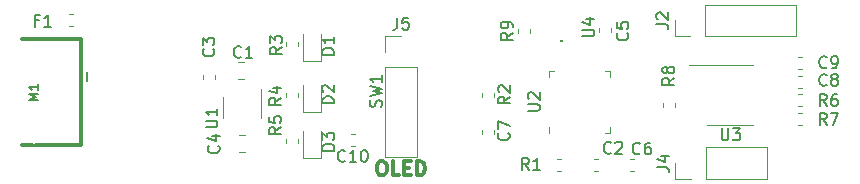
<source format=gto>
G04 #@! TF.GenerationSoftware,KiCad,Pcbnew,(5.1.2)-1*
G04 #@! TF.CreationDate,2021-06-02T21:36:33+09:00*
G04 #@! TF.ProjectId,es,65732e6b-6963-4616-945f-706362585858,v1.3*
G04 #@! TF.SameCoordinates,Original*
G04 #@! TF.FileFunction,Legend,Top*
G04 #@! TF.FilePolarity,Positive*
%FSLAX46Y46*%
G04 Gerber Fmt 4.6, Leading zero omitted, Abs format (unit mm)*
G04 Created by KiCad (PCBNEW (5.1.2)-1) date 2021-06-02 21:36:33*
%MOMM*%
%LPD*%
G04 APERTURE LIST*
%ADD10C,0.300000*%
%ADD11C,0.120000*%
%ADD12C,0.150000*%
%ADD13C,3.302000*%
%ADD14C,0.100000*%
%ADD15C,0.352000*%
%ADD16C,3.552000*%
%ADD17O,1.802000X1.802000*%
%ADD18R,1.802000X1.802000*%
%ADD19R,0.752000X1.162000*%
%ADD20O,1.902000X1.626000*%
%ADD21C,0.977000*%
%ADD22O,1.352000X1.352000*%
%ADD23O,1.652000X1.652000*%
%ADD24R,1.452000X0.502000*%
%ADD25R,0.752000X1.152000*%
%ADD26C,0.702000*%
%ADD27C,1.077000*%
%ADD28R,0.452000X0.452000*%
%ADD29R,0.402000X0.452000*%
G04 APERTURE END LIST*
D10*
X165657142Y-92342857D02*
X165885714Y-92342857D01*
X166000000Y-92400000D01*
X166114285Y-92514285D01*
X166171428Y-92742857D01*
X166171428Y-93142857D01*
X166114285Y-93371428D01*
X166000000Y-93485714D01*
X165885714Y-93542857D01*
X165657142Y-93542857D01*
X165542857Y-93485714D01*
X165428571Y-93371428D01*
X165371428Y-93142857D01*
X165371428Y-92742857D01*
X165428571Y-92514285D01*
X165542857Y-92400000D01*
X165657142Y-92342857D01*
X167257142Y-93542857D02*
X166685714Y-93542857D01*
X166685714Y-92342857D01*
X167657142Y-92914285D02*
X168057142Y-92914285D01*
X168228571Y-93542857D02*
X167657142Y-93542857D01*
X167657142Y-92342857D01*
X168228571Y-92342857D01*
X168742857Y-93542857D02*
X168742857Y-92342857D01*
X169028571Y-92342857D01*
X169200000Y-92400000D01*
X169314285Y-92514285D01*
X169371428Y-92628571D01*
X169428571Y-92857142D01*
X169428571Y-93028571D01*
X169371428Y-93257142D01*
X169314285Y-93371428D01*
X169200000Y-93485714D01*
X169028571Y-93542857D01*
X168742857Y-93542857D01*
D11*
X179890000Y-89435000D02*
X179890000Y-89910000D01*
X185110000Y-84690000D02*
X184635000Y-84690000D01*
X185110000Y-85165000D02*
X185110000Y-84690000D01*
X185110000Y-89910000D02*
X184635000Y-89910000D01*
X185110000Y-89435000D02*
X185110000Y-89910000D01*
X179890000Y-84690000D02*
X180365000Y-84690000D01*
X179890000Y-85165000D02*
X179890000Y-84690000D01*
X190570000Y-81730000D02*
X190570000Y-80400000D01*
X191900000Y-81730000D02*
X190570000Y-81730000D01*
X193170000Y-81730000D02*
X193170000Y-79070000D01*
X193170000Y-79070000D02*
X200850000Y-79070000D01*
X193170000Y-81730000D02*
X200850000Y-81730000D01*
X200850000Y-81730000D02*
X200850000Y-79070000D01*
X155510000Y-88690000D02*
X155510000Y-86240000D01*
X152290000Y-86890000D02*
X152290000Y-88690000D01*
X151680000Y-85372779D02*
X151680000Y-85047221D01*
X150660000Y-85372779D02*
X150660000Y-85047221D01*
X183749221Y-93160000D02*
X184074779Y-93160000D01*
X183749221Y-92140000D02*
X184074779Y-92140000D01*
X184190000Y-81375279D02*
X184190000Y-81049721D01*
X185210000Y-81375279D02*
X185210000Y-81049721D01*
X186825221Y-93160000D02*
X187150779Y-93160000D01*
X186825221Y-92140000D02*
X187150779Y-92140000D01*
X174240000Y-90005279D02*
X174240000Y-89679721D01*
X175260000Y-90005279D02*
X175260000Y-89679721D01*
X159125000Y-81588000D02*
X159125000Y-83873000D01*
X159125000Y-83873000D02*
X160595000Y-83873000D01*
X160595000Y-83873000D02*
X160595000Y-81588000D01*
X198370000Y-93830000D02*
X198370000Y-91170000D01*
X193230000Y-93830000D02*
X198370000Y-93830000D01*
X193230000Y-91170000D02*
X198370000Y-91170000D01*
X193230000Y-93830000D02*
X193230000Y-91170000D01*
X191960000Y-93830000D02*
X190630000Y-93830000D01*
X190630000Y-93830000D02*
X190630000Y-92500000D01*
X180625221Y-92140000D02*
X180950779Y-92140000D01*
X180625221Y-93160000D02*
X180950779Y-93160000D01*
X175250000Y-86872779D02*
X175250000Y-86547221D01*
X174230000Y-86872779D02*
X174230000Y-86547221D01*
X157670000Y-82570779D02*
X157670000Y-82245221D01*
X158690000Y-82570779D02*
X158690000Y-82245221D01*
X159125000Y-85922000D02*
X159125000Y-88207000D01*
X159125000Y-88207000D02*
X160595000Y-88207000D01*
X160595000Y-88207000D02*
X160595000Y-85922000D01*
X160595000Y-92093000D02*
X160595000Y-89808000D01*
X159125000Y-92093000D02*
X160595000Y-92093000D01*
X159125000Y-89808000D02*
X159125000Y-92093000D01*
X158690000Y-86904779D02*
X158690000Y-86579221D01*
X157670000Y-86904779D02*
X157670000Y-86579221D01*
X157670000Y-90814779D02*
X157670000Y-90489221D01*
X158690000Y-90814779D02*
X158690000Y-90489221D01*
X201019221Y-86097000D02*
X201344779Y-86097000D01*
X201019221Y-85077000D02*
X201344779Y-85077000D01*
X201019221Y-83490000D02*
X201344779Y-83490000D01*
X201019221Y-84510000D02*
X201344779Y-84510000D01*
X163462779Y-91010000D02*
X163137221Y-91010000D01*
X163462779Y-89990000D02*
X163137221Y-89990000D01*
X139612779Y-80920000D02*
X139287221Y-80920000D01*
X139612779Y-79900000D02*
X139287221Y-79900000D01*
D10*
X140330000Y-91000000D02*
X135330000Y-91000000D01*
X140330000Y-82000000D02*
X140330000Y-91000000D01*
X139830000Y-82000000D02*
X140330000Y-82000000D01*
X135330000Y-82000000D02*
X139830000Y-82000000D01*
D12*
X140830000Y-84750000D02*
X140830000Y-85500000D01*
D11*
X201344779Y-87683000D02*
X201019221Y-87683000D01*
X201344779Y-86663000D02*
X201019221Y-86663000D01*
X201344779Y-88250000D02*
X201019221Y-88250000D01*
X201344779Y-89270000D02*
X201019221Y-89270000D01*
X189600000Y-87720779D02*
X189600000Y-87395221D01*
X190620000Y-87720779D02*
X190620000Y-87395221D01*
X195260000Y-89280000D02*
X197210000Y-89280000D01*
X195260000Y-89280000D02*
X193310000Y-89280000D01*
X195260000Y-84160000D02*
X197210000Y-84160000D01*
X195260000Y-84160000D02*
X191810000Y-84160000D01*
X166070000Y-92010000D02*
X168730000Y-92010000D01*
X166070000Y-84330000D02*
X166070000Y-92010000D01*
X168730000Y-84330000D02*
X168730000Y-92010000D01*
X166070000Y-84330000D02*
X168730000Y-84330000D01*
X166070000Y-83060000D02*
X166070000Y-81730000D01*
X166070000Y-81730000D02*
X167400000Y-81730000D01*
X154110578Y-83970000D02*
X153593422Y-83970000D01*
X154110578Y-85390000D02*
X153593422Y-85390000D01*
X154198578Y-91570000D02*
X153681422Y-91570000D01*
X154198578Y-90150000D02*
X153681422Y-90150000D01*
X178310000Y-81149721D02*
X178310000Y-81475279D01*
X177290000Y-81149721D02*
X177290000Y-81475279D01*
D12*
X178132380Y-88061904D02*
X178941904Y-88061904D01*
X179037142Y-88014285D01*
X179084761Y-87966666D01*
X179132380Y-87871428D01*
X179132380Y-87680952D01*
X179084761Y-87585714D01*
X179037142Y-87538095D01*
X178941904Y-87490476D01*
X178132380Y-87490476D01*
X178227619Y-87061904D02*
X178180000Y-87014285D01*
X178132380Y-86919047D01*
X178132380Y-86680952D01*
X178180000Y-86585714D01*
X178227619Y-86538095D01*
X178322857Y-86490476D01*
X178418095Y-86490476D01*
X178560952Y-86538095D01*
X179132380Y-87109523D01*
X179132380Y-86490476D01*
X189022380Y-80733333D02*
X189736666Y-80733333D01*
X189879523Y-80780952D01*
X189974761Y-80876190D01*
X190022380Y-81019047D01*
X190022380Y-81114285D01*
X189117619Y-80304761D02*
X189070000Y-80257142D01*
X189022380Y-80161904D01*
X189022380Y-79923809D01*
X189070000Y-79828571D01*
X189117619Y-79780952D01*
X189212857Y-79733333D01*
X189308095Y-79733333D01*
X189450952Y-79780952D01*
X190022380Y-80352380D01*
X190022380Y-79733333D01*
X150852380Y-89461904D02*
X151661904Y-89461904D01*
X151757142Y-89414285D01*
X151804761Y-89366666D01*
X151852380Y-89271428D01*
X151852380Y-89080952D01*
X151804761Y-88985714D01*
X151757142Y-88938095D01*
X151661904Y-88890476D01*
X150852380Y-88890476D01*
X151852380Y-87890476D02*
X151852380Y-88461904D01*
X151852380Y-88176190D02*
X150852380Y-88176190D01*
X150995238Y-88271428D01*
X151090476Y-88366666D01*
X151138095Y-88461904D01*
X151497142Y-82824166D02*
X151544761Y-82871785D01*
X151592380Y-83014642D01*
X151592380Y-83109880D01*
X151544761Y-83252738D01*
X151449523Y-83347976D01*
X151354285Y-83395595D01*
X151163809Y-83443214D01*
X151020952Y-83443214D01*
X150830476Y-83395595D01*
X150735238Y-83347976D01*
X150640000Y-83252738D01*
X150592380Y-83109880D01*
X150592380Y-83014642D01*
X150640000Y-82871785D01*
X150687619Y-82824166D01*
X150592380Y-82490833D02*
X150592380Y-81871785D01*
X150973333Y-82205119D01*
X150973333Y-82062261D01*
X151020952Y-81967023D01*
X151068571Y-81919404D01*
X151163809Y-81871785D01*
X151401904Y-81871785D01*
X151497142Y-81919404D01*
X151544761Y-81967023D01*
X151592380Y-82062261D01*
X151592380Y-82347976D01*
X151544761Y-82443214D01*
X151497142Y-82490833D01*
X185172833Y-91597142D02*
X185125214Y-91644761D01*
X184982357Y-91692380D01*
X184887119Y-91692380D01*
X184744261Y-91644761D01*
X184649023Y-91549523D01*
X184601404Y-91454285D01*
X184553785Y-91263809D01*
X184553785Y-91120952D01*
X184601404Y-90930476D01*
X184649023Y-90835238D01*
X184744261Y-90740000D01*
X184887119Y-90692380D01*
X184982357Y-90692380D01*
X185125214Y-90740000D01*
X185172833Y-90787619D01*
X185553785Y-90787619D02*
X185601404Y-90740000D01*
X185696642Y-90692380D01*
X185934738Y-90692380D01*
X186029976Y-90740000D01*
X186077595Y-90787619D01*
X186125214Y-90882857D01*
X186125214Y-90978095D01*
X186077595Y-91120952D01*
X185506166Y-91692380D01*
X186125214Y-91692380D01*
X186557142Y-81479166D02*
X186604761Y-81526785D01*
X186652380Y-81669642D01*
X186652380Y-81764880D01*
X186604761Y-81907738D01*
X186509523Y-82002976D01*
X186414285Y-82050595D01*
X186223809Y-82098214D01*
X186080952Y-82098214D01*
X185890476Y-82050595D01*
X185795238Y-82002976D01*
X185700000Y-81907738D01*
X185652380Y-81764880D01*
X185652380Y-81669642D01*
X185700000Y-81526785D01*
X185747619Y-81479166D01*
X185652380Y-80574404D02*
X185652380Y-81050595D01*
X186128571Y-81098214D01*
X186080952Y-81050595D01*
X186033333Y-80955357D01*
X186033333Y-80717261D01*
X186080952Y-80622023D01*
X186128571Y-80574404D01*
X186223809Y-80526785D01*
X186461904Y-80526785D01*
X186557142Y-80574404D01*
X186604761Y-80622023D01*
X186652380Y-80717261D01*
X186652380Y-80955357D01*
X186604761Y-81050595D01*
X186557142Y-81098214D01*
X187633833Y-91657142D02*
X187586214Y-91704761D01*
X187443357Y-91752380D01*
X187348119Y-91752380D01*
X187205261Y-91704761D01*
X187110023Y-91609523D01*
X187062404Y-91514285D01*
X187014785Y-91323809D01*
X187014785Y-91180952D01*
X187062404Y-90990476D01*
X187110023Y-90895238D01*
X187205261Y-90800000D01*
X187348119Y-90752380D01*
X187443357Y-90752380D01*
X187586214Y-90800000D01*
X187633833Y-90847619D01*
X188490976Y-90752380D02*
X188300500Y-90752380D01*
X188205261Y-90800000D01*
X188157642Y-90847619D01*
X188062404Y-90990476D01*
X188014785Y-91180952D01*
X188014785Y-91561904D01*
X188062404Y-91657142D01*
X188110023Y-91704761D01*
X188205261Y-91752380D01*
X188395738Y-91752380D01*
X188490976Y-91704761D01*
X188538595Y-91657142D01*
X188586214Y-91561904D01*
X188586214Y-91323809D01*
X188538595Y-91228571D01*
X188490976Y-91180952D01*
X188395738Y-91133333D01*
X188205261Y-91133333D01*
X188110023Y-91180952D01*
X188062404Y-91228571D01*
X188014785Y-91323809D01*
X176497142Y-89956666D02*
X176544761Y-90004285D01*
X176592380Y-90147142D01*
X176592380Y-90242380D01*
X176544761Y-90385238D01*
X176449523Y-90480476D01*
X176354285Y-90528095D01*
X176163809Y-90575714D01*
X176020952Y-90575714D01*
X175830476Y-90528095D01*
X175735238Y-90480476D01*
X175640000Y-90385238D01*
X175592380Y-90242380D01*
X175592380Y-90147142D01*
X175640000Y-90004285D01*
X175687619Y-89956666D01*
X175592380Y-89623333D02*
X175592380Y-88956666D01*
X176592380Y-89385238D01*
X161712380Y-83308095D02*
X160712380Y-83308095D01*
X160712380Y-83070000D01*
X160760000Y-82927142D01*
X160855238Y-82831904D01*
X160950476Y-82784285D01*
X161140952Y-82736666D01*
X161283809Y-82736666D01*
X161474285Y-82784285D01*
X161569523Y-82831904D01*
X161664761Y-82927142D01*
X161712380Y-83070000D01*
X161712380Y-83308095D01*
X161712380Y-81784285D02*
X161712380Y-82355714D01*
X161712380Y-82070000D02*
X160712380Y-82070000D01*
X160855238Y-82165238D01*
X160950476Y-82260476D01*
X160998095Y-82355714D01*
X189082380Y-92833333D02*
X189796666Y-92833333D01*
X189939523Y-92880952D01*
X190034761Y-92976190D01*
X190082380Y-93119047D01*
X190082380Y-93214285D01*
X189415714Y-91928571D02*
X190082380Y-91928571D01*
X189034761Y-92166666D02*
X189749047Y-92404761D01*
X189749047Y-91785714D01*
X178233333Y-93052380D02*
X177900000Y-92576190D01*
X177661904Y-93052380D02*
X177661904Y-92052380D01*
X178042857Y-92052380D01*
X178138095Y-92100000D01*
X178185714Y-92147619D01*
X178233333Y-92242857D01*
X178233333Y-92385714D01*
X178185714Y-92480952D01*
X178138095Y-92528571D01*
X178042857Y-92576190D01*
X177661904Y-92576190D01*
X179185714Y-93052380D02*
X178614285Y-93052380D01*
X178900000Y-93052380D02*
X178900000Y-92052380D01*
X178804761Y-92195238D01*
X178709523Y-92290476D01*
X178614285Y-92338095D01*
X176622380Y-86866666D02*
X176146190Y-87200000D01*
X176622380Y-87438095D02*
X175622380Y-87438095D01*
X175622380Y-87057142D01*
X175670000Y-86961904D01*
X175717619Y-86914285D01*
X175812857Y-86866666D01*
X175955714Y-86866666D01*
X176050952Y-86914285D01*
X176098571Y-86961904D01*
X176146190Y-87057142D01*
X176146190Y-87438095D01*
X175717619Y-86485714D02*
X175670000Y-86438095D01*
X175622380Y-86342857D01*
X175622380Y-86104761D01*
X175670000Y-86009523D01*
X175717619Y-85961904D01*
X175812857Y-85914285D01*
X175908095Y-85914285D01*
X176050952Y-85961904D01*
X176622380Y-86533333D01*
X176622380Y-85914285D01*
X157312380Y-82676666D02*
X156836190Y-83010000D01*
X157312380Y-83248095D02*
X156312380Y-83248095D01*
X156312380Y-82867142D01*
X156360000Y-82771904D01*
X156407619Y-82724285D01*
X156502857Y-82676666D01*
X156645714Y-82676666D01*
X156740952Y-82724285D01*
X156788571Y-82771904D01*
X156836190Y-82867142D01*
X156836190Y-83248095D01*
X156312380Y-82343333D02*
X156312380Y-81724285D01*
X156693333Y-82057619D01*
X156693333Y-81914761D01*
X156740952Y-81819523D01*
X156788571Y-81771904D01*
X156883809Y-81724285D01*
X157121904Y-81724285D01*
X157217142Y-81771904D01*
X157264761Y-81819523D01*
X157312380Y-81914761D01*
X157312380Y-82200476D01*
X157264761Y-82295714D01*
X157217142Y-82343333D01*
X161712380Y-87418095D02*
X160712380Y-87418095D01*
X160712380Y-87180000D01*
X160760000Y-87037142D01*
X160855238Y-86941904D01*
X160950476Y-86894285D01*
X161140952Y-86846666D01*
X161283809Y-86846666D01*
X161474285Y-86894285D01*
X161569523Y-86941904D01*
X161664761Y-87037142D01*
X161712380Y-87180000D01*
X161712380Y-87418095D01*
X160807619Y-86465714D02*
X160760000Y-86418095D01*
X160712380Y-86322857D01*
X160712380Y-86084761D01*
X160760000Y-85989523D01*
X160807619Y-85941904D01*
X160902857Y-85894285D01*
X160998095Y-85894285D01*
X161140952Y-85941904D01*
X161712380Y-86513333D01*
X161712380Y-85894285D01*
X161742380Y-91438095D02*
X160742380Y-91438095D01*
X160742380Y-91200000D01*
X160790000Y-91057142D01*
X160885238Y-90961904D01*
X160980476Y-90914285D01*
X161170952Y-90866666D01*
X161313809Y-90866666D01*
X161504285Y-90914285D01*
X161599523Y-90961904D01*
X161694761Y-91057142D01*
X161742380Y-91200000D01*
X161742380Y-91438095D01*
X160742380Y-90533333D02*
X160742380Y-89914285D01*
X161123333Y-90247619D01*
X161123333Y-90104761D01*
X161170952Y-90009523D01*
X161218571Y-89961904D01*
X161313809Y-89914285D01*
X161551904Y-89914285D01*
X161647142Y-89961904D01*
X161694761Y-90009523D01*
X161742380Y-90104761D01*
X161742380Y-90390476D01*
X161694761Y-90485714D01*
X161647142Y-90533333D01*
X157232380Y-86966666D02*
X156756190Y-87300000D01*
X157232380Y-87538095D02*
X156232380Y-87538095D01*
X156232380Y-87157142D01*
X156280000Y-87061904D01*
X156327619Y-87014285D01*
X156422857Y-86966666D01*
X156565714Y-86966666D01*
X156660952Y-87014285D01*
X156708571Y-87061904D01*
X156756190Y-87157142D01*
X156756190Y-87538095D01*
X156565714Y-86109523D02*
X157232380Y-86109523D01*
X156184761Y-86347619D02*
X156899047Y-86585714D01*
X156899047Y-85966666D01*
X157232380Y-89466666D02*
X156756190Y-89800000D01*
X157232380Y-90038095D02*
X156232380Y-90038095D01*
X156232380Y-89657142D01*
X156280000Y-89561904D01*
X156327619Y-89514285D01*
X156422857Y-89466666D01*
X156565714Y-89466666D01*
X156660952Y-89514285D01*
X156708571Y-89561904D01*
X156756190Y-89657142D01*
X156756190Y-90038095D01*
X156232380Y-88561904D02*
X156232380Y-89038095D01*
X156708571Y-89085714D01*
X156660952Y-89038095D01*
X156613333Y-88942857D01*
X156613333Y-88704761D01*
X156660952Y-88609523D01*
X156708571Y-88561904D01*
X156803809Y-88514285D01*
X157041904Y-88514285D01*
X157137142Y-88561904D01*
X157184761Y-88609523D01*
X157232380Y-88704761D01*
X157232380Y-88942857D01*
X157184761Y-89038095D01*
X157137142Y-89085714D01*
X203432833Y-85857142D02*
X203385214Y-85904761D01*
X203242357Y-85952380D01*
X203147119Y-85952380D01*
X203004261Y-85904761D01*
X202909023Y-85809523D01*
X202861404Y-85714285D01*
X202813785Y-85523809D01*
X202813785Y-85380952D01*
X202861404Y-85190476D01*
X202909023Y-85095238D01*
X203004261Y-85000000D01*
X203147119Y-84952380D01*
X203242357Y-84952380D01*
X203385214Y-85000000D01*
X203432833Y-85047619D01*
X204004261Y-85380952D02*
X203909023Y-85333333D01*
X203861404Y-85285714D01*
X203813785Y-85190476D01*
X203813785Y-85142857D01*
X203861404Y-85047619D01*
X203909023Y-85000000D01*
X204004261Y-84952380D01*
X204194738Y-84952380D01*
X204289976Y-85000000D01*
X204337595Y-85047619D01*
X204385214Y-85142857D01*
X204385214Y-85190476D01*
X204337595Y-85285714D01*
X204289976Y-85333333D01*
X204194738Y-85380952D01*
X204004261Y-85380952D01*
X203909023Y-85428571D01*
X203861404Y-85476190D01*
X203813785Y-85571428D01*
X203813785Y-85761904D01*
X203861404Y-85857142D01*
X203909023Y-85904761D01*
X204004261Y-85952380D01*
X204194738Y-85952380D01*
X204289976Y-85904761D01*
X204337595Y-85857142D01*
X204385214Y-85761904D01*
X204385214Y-85571428D01*
X204337595Y-85476190D01*
X204289976Y-85428571D01*
X204194738Y-85380952D01*
X203432833Y-84357142D02*
X203385214Y-84404761D01*
X203242357Y-84452380D01*
X203147119Y-84452380D01*
X203004261Y-84404761D01*
X202909023Y-84309523D01*
X202861404Y-84214285D01*
X202813785Y-84023809D01*
X202813785Y-83880952D01*
X202861404Y-83690476D01*
X202909023Y-83595238D01*
X203004261Y-83500000D01*
X203147119Y-83452380D01*
X203242357Y-83452380D01*
X203385214Y-83500000D01*
X203432833Y-83547619D01*
X203909023Y-84452380D02*
X204099500Y-84452380D01*
X204194738Y-84404761D01*
X204242357Y-84357142D01*
X204337595Y-84214285D01*
X204385214Y-84023809D01*
X204385214Y-83642857D01*
X204337595Y-83547619D01*
X204289976Y-83500000D01*
X204194738Y-83452380D01*
X204004261Y-83452380D01*
X203909023Y-83500000D01*
X203861404Y-83547619D01*
X203813785Y-83642857D01*
X203813785Y-83880952D01*
X203861404Y-83976190D01*
X203909023Y-84023809D01*
X204004261Y-84071428D01*
X204194738Y-84071428D01*
X204289976Y-84023809D01*
X204337595Y-83976190D01*
X204385214Y-83880952D01*
X162657142Y-92287142D02*
X162609523Y-92334761D01*
X162466666Y-92382380D01*
X162371428Y-92382380D01*
X162228571Y-92334761D01*
X162133333Y-92239523D01*
X162085714Y-92144285D01*
X162038095Y-91953809D01*
X162038095Y-91810952D01*
X162085714Y-91620476D01*
X162133333Y-91525238D01*
X162228571Y-91430000D01*
X162371428Y-91382380D01*
X162466666Y-91382380D01*
X162609523Y-91430000D01*
X162657142Y-91477619D01*
X163609523Y-92382380D02*
X163038095Y-92382380D01*
X163323809Y-92382380D02*
X163323809Y-91382380D01*
X163228571Y-91525238D01*
X163133333Y-91620476D01*
X163038095Y-91668095D01*
X164228571Y-91382380D02*
X164323809Y-91382380D01*
X164419047Y-91430000D01*
X164466666Y-91477619D01*
X164514285Y-91572857D01*
X164561904Y-91763333D01*
X164561904Y-92001428D01*
X164514285Y-92191904D01*
X164466666Y-92287142D01*
X164419047Y-92334761D01*
X164323809Y-92382380D01*
X164228571Y-92382380D01*
X164133333Y-92334761D01*
X164085714Y-92287142D01*
X164038095Y-92191904D01*
X163990476Y-92001428D01*
X163990476Y-91763333D01*
X164038095Y-91572857D01*
X164085714Y-91477619D01*
X164133333Y-91430000D01*
X164228571Y-91382380D01*
X136716666Y-80408571D02*
X136383333Y-80408571D01*
X136383333Y-80932380D02*
X136383333Y-79932380D01*
X136859523Y-79932380D01*
X137764285Y-80932380D02*
X137192857Y-80932380D01*
X137478571Y-80932380D02*
X137478571Y-79932380D01*
X137383333Y-80075238D01*
X137288095Y-80170476D01*
X137192857Y-80218095D01*
X136691904Y-87147619D02*
X135891904Y-87147619D01*
X136463333Y-86880952D01*
X135891904Y-86614285D01*
X136691904Y-86614285D01*
X136691904Y-85814285D02*
X136691904Y-86271428D01*
X136691904Y-86042857D02*
X135891904Y-86042857D01*
X136006190Y-86119047D01*
X136082380Y-86195238D01*
X136120476Y-86271428D01*
X203432833Y-87652380D02*
X203099500Y-87176190D01*
X202861404Y-87652380D02*
X202861404Y-86652380D01*
X203242357Y-86652380D01*
X203337595Y-86700000D01*
X203385214Y-86747619D01*
X203432833Y-86842857D01*
X203432833Y-86985714D01*
X203385214Y-87080952D01*
X203337595Y-87128571D01*
X203242357Y-87176190D01*
X202861404Y-87176190D01*
X204289976Y-86652380D02*
X204099500Y-86652380D01*
X204004261Y-86700000D01*
X203956642Y-86747619D01*
X203861404Y-86890476D01*
X203813785Y-87080952D01*
X203813785Y-87461904D01*
X203861404Y-87557142D01*
X203909023Y-87604761D01*
X204004261Y-87652380D01*
X204194738Y-87652380D01*
X204289976Y-87604761D01*
X204337595Y-87557142D01*
X204385214Y-87461904D01*
X204385214Y-87223809D01*
X204337595Y-87128571D01*
X204289976Y-87080952D01*
X204194738Y-87033333D01*
X204004261Y-87033333D01*
X203909023Y-87080952D01*
X203861404Y-87128571D01*
X203813785Y-87223809D01*
X203432833Y-89252380D02*
X203099500Y-88776190D01*
X202861404Y-89252380D02*
X202861404Y-88252380D01*
X203242357Y-88252380D01*
X203337595Y-88300000D01*
X203385214Y-88347619D01*
X203432833Y-88442857D01*
X203432833Y-88585714D01*
X203385214Y-88680952D01*
X203337595Y-88728571D01*
X203242357Y-88776190D01*
X202861404Y-88776190D01*
X203766166Y-88252380D02*
X204432833Y-88252380D01*
X204004261Y-89252380D01*
X190532380Y-85277166D02*
X190056190Y-85610500D01*
X190532380Y-85848595D02*
X189532380Y-85848595D01*
X189532380Y-85467642D01*
X189580000Y-85372404D01*
X189627619Y-85324785D01*
X189722857Y-85277166D01*
X189865714Y-85277166D01*
X189960952Y-85324785D01*
X190008571Y-85372404D01*
X190056190Y-85467642D01*
X190056190Y-85848595D01*
X189960952Y-84705738D02*
X189913333Y-84800976D01*
X189865714Y-84848595D01*
X189770476Y-84896214D01*
X189722857Y-84896214D01*
X189627619Y-84848595D01*
X189580000Y-84800976D01*
X189532380Y-84705738D01*
X189532380Y-84515261D01*
X189580000Y-84420023D01*
X189627619Y-84372404D01*
X189722857Y-84324785D01*
X189770476Y-84324785D01*
X189865714Y-84372404D01*
X189913333Y-84420023D01*
X189960952Y-84515261D01*
X189960952Y-84705738D01*
X190008571Y-84800976D01*
X190056190Y-84848595D01*
X190151428Y-84896214D01*
X190341904Y-84896214D01*
X190437142Y-84848595D01*
X190484761Y-84800976D01*
X190532380Y-84705738D01*
X190532380Y-84515261D01*
X190484761Y-84420023D01*
X190437142Y-84372404D01*
X190341904Y-84324785D01*
X190151428Y-84324785D01*
X190056190Y-84372404D01*
X190008571Y-84420023D01*
X189960952Y-84515261D01*
X165704761Y-87723333D02*
X165752380Y-87580476D01*
X165752380Y-87342380D01*
X165704761Y-87247142D01*
X165657142Y-87199523D01*
X165561904Y-87151904D01*
X165466666Y-87151904D01*
X165371428Y-87199523D01*
X165323809Y-87247142D01*
X165276190Y-87342380D01*
X165228571Y-87532857D01*
X165180952Y-87628095D01*
X165133333Y-87675714D01*
X165038095Y-87723333D01*
X164942857Y-87723333D01*
X164847619Y-87675714D01*
X164800000Y-87628095D01*
X164752380Y-87532857D01*
X164752380Y-87294761D01*
X164800000Y-87151904D01*
X164752380Y-86818571D02*
X165752380Y-86580476D01*
X165038095Y-86390000D01*
X165752380Y-86199523D01*
X164752380Y-85961428D01*
X165752380Y-85056666D02*
X165752380Y-85628095D01*
X165752380Y-85342380D02*
X164752380Y-85342380D01*
X164895238Y-85437619D01*
X164990476Y-85532857D01*
X165038095Y-85628095D01*
X194538095Y-89552380D02*
X194538095Y-90361904D01*
X194585714Y-90457142D01*
X194633333Y-90504761D01*
X194728571Y-90552380D01*
X194919047Y-90552380D01*
X195014285Y-90504761D01*
X195061904Y-90457142D01*
X195109523Y-90361904D01*
X195109523Y-89552380D01*
X195490476Y-89552380D02*
X196109523Y-89552380D01*
X195776190Y-89933333D01*
X195919047Y-89933333D01*
X196014285Y-89980952D01*
X196061904Y-90028571D01*
X196109523Y-90123809D01*
X196109523Y-90361904D01*
X196061904Y-90457142D01*
X196014285Y-90504761D01*
X195919047Y-90552380D01*
X195633333Y-90552380D01*
X195538095Y-90504761D01*
X195490476Y-90457142D01*
X167066666Y-80182380D02*
X167066666Y-80896666D01*
X167019047Y-81039523D01*
X166923809Y-81134761D01*
X166780952Y-81182380D01*
X166685714Y-81182380D01*
X168019047Y-80182380D02*
X167542857Y-80182380D01*
X167495238Y-80658571D01*
X167542857Y-80610952D01*
X167638095Y-80563333D01*
X167876190Y-80563333D01*
X167971428Y-80610952D01*
X168019047Y-80658571D01*
X168066666Y-80753809D01*
X168066666Y-80991904D01*
X168019047Y-81087142D01*
X167971428Y-81134761D01*
X167876190Y-81182380D01*
X167638095Y-81182380D01*
X167542857Y-81134761D01*
X167495238Y-81087142D01*
X153862833Y-83487142D02*
X153815214Y-83534761D01*
X153672357Y-83582380D01*
X153577119Y-83582380D01*
X153434261Y-83534761D01*
X153339023Y-83439523D01*
X153291404Y-83344285D01*
X153243785Y-83153809D01*
X153243785Y-83010952D01*
X153291404Y-82820476D01*
X153339023Y-82725238D01*
X153434261Y-82630000D01*
X153577119Y-82582380D01*
X153672357Y-82582380D01*
X153815214Y-82630000D01*
X153862833Y-82677619D01*
X154815214Y-83582380D02*
X154243785Y-83582380D01*
X154529500Y-83582380D02*
X154529500Y-82582380D01*
X154434261Y-82725238D01*
X154339023Y-82820476D01*
X154243785Y-82868095D01*
X151937142Y-91026666D02*
X151984761Y-91074285D01*
X152032380Y-91217142D01*
X152032380Y-91312380D01*
X151984761Y-91455238D01*
X151889523Y-91550476D01*
X151794285Y-91598095D01*
X151603809Y-91645714D01*
X151460952Y-91645714D01*
X151270476Y-91598095D01*
X151175238Y-91550476D01*
X151080000Y-91455238D01*
X151032380Y-91312380D01*
X151032380Y-91217142D01*
X151080000Y-91074285D01*
X151127619Y-91026666D01*
X151365714Y-90169523D02*
X152032380Y-90169523D01*
X150984761Y-90407619D02*
X151699047Y-90645714D01*
X151699047Y-90026666D01*
X176852380Y-81466666D02*
X176376190Y-81800000D01*
X176852380Y-82038095D02*
X175852380Y-82038095D01*
X175852380Y-81657142D01*
X175900000Y-81561904D01*
X175947619Y-81514285D01*
X176042857Y-81466666D01*
X176185714Y-81466666D01*
X176280952Y-81514285D01*
X176328571Y-81561904D01*
X176376190Y-81657142D01*
X176376190Y-82038095D01*
X176852380Y-80990476D02*
X176852380Y-80800000D01*
X176804761Y-80704761D01*
X176757142Y-80657142D01*
X176614285Y-80561904D01*
X176423809Y-80514285D01*
X176042857Y-80514285D01*
X175947619Y-80561904D01*
X175900000Y-80609523D01*
X175852380Y-80704761D01*
X175852380Y-80895238D01*
X175900000Y-80990476D01*
X175947619Y-81038095D01*
X176042857Y-81085714D01*
X176280952Y-81085714D01*
X176376190Y-81038095D01*
X176423809Y-80990476D01*
X176471428Y-80895238D01*
X176471428Y-80704761D01*
X176423809Y-80609523D01*
X176376190Y-80561904D01*
X176280952Y-80514285D01*
X182752380Y-81761904D02*
X183561904Y-81761904D01*
X183657142Y-81714285D01*
X183704761Y-81666666D01*
X183752380Y-81571428D01*
X183752380Y-81380952D01*
X183704761Y-81285714D01*
X183657142Y-81238095D01*
X183561904Y-81190476D01*
X182752380Y-81190476D01*
X183085714Y-80285714D02*
X183752380Y-80285714D01*
X182704761Y-80523809D02*
X183419047Y-80761904D01*
X183419047Y-80142857D01*
X180947142Y-82140000D02*
X180994761Y-82092380D01*
X181042380Y-82140000D01*
X180994761Y-82187619D01*
X180947142Y-82140000D01*
X181042380Y-82140000D01*
%LPC*%
D13*
X207000000Y-91000000D03*
X207000000Y-81900000D03*
D14*
G36*
X180471626Y-88874424D02*
G01*
X180480168Y-88875691D01*
X180488545Y-88877789D01*
X180496676Y-88880699D01*
X180504483Y-88884391D01*
X180511890Y-88888831D01*
X180518827Y-88893975D01*
X180525225Y-88899775D01*
X180531025Y-88906173D01*
X180536169Y-88913110D01*
X180540609Y-88920517D01*
X180544301Y-88928324D01*
X180547211Y-88936455D01*
X180549309Y-88944832D01*
X180550576Y-88953374D01*
X180551000Y-88962000D01*
X180551000Y-89138000D01*
X180550576Y-89146626D01*
X180549309Y-89155168D01*
X180547211Y-89163545D01*
X180544301Y-89171676D01*
X180540609Y-89179483D01*
X180536169Y-89186890D01*
X180531025Y-89193827D01*
X180525225Y-89200225D01*
X180518827Y-89206025D01*
X180511890Y-89211169D01*
X180504483Y-89215609D01*
X180496676Y-89219301D01*
X180488545Y-89222211D01*
X180480168Y-89224309D01*
X180471626Y-89225576D01*
X180463000Y-89226000D01*
X179662000Y-89226000D01*
X179653374Y-89225576D01*
X179644832Y-89224309D01*
X179636455Y-89222211D01*
X179628324Y-89219301D01*
X179620517Y-89215609D01*
X179613110Y-89211169D01*
X179606173Y-89206025D01*
X179599775Y-89200225D01*
X179593975Y-89193827D01*
X179588831Y-89186890D01*
X179584391Y-89179483D01*
X179580699Y-89171676D01*
X179577789Y-89163545D01*
X179575691Y-89155168D01*
X179574424Y-89146626D01*
X179574000Y-89138000D01*
X179574000Y-88962000D01*
X179574424Y-88953374D01*
X179575691Y-88944832D01*
X179577789Y-88936455D01*
X179580699Y-88928324D01*
X179584391Y-88920517D01*
X179588831Y-88913110D01*
X179593975Y-88906173D01*
X179599775Y-88899775D01*
X179606173Y-88893975D01*
X179613110Y-88888831D01*
X179620517Y-88884391D01*
X179628324Y-88880699D01*
X179636455Y-88877789D01*
X179644832Y-88875691D01*
X179653374Y-88874424D01*
X179662000Y-88874000D01*
X180463000Y-88874000D01*
X180471626Y-88874424D01*
X180471626Y-88874424D01*
G37*
D15*
X180062500Y-89050000D03*
D14*
G36*
X180471626Y-88374424D02*
G01*
X180480168Y-88375691D01*
X180488545Y-88377789D01*
X180496676Y-88380699D01*
X180504483Y-88384391D01*
X180511890Y-88388831D01*
X180518827Y-88393975D01*
X180525225Y-88399775D01*
X180531025Y-88406173D01*
X180536169Y-88413110D01*
X180540609Y-88420517D01*
X180544301Y-88428324D01*
X180547211Y-88436455D01*
X180549309Y-88444832D01*
X180550576Y-88453374D01*
X180551000Y-88462000D01*
X180551000Y-88638000D01*
X180550576Y-88646626D01*
X180549309Y-88655168D01*
X180547211Y-88663545D01*
X180544301Y-88671676D01*
X180540609Y-88679483D01*
X180536169Y-88686890D01*
X180531025Y-88693827D01*
X180525225Y-88700225D01*
X180518827Y-88706025D01*
X180511890Y-88711169D01*
X180504483Y-88715609D01*
X180496676Y-88719301D01*
X180488545Y-88722211D01*
X180480168Y-88724309D01*
X180471626Y-88725576D01*
X180463000Y-88726000D01*
X179662000Y-88726000D01*
X179653374Y-88725576D01*
X179644832Y-88724309D01*
X179636455Y-88722211D01*
X179628324Y-88719301D01*
X179620517Y-88715609D01*
X179613110Y-88711169D01*
X179606173Y-88706025D01*
X179599775Y-88700225D01*
X179593975Y-88693827D01*
X179588831Y-88686890D01*
X179584391Y-88679483D01*
X179580699Y-88671676D01*
X179577789Y-88663545D01*
X179575691Y-88655168D01*
X179574424Y-88646626D01*
X179574000Y-88638000D01*
X179574000Y-88462000D01*
X179574424Y-88453374D01*
X179575691Y-88444832D01*
X179577789Y-88436455D01*
X179580699Y-88428324D01*
X179584391Y-88420517D01*
X179588831Y-88413110D01*
X179593975Y-88406173D01*
X179599775Y-88399775D01*
X179606173Y-88393975D01*
X179613110Y-88388831D01*
X179620517Y-88384391D01*
X179628324Y-88380699D01*
X179636455Y-88377789D01*
X179644832Y-88375691D01*
X179653374Y-88374424D01*
X179662000Y-88374000D01*
X180463000Y-88374000D01*
X180471626Y-88374424D01*
X180471626Y-88374424D01*
G37*
D15*
X180062500Y-88550000D03*
D14*
G36*
X180471626Y-87874424D02*
G01*
X180480168Y-87875691D01*
X180488545Y-87877789D01*
X180496676Y-87880699D01*
X180504483Y-87884391D01*
X180511890Y-87888831D01*
X180518827Y-87893975D01*
X180525225Y-87899775D01*
X180531025Y-87906173D01*
X180536169Y-87913110D01*
X180540609Y-87920517D01*
X180544301Y-87928324D01*
X180547211Y-87936455D01*
X180549309Y-87944832D01*
X180550576Y-87953374D01*
X180551000Y-87962000D01*
X180551000Y-88138000D01*
X180550576Y-88146626D01*
X180549309Y-88155168D01*
X180547211Y-88163545D01*
X180544301Y-88171676D01*
X180540609Y-88179483D01*
X180536169Y-88186890D01*
X180531025Y-88193827D01*
X180525225Y-88200225D01*
X180518827Y-88206025D01*
X180511890Y-88211169D01*
X180504483Y-88215609D01*
X180496676Y-88219301D01*
X180488545Y-88222211D01*
X180480168Y-88224309D01*
X180471626Y-88225576D01*
X180463000Y-88226000D01*
X179662000Y-88226000D01*
X179653374Y-88225576D01*
X179644832Y-88224309D01*
X179636455Y-88222211D01*
X179628324Y-88219301D01*
X179620517Y-88215609D01*
X179613110Y-88211169D01*
X179606173Y-88206025D01*
X179599775Y-88200225D01*
X179593975Y-88193827D01*
X179588831Y-88186890D01*
X179584391Y-88179483D01*
X179580699Y-88171676D01*
X179577789Y-88163545D01*
X179575691Y-88155168D01*
X179574424Y-88146626D01*
X179574000Y-88138000D01*
X179574000Y-87962000D01*
X179574424Y-87953374D01*
X179575691Y-87944832D01*
X179577789Y-87936455D01*
X179580699Y-87928324D01*
X179584391Y-87920517D01*
X179588831Y-87913110D01*
X179593975Y-87906173D01*
X179599775Y-87899775D01*
X179606173Y-87893975D01*
X179613110Y-87888831D01*
X179620517Y-87884391D01*
X179628324Y-87880699D01*
X179636455Y-87877789D01*
X179644832Y-87875691D01*
X179653374Y-87874424D01*
X179662000Y-87874000D01*
X180463000Y-87874000D01*
X180471626Y-87874424D01*
X180471626Y-87874424D01*
G37*
D15*
X180062500Y-88050000D03*
D14*
G36*
X180471626Y-87374424D02*
G01*
X180480168Y-87375691D01*
X180488545Y-87377789D01*
X180496676Y-87380699D01*
X180504483Y-87384391D01*
X180511890Y-87388831D01*
X180518827Y-87393975D01*
X180525225Y-87399775D01*
X180531025Y-87406173D01*
X180536169Y-87413110D01*
X180540609Y-87420517D01*
X180544301Y-87428324D01*
X180547211Y-87436455D01*
X180549309Y-87444832D01*
X180550576Y-87453374D01*
X180551000Y-87462000D01*
X180551000Y-87638000D01*
X180550576Y-87646626D01*
X180549309Y-87655168D01*
X180547211Y-87663545D01*
X180544301Y-87671676D01*
X180540609Y-87679483D01*
X180536169Y-87686890D01*
X180531025Y-87693827D01*
X180525225Y-87700225D01*
X180518827Y-87706025D01*
X180511890Y-87711169D01*
X180504483Y-87715609D01*
X180496676Y-87719301D01*
X180488545Y-87722211D01*
X180480168Y-87724309D01*
X180471626Y-87725576D01*
X180463000Y-87726000D01*
X179662000Y-87726000D01*
X179653374Y-87725576D01*
X179644832Y-87724309D01*
X179636455Y-87722211D01*
X179628324Y-87719301D01*
X179620517Y-87715609D01*
X179613110Y-87711169D01*
X179606173Y-87706025D01*
X179599775Y-87700225D01*
X179593975Y-87693827D01*
X179588831Y-87686890D01*
X179584391Y-87679483D01*
X179580699Y-87671676D01*
X179577789Y-87663545D01*
X179575691Y-87655168D01*
X179574424Y-87646626D01*
X179574000Y-87638000D01*
X179574000Y-87462000D01*
X179574424Y-87453374D01*
X179575691Y-87444832D01*
X179577789Y-87436455D01*
X179580699Y-87428324D01*
X179584391Y-87420517D01*
X179588831Y-87413110D01*
X179593975Y-87406173D01*
X179599775Y-87399775D01*
X179606173Y-87393975D01*
X179613110Y-87388831D01*
X179620517Y-87384391D01*
X179628324Y-87380699D01*
X179636455Y-87377789D01*
X179644832Y-87375691D01*
X179653374Y-87374424D01*
X179662000Y-87374000D01*
X180463000Y-87374000D01*
X180471626Y-87374424D01*
X180471626Y-87374424D01*
G37*
D15*
X180062500Y-87550000D03*
D14*
G36*
X180471626Y-86874424D02*
G01*
X180480168Y-86875691D01*
X180488545Y-86877789D01*
X180496676Y-86880699D01*
X180504483Y-86884391D01*
X180511890Y-86888831D01*
X180518827Y-86893975D01*
X180525225Y-86899775D01*
X180531025Y-86906173D01*
X180536169Y-86913110D01*
X180540609Y-86920517D01*
X180544301Y-86928324D01*
X180547211Y-86936455D01*
X180549309Y-86944832D01*
X180550576Y-86953374D01*
X180551000Y-86962000D01*
X180551000Y-87138000D01*
X180550576Y-87146626D01*
X180549309Y-87155168D01*
X180547211Y-87163545D01*
X180544301Y-87171676D01*
X180540609Y-87179483D01*
X180536169Y-87186890D01*
X180531025Y-87193827D01*
X180525225Y-87200225D01*
X180518827Y-87206025D01*
X180511890Y-87211169D01*
X180504483Y-87215609D01*
X180496676Y-87219301D01*
X180488545Y-87222211D01*
X180480168Y-87224309D01*
X180471626Y-87225576D01*
X180463000Y-87226000D01*
X179662000Y-87226000D01*
X179653374Y-87225576D01*
X179644832Y-87224309D01*
X179636455Y-87222211D01*
X179628324Y-87219301D01*
X179620517Y-87215609D01*
X179613110Y-87211169D01*
X179606173Y-87206025D01*
X179599775Y-87200225D01*
X179593975Y-87193827D01*
X179588831Y-87186890D01*
X179584391Y-87179483D01*
X179580699Y-87171676D01*
X179577789Y-87163545D01*
X179575691Y-87155168D01*
X179574424Y-87146626D01*
X179574000Y-87138000D01*
X179574000Y-86962000D01*
X179574424Y-86953374D01*
X179575691Y-86944832D01*
X179577789Y-86936455D01*
X179580699Y-86928324D01*
X179584391Y-86920517D01*
X179588831Y-86913110D01*
X179593975Y-86906173D01*
X179599775Y-86899775D01*
X179606173Y-86893975D01*
X179613110Y-86888831D01*
X179620517Y-86884391D01*
X179628324Y-86880699D01*
X179636455Y-86877789D01*
X179644832Y-86875691D01*
X179653374Y-86874424D01*
X179662000Y-86874000D01*
X180463000Y-86874000D01*
X180471626Y-86874424D01*
X180471626Y-86874424D01*
G37*
D15*
X180062500Y-87050000D03*
D14*
G36*
X180471626Y-86374424D02*
G01*
X180480168Y-86375691D01*
X180488545Y-86377789D01*
X180496676Y-86380699D01*
X180504483Y-86384391D01*
X180511890Y-86388831D01*
X180518827Y-86393975D01*
X180525225Y-86399775D01*
X180531025Y-86406173D01*
X180536169Y-86413110D01*
X180540609Y-86420517D01*
X180544301Y-86428324D01*
X180547211Y-86436455D01*
X180549309Y-86444832D01*
X180550576Y-86453374D01*
X180551000Y-86462000D01*
X180551000Y-86638000D01*
X180550576Y-86646626D01*
X180549309Y-86655168D01*
X180547211Y-86663545D01*
X180544301Y-86671676D01*
X180540609Y-86679483D01*
X180536169Y-86686890D01*
X180531025Y-86693827D01*
X180525225Y-86700225D01*
X180518827Y-86706025D01*
X180511890Y-86711169D01*
X180504483Y-86715609D01*
X180496676Y-86719301D01*
X180488545Y-86722211D01*
X180480168Y-86724309D01*
X180471626Y-86725576D01*
X180463000Y-86726000D01*
X179662000Y-86726000D01*
X179653374Y-86725576D01*
X179644832Y-86724309D01*
X179636455Y-86722211D01*
X179628324Y-86719301D01*
X179620517Y-86715609D01*
X179613110Y-86711169D01*
X179606173Y-86706025D01*
X179599775Y-86700225D01*
X179593975Y-86693827D01*
X179588831Y-86686890D01*
X179584391Y-86679483D01*
X179580699Y-86671676D01*
X179577789Y-86663545D01*
X179575691Y-86655168D01*
X179574424Y-86646626D01*
X179574000Y-86638000D01*
X179574000Y-86462000D01*
X179574424Y-86453374D01*
X179575691Y-86444832D01*
X179577789Y-86436455D01*
X179580699Y-86428324D01*
X179584391Y-86420517D01*
X179588831Y-86413110D01*
X179593975Y-86406173D01*
X179599775Y-86399775D01*
X179606173Y-86393975D01*
X179613110Y-86388831D01*
X179620517Y-86384391D01*
X179628324Y-86380699D01*
X179636455Y-86377789D01*
X179644832Y-86375691D01*
X179653374Y-86374424D01*
X179662000Y-86374000D01*
X180463000Y-86374000D01*
X180471626Y-86374424D01*
X180471626Y-86374424D01*
G37*
D15*
X180062500Y-86550000D03*
D14*
G36*
X180471626Y-85874424D02*
G01*
X180480168Y-85875691D01*
X180488545Y-85877789D01*
X180496676Y-85880699D01*
X180504483Y-85884391D01*
X180511890Y-85888831D01*
X180518827Y-85893975D01*
X180525225Y-85899775D01*
X180531025Y-85906173D01*
X180536169Y-85913110D01*
X180540609Y-85920517D01*
X180544301Y-85928324D01*
X180547211Y-85936455D01*
X180549309Y-85944832D01*
X180550576Y-85953374D01*
X180551000Y-85962000D01*
X180551000Y-86138000D01*
X180550576Y-86146626D01*
X180549309Y-86155168D01*
X180547211Y-86163545D01*
X180544301Y-86171676D01*
X180540609Y-86179483D01*
X180536169Y-86186890D01*
X180531025Y-86193827D01*
X180525225Y-86200225D01*
X180518827Y-86206025D01*
X180511890Y-86211169D01*
X180504483Y-86215609D01*
X180496676Y-86219301D01*
X180488545Y-86222211D01*
X180480168Y-86224309D01*
X180471626Y-86225576D01*
X180463000Y-86226000D01*
X179662000Y-86226000D01*
X179653374Y-86225576D01*
X179644832Y-86224309D01*
X179636455Y-86222211D01*
X179628324Y-86219301D01*
X179620517Y-86215609D01*
X179613110Y-86211169D01*
X179606173Y-86206025D01*
X179599775Y-86200225D01*
X179593975Y-86193827D01*
X179588831Y-86186890D01*
X179584391Y-86179483D01*
X179580699Y-86171676D01*
X179577789Y-86163545D01*
X179575691Y-86155168D01*
X179574424Y-86146626D01*
X179574000Y-86138000D01*
X179574000Y-85962000D01*
X179574424Y-85953374D01*
X179575691Y-85944832D01*
X179577789Y-85936455D01*
X179580699Y-85928324D01*
X179584391Y-85920517D01*
X179588831Y-85913110D01*
X179593975Y-85906173D01*
X179599775Y-85899775D01*
X179606173Y-85893975D01*
X179613110Y-85888831D01*
X179620517Y-85884391D01*
X179628324Y-85880699D01*
X179636455Y-85877789D01*
X179644832Y-85875691D01*
X179653374Y-85874424D01*
X179662000Y-85874000D01*
X180463000Y-85874000D01*
X180471626Y-85874424D01*
X180471626Y-85874424D01*
G37*
D15*
X180062500Y-86050000D03*
D14*
G36*
X180471626Y-85374424D02*
G01*
X180480168Y-85375691D01*
X180488545Y-85377789D01*
X180496676Y-85380699D01*
X180504483Y-85384391D01*
X180511890Y-85388831D01*
X180518827Y-85393975D01*
X180525225Y-85399775D01*
X180531025Y-85406173D01*
X180536169Y-85413110D01*
X180540609Y-85420517D01*
X180544301Y-85428324D01*
X180547211Y-85436455D01*
X180549309Y-85444832D01*
X180550576Y-85453374D01*
X180551000Y-85462000D01*
X180551000Y-85638000D01*
X180550576Y-85646626D01*
X180549309Y-85655168D01*
X180547211Y-85663545D01*
X180544301Y-85671676D01*
X180540609Y-85679483D01*
X180536169Y-85686890D01*
X180531025Y-85693827D01*
X180525225Y-85700225D01*
X180518827Y-85706025D01*
X180511890Y-85711169D01*
X180504483Y-85715609D01*
X180496676Y-85719301D01*
X180488545Y-85722211D01*
X180480168Y-85724309D01*
X180471626Y-85725576D01*
X180463000Y-85726000D01*
X179662000Y-85726000D01*
X179653374Y-85725576D01*
X179644832Y-85724309D01*
X179636455Y-85722211D01*
X179628324Y-85719301D01*
X179620517Y-85715609D01*
X179613110Y-85711169D01*
X179606173Y-85706025D01*
X179599775Y-85700225D01*
X179593975Y-85693827D01*
X179588831Y-85686890D01*
X179584391Y-85679483D01*
X179580699Y-85671676D01*
X179577789Y-85663545D01*
X179575691Y-85655168D01*
X179574424Y-85646626D01*
X179574000Y-85638000D01*
X179574000Y-85462000D01*
X179574424Y-85453374D01*
X179575691Y-85444832D01*
X179577789Y-85436455D01*
X179580699Y-85428324D01*
X179584391Y-85420517D01*
X179588831Y-85413110D01*
X179593975Y-85406173D01*
X179599775Y-85399775D01*
X179606173Y-85393975D01*
X179613110Y-85388831D01*
X179620517Y-85384391D01*
X179628324Y-85380699D01*
X179636455Y-85377789D01*
X179644832Y-85375691D01*
X179653374Y-85374424D01*
X179662000Y-85374000D01*
X180463000Y-85374000D01*
X180471626Y-85374424D01*
X180471626Y-85374424D01*
G37*
D15*
X180062500Y-85550000D03*
D14*
G36*
X180846626Y-84374424D02*
G01*
X180855168Y-84375691D01*
X180863545Y-84377789D01*
X180871676Y-84380699D01*
X180879483Y-84384391D01*
X180886890Y-84388831D01*
X180893827Y-84393975D01*
X180900225Y-84399775D01*
X180906025Y-84406173D01*
X180911169Y-84413110D01*
X180915609Y-84420517D01*
X180919301Y-84428324D01*
X180922211Y-84436455D01*
X180924309Y-84444832D01*
X180925576Y-84453374D01*
X180926000Y-84462000D01*
X180926000Y-85263000D01*
X180925576Y-85271626D01*
X180924309Y-85280168D01*
X180922211Y-85288545D01*
X180919301Y-85296676D01*
X180915609Y-85304483D01*
X180911169Y-85311890D01*
X180906025Y-85318827D01*
X180900225Y-85325225D01*
X180893827Y-85331025D01*
X180886890Y-85336169D01*
X180879483Y-85340609D01*
X180871676Y-85344301D01*
X180863545Y-85347211D01*
X180855168Y-85349309D01*
X180846626Y-85350576D01*
X180838000Y-85351000D01*
X180662000Y-85351000D01*
X180653374Y-85350576D01*
X180644832Y-85349309D01*
X180636455Y-85347211D01*
X180628324Y-85344301D01*
X180620517Y-85340609D01*
X180613110Y-85336169D01*
X180606173Y-85331025D01*
X180599775Y-85325225D01*
X180593975Y-85318827D01*
X180588831Y-85311890D01*
X180584391Y-85304483D01*
X180580699Y-85296676D01*
X180577789Y-85288545D01*
X180575691Y-85280168D01*
X180574424Y-85271626D01*
X180574000Y-85263000D01*
X180574000Y-84462000D01*
X180574424Y-84453374D01*
X180575691Y-84444832D01*
X180577789Y-84436455D01*
X180580699Y-84428324D01*
X180584391Y-84420517D01*
X180588831Y-84413110D01*
X180593975Y-84406173D01*
X180599775Y-84399775D01*
X180606173Y-84393975D01*
X180613110Y-84388831D01*
X180620517Y-84384391D01*
X180628324Y-84380699D01*
X180636455Y-84377789D01*
X180644832Y-84375691D01*
X180653374Y-84374424D01*
X180662000Y-84374000D01*
X180838000Y-84374000D01*
X180846626Y-84374424D01*
X180846626Y-84374424D01*
G37*
D15*
X180750000Y-84862500D03*
D14*
G36*
X181346626Y-84374424D02*
G01*
X181355168Y-84375691D01*
X181363545Y-84377789D01*
X181371676Y-84380699D01*
X181379483Y-84384391D01*
X181386890Y-84388831D01*
X181393827Y-84393975D01*
X181400225Y-84399775D01*
X181406025Y-84406173D01*
X181411169Y-84413110D01*
X181415609Y-84420517D01*
X181419301Y-84428324D01*
X181422211Y-84436455D01*
X181424309Y-84444832D01*
X181425576Y-84453374D01*
X181426000Y-84462000D01*
X181426000Y-85263000D01*
X181425576Y-85271626D01*
X181424309Y-85280168D01*
X181422211Y-85288545D01*
X181419301Y-85296676D01*
X181415609Y-85304483D01*
X181411169Y-85311890D01*
X181406025Y-85318827D01*
X181400225Y-85325225D01*
X181393827Y-85331025D01*
X181386890Y-85336169D01*
X181379483Y-85340609D01*
X181371676Y-85344301D01*
X181363545Y-85347211D01*
X181355168Y-85349309D01*
X181346626Y-85350576D01*
X181338000Y-85351000D01*
X181162000Y-85351000D01*
X181153374Y-85350576D01*
X181144832Y-85349309D01*
X181136455Y-85347211D01*
X181128324Y-85344301D01*
X181120517Y-85340609D01*
X181113110Y-85336169D01*
X181106173Y-85331025D01*
X181099775Y-85325225D01*
X181093975Y-85318827D01*
X181088831Y-85311890D01*
X181084391Y-85304483D01*
X181080699Y-85296676D01*
X181077789Y-85288545D01*
X181075691Y-85280168D01*
X181074424Y-85271626D01*
X181074000Y-85263000D01*
X181074000Y-84462000D01*
X181074424Y-84453374D01*
X181075691Y-84444832D01*
X181077789Y-84436455D01*
X181080699Y-84428324D01*
X181084391Y-84420517D01*
X181088831Y-84413110D01*
X181093975Y-84406173D01*
X181099775Y-84399775D01*
X181106173Y-84393975D01*
X181113110Y-84388831D01*
X181120517Y-84384391D01*
X181128324Y-84380699D01*
X181136455Y-84377789D01*
X181144832Y-84375691D01*
X181153374Y-84374424D01*
X181162000Y-84374000D01*
X181338000Y-84374000D01*
X181346626Y-84374424D01*
X181346626Y-84374424D01*
G37*
D15*
X181250000Y-84862500D03*
D14*
G36*
X181846626Y-84374424D02*
G01*
X181855168Y-84375691D01*
X181863545Y-84377789D01*
X181871676Y-84380699D01*
X181879483Y-84384391D01*
X181886890Y-84388831D01*
X181893827Y-84393975D01*
X181900225Y-84399775D01*
X181906025Y-84406173D01*
X181911169Y-84413110D01*
X181915609Y-84420517D01*
X181919301Y-84428324D01*
X181922211Y-84436455D01*
X181924309Y-84444832D01*
X181925576Y-84453374D01*
X181926000Y-84462000D01*
X181926000Y-85263000D01*
X181925576Y-85271626D01*
X181924309Y-85280168D01*
X181922211Y-85288545D01*
X181919301Y-85296676D01*
X181915609Y-85304483D01*
X181911169Y-85311890D01*
X181906025Y-85318827D01*
X181900225Y-85325225D01*
X181893827Y-85331025D01*
X181886890Y-85336169D01*
X181879483Y-85340609D01*
X181871676Y-85344301D01*
X181863545Y-85347211D01*
X181855168Y-85349309D01*
X181846626Y-85350576D01*
X181838000Y-85351000D01*
X181662000Y-85351000D01*
X181653374Y-85350576D01*
X181644832Y-85349309D01*
X181636455Y-85347211D01*
X181628324Y-85344301D01*
X181620517Y-85340609D01*
X181613110Y-85336169D01*
X181606173Y-85331025D01*
X181599775Y-85325225D01*
X181593975Y-85318827D01*
X181588831Y-85311890D01*
X181584391Y-85304483D01*
X181580699Y-85296676D01*
X181577789Y-85288545D01*
X181575691Y-85280168D01*
X181574424Y-85271626D01*
X181574000Y-85263000D01*
X181574000Y-84462000D01*
X181574424Y-84453374D01*
X181575691Y-84444832D01*
X181577789Y-84436455D01*
X181580699Y-84428324D01*
X181584391Y-84420517D01*
X181588831Y-84413110D01*
X181593975Y-84406173D01*
X181599775Y-84399775D01*
X181606173Y-84393975D01*
X181613110Y-84388831D01*
X181620517Y-84384391D01*
X181628324Y-84380699D01*
X181636455Y-84377789D01*
X181644832Y-84375691D01*
X181653374Y-84374424D01*
X181662000Y-84374000D01*
X181838000Y-84374000D01*
X181846626Y-84374424D01*
X181846626Y-84374424D01*
G37*
D15*
X181750000Y-84862500D03*
D14*
G36*
X182346626Y-84374424D02*
G01*
X182355168Y-84375691D01*
X182363545Y-84377789D01*
X182371676Y-84380699D01*
X182379483Y-84384391D01*
X182386890Y-84388831D01*
X182393827Y-84393975D01*
X182400225Y-84399775D01*
X182406025Y-84406173D01*
X182411169Y-84413110D01*
X182415609Y-84420517D01*
X182419301Y-84428324D01*
X182422211Y-84436455D01*
X182424309Y-84444832D01*
X182425576Y-84453374D01*
X182426000Y-84462000D01*
X182426000Y-85263000D01*
X182425576Y-85271626D01*
X182424309Y-85280168D01*
X182422211Y-85288545D01*
X182419301Y-85296676D01*
X182415609Y-85304483D01*
X182411169Y-85311890D01*
X182406025Y-85318827D01*
X182400225Y-85325225D01*
X182393827Y-85331025D01*
X182386890Y-85336169D01*
X182379483Y-85340609D01*
X182371676Y-85344301D01*
X182363545Y-85347211D01*
X182355168Y-85349309D01*
X182346626Y-85350576D01*
X182338000Y-85351000D01*
X182162000Y-85351000D01*
X182153374Y-85350576D01*
X182144832Y-85349309D01*
X182136455Y-85347211D01*
X182128324Y-85344301D01*
X182120517Y-85340609D01*
X182113110Y-85336169D01*
X182106173Y-85331025D01*
X182099775Y-85325225D01*
X182093975Y-85318827D01*
X182088831Y-85311890D01*
X182084391Y-85304483D01*
X182080699Y-85296676D01*
X182077789Y-85288545D01*
X182075691Y-85280168D01*
X182074424Y-85271626D01*
X182074000Y-85263000D01*
X182074000Y-84462000D01*
X182074424Y-84453374D01*
X182075691Y-84444832D01*
X182077789Y-84436455D01*
X182080699Y-84428324D01*
X182084391Y-84420517D01*
X182088831Y-84413110D01*
X182093975Y-84406173D01*
X182099775Y-84399775D01*
X182106173Y-84393975D01*
X182113110Y-84388831D01*
X182120517Y-84384391D01*
X182128324Y-84380699D01*
X182136455Y-84377789D01*
X182144832Y-84375691D01*
X182153374Y-84374424D01*
X182162000Y-84374000D01*
X182338000Y-84374000D01*
X182346626Y-84374424D01*
X182346626Y-84374424D01*
G37*
D15*
X182250000Y-84862500D03*
D14*
G36*
X182846626Y-84374424D02*
G01*
X182855168Y-84375691D01*
X182863545Y-84377789D01*
X182871676Y-84380699D01*
X182879483Y-84384391D01*
X182886890Y-84388831D01*
X182893827Y-84393975D01*
X182900225Y-84399775D01*
X182906025Y-84406173D01*
X182911169Y-84413110D01*
X182915609Y-84420517D01*
X182919301Y-84428324D01*
X182922211Y-84436455D01*
X182924309Y-84444832D01*
X182925576Y-84453374D01*
X182926000Y-84462000D01*
X182926000Y-85263000D01*
X182925576Y-85271626D01*
X182924309Y-85280168D01*
X182922211Y-85288545D01*
X182919301Y-85296676D01*
X182915609Y-85304483D01*
X182911169Y-85311890D01*
X182906025Y-85318827D01*
X182900225Y-85325225D01*
X182893827Y-85331025D01*
X182886890Y-85336169D01*
X182879483Y-85340609D01*
X182871676Y-85344301D01*
X182863545Y-85347211D01*
X182855168Y-85349309D01*
X182846626Y-85350576D01*
X182838000Y-85351000D01*
X182662000Y-85351000D01*
X182653374Y-85350576D01*
X182644832Y-85349309D01*
X182636455Y-85347211D01*
X182628324Y-85344301D01*
X182620517Y-85340609D01*
X182613110Y-85336169D01*
X182606173Y-85331025D01*
X182599775Y-85325225D01*
X182593975Y-85318827D01*
X182588831Y-85311890D01*
X182584391Y-85304483D01*
X182580699Y-85296676D01*
X182577789Y-85288545D01*
X182575691Y-85280168D01*
X182574424Y-85271626D01*
X182574000Y-85263000D01*
X182574000Y-84462000D01*
X182574424Y-84453374D01*
X182575691Y-84444832D01*
X182577789Y-84436455D01*
X182580699Y-84428324D01*
X182584391Y-84420517D01*
X182588831Y-84413110D01*
X182593975Y-84406173D01*
X182599775Y-84399775D01*
X182606173Y-84393975D01*
X182613110Y-84388831D01*
X182620517Y-84384391D01*
X182628324Y-84380699D01*
X182636455Y-84377789D01*
X182644832Y-84375691D01*
X182653374Y-84374424D01*
X182662000Y-84374000D01*
X182838000Y-84374000D01*
X182846626Y-84374424D01*
X182846626Y-84374424D01*
G37*
D15*
X182750000Y-84862500D03*
D14*
G36*
X183346626Y-84374424D02*
G01*
X183355168Y-84375691D01*
X183363545Y-84377789D01*
X183371676Y-84380699D01*
X183379483Y-84384391D01*
X183386890Y-84388831D01*
X183393827Y-84393975D01*
X183400225Y-84399775D01*
X183406025Y-84406173D01*
X183411169Y-84413110D01*
X183415609Y-84420517D01*
X183419301Y-84428324D01*
X183422211Y-84436455D01*
X183424309Y-84444832D01*
X183425576Y-84453374D01*
X183426000Y-84462000D01*
X183426000Y-85263000D01*
X183425576Y-85271626D01*
X183424309Y-85280168D01*
X183422211Y-85288545D01*
X183419301Y-85296676D01*
X183415609Y-85304483D01*
X183411169Y-85311890D01*
X183406025Y-85318827D01*
X183400225Y-85325225D01*
X183393827Y-85331025D01*
X183386890Y-85336169D01*
X183379483Y-85340609D01*
X183371676Y-85344301D01*
X183363545Y-85347211D01*
X183355168Y-85349309D01*
X183346626Y-85350576D01*
X183338000Y-85351000D01*
X183162000Y-85351000D01*
X183153374Y-85350576D01*
X183144832Y-85349309D01*
X183136455Y-85347211D01*
X183128324Y-85344301D01*
X183120517Y-85340609D01*
X183113110Y-85336169D01*
X183106173Y-85331025D01*
X183099775Y-85325225D01*
X183093975Y-85318827D01*
X183088831Y-85311890D01*
X183084391Y-85304483D01*
X183080699Y-85296676D01*
X183077789Y-85288545D01*
X183075691Y-85280168D01*
X183074424Y-85271626D01*
X183074000Y-85263000D01*
X183074000Y-84462000D01*
X183074424Y-84453374D01*
X183075691Y-84444832D01*
X183077789Y-84436455D01*
X183080699Y-84428324D01*
X183084391Y-84420517D01*
X183088831Y-84413110D01*
X183093975Y-84406173D01*
X183099775Y-84399775D01*
X183106173Y-84393975D01*
X183113110Y-84388831D01*
X183120517Y-84384391D01*
X183128324Y-84380699D01*
X183136455Y-84377789D01*
X183144832Y-84375691D01*
X183153374Y-84374424D01*
X183162000Y-84374000D01*
X183338000Y-84374000D01*
X183346626Y-84374424D01*
X183346626Y-84374424D01*
G37*
D15*
X183250000Y-84862500D03*
D14*
G36*
X183846626Y-84374424D02*
G01*
X183855168Y-84375691D01*
X183863545Y-84377789D01*
X183871676Y-84380699D01*
X183879483Y-84384391D01*
X183886890Y-84388831D01*
X183893827Y-84393975D01*
X183900225Y-84399775D01*
X183906025Y-84406173D01*
X183911169Y-84413110D01*
X183915609Y-84420517D01*
X183919301Y-84428324D01*
X183922211Y-84436455D01*
X183924309Y-84444832D01*
X183925576Y-84453374D01*
X183926000Y-84462000D01*
X183926000Y-85263000D01*
X183925576Y-85271626D01*
X183924309Y-85280168D01*
X183922211Y-85288545D01*
X183919301Y-85296676D01*
X183915609Y-85304483D01*
X183911169Y-85311890D01*
X183906025Y-85318827D01*
X183900225Y-85325225D01*
X183893827Y-85331025D01*
X183886890Y-85336169D01*
X183879483Y-85340609D01*
X183871676Y-85344301D01*
X183863545Y-85347211D01*
X183855168Y-85349309D01*
X183846626Y-85350576D01*
X183838000Y-85351000D01*
X183662000Y-85351000D01*
X183653374Y-85350576D01*
X183644832Y-85349309D01*
X183636455Y-85347211D01*
X183628324Y-85344301D01*
X183620517Y-85340609D01*
X183613110Y-85336169D01*
X183606173Y-85331025D01*
X183599775Y-85325225D01*
X183593975Y-85318827D01*
X183588831Y-85311890D01*
X183584391Y-85304483D01*
X183580699Y-85296676D01*
X183577789Y-85288545D01*
X183575691Y-85280168D01*
X183574424Y-85271626D01*
X183574000Y-85263000D01*
X183574000Y-84462000D01*
X183574424Y-84453374D01*
X183575691Y-84444832D01*
X183577789Y-84436455D01*
X183580699Y-84428324D01*
X183584391Y-84420517D01*
X183588831Y-84413110D01*
X183593975Y-84406173D01*
X183599775Y-84399775D01*
X183606173Y-84393975D01*
X183613110Y-84388831D01*
X183620517Y-84384391D01*
X183628324Y-84380699D01*
X183636455Y-84377789D01*
X183644832Y-84375691D01*
X183653374Y-84374424D01*
X183662000Y-84374000D01*
X183838000Y-84374000D01*
X183846626Y-84374424D01*
X183846626Y-84374424D01*
G37*
D15*
X183750000Y-84862500D03*
D14*
G36*
X184346626Y-84374424D02*
G01*
X184355168Y-84375691D01*
X184363545Y-84377789D01*
X184371676Y-84380699D01*
X184379483Y-84384391D01*
X184386890Y-84388831D01*
X184393827Y-84393975D01*
X184400225Y-84399775D01*
X184406025Y-84406173D01*
X184411169Y-84413110D01*
X184415609Y-84420517D01*
X184419301Y-84428324D01*
X184422211Y-84436455D01*
X184424309Y-84444832D01*
X184425576Y-84453374D01*
X184426000Y-84462000D01*
X184426000Y-85263000D01*
X184425576Y-85271626D01*
X184424309Y-85280168D01*
X184422211Y-85288545D01*
X184419301Y-85296676D01*
X184415609Y-85304483D01*
X184411169Y-85311890D01*
X184406025Y-85318827D01*
X184400225Y-85325225D01*
X184393827Y-85331025D01*
X184386890Y-85336169D01*
X184379483Y-85340609D01*
X184371676Y-85344301D01*
X184363545Y-85347211D01*
X184355168Y-85349309D01*
X184346626Y-85350576D01*
X184338000Y-85351000D01*
X184162000Y-85351000D01*
X184153374Y-85350576D01*
X184144832Y-85349309D01*
X184136455Y-85347211D01*
X184128324Y-85344301D01*
X184120517Y-85340609D01*
X184113110Y-85336169D01*
X184106173Y-85331025D01*
X184099775Y-85325225D01*
X184093975Y-85318827D01*
X184088831Y-85311890D01*
X184084391Y-85304483D01*
X184080699Y-85296676D01*
X184077789Y-85288545D01*
X184075691Y-85280168D01*
X184074424Y-85271626D01*
X184074000Y-85263000D01*
X184074000Y-84462000D01*
X184074424Y-84453374D01*
X184075691Y-84444832D01*
X184077789Y-84436455D01*
X184080699Y-84428324D01*
X184084391Y-84420517D01*
X184088831Y-84413110D01*
X184093975Y-84406173D01*
X184099775Y-84399775D01*
X184106173Y-84393975D01*
X184113110Y-84388831D01*
X184120517Y-84384391D01*
X184128324Y-84380699D01*
X184136455Y-84377789D01*
X184144832Y-84375691D01*
X184153374Y-84374424D01*
X184162000Y-84374000D01*
X184338000Y-84374000D01*
X184346626Y-84374424D01*
X184346626Y-84374424D01*
G37*
D15*
X184250000Y-84862500D03*
D14*
G36*
X185346626Y-85374424D02*
G01*
X185355168Y-85375691D01*
X185363545Y-85377789D01*
X185371676Y-85380699D01*
X185379483Y-85384391D01*
X185386890Y-85388831D01*
X185393827Y-85393975D01*
X185400225Y-85399775D01*
X185406025Y-85406173D01*
X185411169Y-85413110D01*
X185415609Y-85420517D01*
X185419301Y-85428324D01*
X185422211Y-85436455D01*
X185424309Y-85444832D01*
X185425576Y-85453374D01*
X185426000Y-85462000D01*
X185426000Y-85638000D01*
X185425576Y-85646626D01*
X185424309Y-85655168D01*
X185422211Y-85663545D01*
X185419301Y-85671676D01*
X185415609Y-85679483D01*
X185411169Y-85686890D01*
X185406025Y-85693827D01*
X185400225Y-85700225D01*
X185393827Y-85706025D01*
X185386890Y-85711169D01*
X185379483Y-85715609D01*
X185371676Y-85719301D01*
X185363545Y-85722211D01*
X185355168Y-85724309D01*
X185346626Y-85725576D01*
X185338000Y-85726000D01*
X184537000Y-85726000D01*
X184528374Y-85725576D01*
X184519832Y-85724309D01*
X184511455Y-85722211D01*
X184503324Y-85719301D01*
X184495517Y-85715609D01*
X184488110Y-85711169D01*
X184481173Y-85706025D01*
X184474775Y-85700225D01*
X184468975Y-85693827D01*
X184463831Y-85686890D01*
X184459391Y-85679483D01*
X184455699Y-85671676D01*
X184452789Y-85663545D01*
X184450691Y-85655168D01*
X184449424Y-85646626D01*
X184449000Y-85638000D01*
X184449000Y-85462000D01*
X184449424Y-85453374D01*
X184450691Y-85444832D01*
X184452789Y-85436455D01*
X184455699Y-85428324D01*
X184459391Y-85420517D01*
X184463831Y-85413110D01*
X184468975Y-85406173D01*
X184474775Y-85399775D01*
X184481173Y-85393975D01*
X184488110Y-85388831D01*
X184495517Y-85384391D01*
X184503324Y-85380699D01*
X184511455Y-85377789D01*
X184519832Y-85375691D01*
X184528374Y-85374424D01*
X184537000Y-85374000D01*
X185338000Y-85374000D01*
X185346626Y-85374424D01*
X185346626Y-85374424D01*
G37*
D15*
X184937500Y-85550000D03*
D14*
G36*
X185346626Y-85874424D02*
G01*
X185355168Y-85875691D01*
X185363545Y-85877789D01*
X185371676Y-85880699D01*
X185379483Y-85884391D01*
X185386890Y-85888831D01*
X185393827Y-85893975D01*
X185400225Y-85899775D01*
X185406025Y-85906173D01*
X185411169Y-85913110D01*
X185415609Y-85920517D01*
X185419301Y-85928324D01*
X185422211Y-85936455D01*
X185424309Y-85944832D01*
X185425576Y-85953374D01*
X185426000Y-85962000D01*
X185426000Y-86138000D01*
X185425576Y-86146626D01*
X185424309Y-86155168D01*
X185422211Y-86163545D01*
X185419301Y-86171676D01*
X185415609Y-86179483D01*
X185411169Y-86186890D01*
X185406025Y-86193827D01*
X185400225Y-86200225D01*
X185393827Y-86206025D01*
X185386890Y-86211169D01*
X185379483Y-86215609D01*
X185371676Y-86219301D01*
X185363545Y-86222211D01*
X185355168Y-86224309D01*
X185346626Y-86225576D01*
X185338000Y-86226000D01*
X184537000Y-86226000D01*
X184528374Y-86225576D01*
X184519832Y-86224309D01*
X184511455Y-86222211D01*
X184503324Y-86219301D01*
X184495517Y-86215609D01*
X184488110Y-86211169D01*
X184481173Y-86206025D01*
X184474775Y-86200225D01*
X184468975Y-86193827D01*
X184463831Y-86186890D01*
X184459391Y-86179483D01*
X184455699Y-86171676D01*
X184452789Y-86163545D01*
X184450691Y-86155168D01*
X184449424Y-86146626D01*
X184449000Y-86138000D01*
X184449000Y-85962000D01*
X184449424Y-85953374D01*
X184450691Y-85944832D01*
X184452789Y-85936455D01*
X184455699Y-85928324D01*
X184459391Y-85920517D01*
X184463831Y-85913110D01*
X184468975Y-85906173D01*
X184474775Y-85899775D01*
X184481173Y-85893975D01*
X184488110Y-85888831D01*
X184495517Y-85884391D01*
X184503324Y-85880699D01*
X184511455Y-85877789D01*
X184519832Y-85875691D01*
X184528374Y-85874424D01*
X184537000Y-85874000D01*
X185338000Y-85874000D01*
X185346626Y-85874424D01*
X185346626Y-85874424D01*
G37*
D15*
X184937500Y-86050000D03*
D14*
G36*
X185346626Y-86374424D02*
G01*
X185355168Y-86375691D01*
X185363545Y-86377789D01*
X185371676Y-86380699D01*
X185379483Y-86384391D01*
X185386890Y-86388831D01*
X185393827Y-86393975D01*
X185400225Y-86399775D01*
X185406025Y-86406173D01*
X185411169Y-86413110D01*
X185415609Y-86420517D01*
X185419301Y-86428324D01*
X185422211Y-86436455D01*
X185424309Y-86444832D01*
X185425576Y-86453374D01*
X185426000Y-86462000D01*
X185426000Y-86638000D01*
X185425576Y-86646626D01*
X185424309Y-86655168D01*
X185422211Y-86663545D01*
X185419301Y-86671676D01*
X185415609Y-86679483D01*
X185411169Y-86686890D01*
X185406025Y-86693827D01*
X185400225Y-86700225D01*
X185393827Y-86706025D01*
X185386890Y-86711169D01*
X185379483Y-86715609D01*
X185371676Y-86719301D01*
X185363545Y-86722211D01*
X185355168Y-86724309D01*
X185346626Y-86725576D01*
X185338000Y-86726000D01*
X184537000Y-86726000D01*
X184528374Y-86725576D01*
X184519832Y-86724309D01*
X184511455Y-86722211D01*
X184503324Y-86719301D01*
X184495517Y-86715609D01*
X184488110Y-86711169D01*
X184481173Y-86706025D01*
X184474775Y-86700225D01*
X184468975Y-86693827D01*
X184463831Y-86686890D01*
X184459391Y-86679483D01*
X184455699Y-86671676D01*
X184452789Y-86663545D01*
X184450691Y-86655168D01*
X184449424Y-86646626D01*
X184449000Y-86638000D01*
X184449000Y-86462000D01*
X184449424Y-86453374D01*
X184450691Y-86444832D01*
X184452789Y-86436455D01*
X184455699Y-86428324D01*
X184459391Y-86420517D01*
X184463831Y-86413110D01*
X184468975Y-86406173D01*
X184474775Y-86399775D01*
X184481173Y-86393975D01*
X184488110Y-86388831D01*
X184495517Y-86384391D01*
X184503324Y-86380699D01*
X184511455Y-86377789D01*
X184519832Y-86375691D01*
X184528374Y-86374424D01*
X184537000Y-86374000D01*
X185338000Y-86374000D01*
X185346626Y-86374424D01*
X185346626Y-86374424D01*
G37*
D15*
X184937500Y-86550000D03*
D14*
G36*
X185346626Y-86874424D02*
G01*
X185355168Y-86875691D01*
X185363545Y-86877789D01*
X185371676Y-86880699D01*
X185379483Y-86884391D01*
X185386890Y-86888831D01*
X185393827Y-86893975D01*
X185400225Y-86899775D01*
X185406025Y-86906173D01*
X185411169Y-86913110D01*
X185415609Y-86920517D01*
X185419301Y-86928324D01*
X185422211Y-86936455D01*
X185424309Y-86944832D01*
X185425576Y-86953374D01*
X185426000Y-86962000D01*
X185426000Y-87138000D01*
X185425576Y-87146626D01*
X185424309Y-87155168D01*
X185422211Y-87163545D01*
X185419301Y-87171676D01*
X185415609Y-87179483D01*
X185411169Y-87186890D01*
X185406025Y-87193827D01*
X185400225Y-87200225D01*
X185393827Y-87206025D01*
X185386890Y-87211169D01*
X185379483Y-87215609D01*
X185371676Y-87219301D01*
X185363545Y-87222211D01*
X185355168Y-87224309D01*
X185346626Y-87225576D01*
X185338000Y-87226000D01*
X184537000Y-87226000D01*
X184528374Y-87225576D01*
X184519832Y-87224309D01*
X184511455Y-87222211D01*
X184503324Y-87219301D01*
X184495517Y-87215609D01*
X184488110Y-87211169D01*
X184481173Y-87206025D01*
X184474775Y-87200225D01*
X184468975Y-87193827D01*
X184463831Y-87186890D01*
X184459391Y-87179483D01*
X184455699Y-87171676D01*
X184452789Y-87163545D01*
X184450691Y-87155168D01*
X184449424Y-87146626D01*
X184449000Y-87138000D01*
X184449000Y-86962000D01*
X184449424Y-86953374D01*
X184450691Y-86944832D01*
X184452789Y-86936455D01*
X184455699Y-86928324D01*
X184459391Y-86920517D01*
X184463831Y-86913110D01*
X184468975Y-86906173D01*
X184474775Y-86899775D01*
X184481173Y-86893975D01*
X184488110Y-86888831D01*
X184495517Y-86884391D01*
X184503324Y-86880699D01*
X184511455Y-86877789D01*
X184519832Y-86875691D01*
X184528374Y-86874424D01*
X184537000Y-86874000D01*
X185338000Y-86874000D01*
X185346626Y-86874424D01*
X185346626Y-86874424D01*
G37*
D15*
X184937500Y-87050000D03*
D14*
G36*
X185346626Y-87374424D02*
G01*
X185355168Y-87375691D01*
X185363545Y-87377789D01*
X185371676Y-87380699D01*
X185379483Y-87384391D01*
X185386890Y-87388831D01*
X185393827Y-87393975D01*
X185400225Y-87399775D01*
X185406025Y-87406173D01*
X185411169Y-87413110D01*
X185415609Y-87420517D01*
X185419301Y-87428324D01*
X185422211Y-87436455D01*
X185424309Y-87444832D01*
X185425576Y-87453374D01*
X185426000Y-87462000D01*
X185426000Y-87638000D01*
X185425576Y-87646626D01*
X185424309Y-87655168D01*
X185422211Y-87663545D01*
X185419301Y-87671676D01*
X185415609Y-87679483D01*
X185411169Y-87686890D01*
X185406025Y-87693827D01*
X185400225Y-87700225D01*
X185393827Y-87706025D01*
X185386890Y-87711169D01*
X185379483Y-87715609D01*
X185371676Y-87719301D01*
X185363545Y-87722211D01*
X185355168Y-87724309D01*
X185346626Y-87725576D01*
X185338000Y-87726000D01*
X184537000Y-87726000D01*
X184528374Y-87725576D01*
X184519832Y-87724309D01*
X184511455Y-87722211D01*
X184503324Y-87719301D01*
X184495517Y-87715609D01*
X184488110Y-87711169D01*
X184481173Y-87706025D01*
X184474775Y-87700225D01*
X184468975Y-87693827D01*
X184463831Y-87686890D01*
X184459391Y-87679483D01*
X184455699Y-87671676D01*
X184452789Y-87663545D01*
X184450691Y-87655168D01*
X184449424Y-87646626D01*
X184449000Y-87638000D01*
X184449000Y-87462000D01*
X184449424Y-87453374D01*
X184450691Y-87444832D01*
X184452789Y-87436455D01*
X184455699Y-87428324D01*
X184459391Y-87420517D01*
X184463831Y-87413110D01*
X184468975Y-87406173D01*
X184474775Y-87399775D01*
X184481173Y-87393975D01*
X184488110Y-87388831D01*
X184495517Y-87384391D01*
X184503324Y-87380699D01*
X184511455Y-87377789D01*
X184519832Y-87375691D01*
X184528374Y-87374424D01*
X184537000Y-87374000D01*
X185338000Y-87374000D01*
X185346626Y-87374424D01*
X185346626Y-87374424D01*
G37*
D15*
X184937500Y-87550000D03*
D14*
G36*
X185346626Y-87874424D02*
G01*
X185355168Y-87875691D01*
X185363545Y-87877789D01*
X185371676Y-87880699D01*
X185379483Y-87884391D01*
X185386890Y-87888831D01*
X185393827Y-87893975D01*
X185400225Y-87899775D01*
X185406025Y-87906173D01*
X185411169Y-87913110D01*
X185415609Y-87920517D01*
X185419301Y-87928324D01*
X185422211Y-87936455D01*
X185424309Y-87944832D01*
X185425576Y-87953374D01*
X185426000Y-87962000D01*
X185426000Y-88138000D01*
X185425576Y-88146626D01*
X185424309Y-88155168D01*
X185422211Y-88163545D01*
X185419301Y-88171676D01*
X185415609Y-88179483D01*
X185411169Y-88186890D01*
X185406025Y-88193827D01*
X185400225Y-88200225D01*
X185393827Y-88206025D01*
X185386890Y-88211169D01*
X185379483Y-88215609D01*
X185371676Y-88219301D01*
X185363545Y-88222211D01*
X185355168Y-88224309D01*
X185346626Y-88225576D01*
X185338000Y-88226000D01*
X184537000Y-88226000D01*
X184528374Y-88225576D01*
X184519832Y-88224309D01*
X184511455Y-88222211D01*
X184503324Y-88219301D01*
X184495517Y-88215609D01*
X184488110Y-88211169D01*
X184481173Y-88206025D01*
X184474775Y-88200225D01*
X184468975Y-88193827D01*
X184463831Y-88186890D01*
X184459391Y-88179483D01*
X184455699Y-88171676D01*
X184452789Y-88163545D01*
X184450691Y-88155168D01*
X184449424Y-88146626D01*
X184449000Y-88138000D01*
X184449000Y-87962000D01*
X184449424Y-87953374D01*
X184450691Y-87944832D01*
X184452789Y-87936455D01*
X184455699Y-87928324D01*
X184459391Y-87920517D01*
X184463831Y-87913110D01*
X184468975Y-87906173D01*
X184474775Y-87899775D01*
X184481173Y-87893975D01*
X184488110Y-87888831D01*
X184495517Y-87884391D01*
X184503324Y-87880699D01*
X184511455Y-87877789D01*
X184519832Y-87875691D01*
X184528374Y-87874424D01*
X184537000Y-87874000D01*
X185338000Y-87874000D01*
X185346626Y-87874424D01*
X185346626Y-87874424D01*
G37*
D15*
X184937500Y-88050000D03*
D14*
G36*
X185346626Y-88374424D02*
G01*
X185355168Y-88375691D01*
X185363545Y-88377789D01*
X185371676Y-88380699D01*
X185379483Y-88384391D01*
X185386890Y-88388831D01*
X185393827Y-88393975D01*
X185400225Y-88399775D01*
X185406025Y-88406173D01*
X185411169Y-88413110D01*
X185415609Y-88420517D01*
X185419301Y-88428324D01*
X185422211Y-88436455D01*
X185424309Y-88444832D01*
X185425576Y-88453374D01*
X185426000Y-88462000D01*
X185426000Y-88638000D01*
X185425576Y-88646626D01*
X185424309Y-88655168D01*
X185422211Y-88663545D01*
X185419301Y-88671676D01*
X185415609Y-88679483D01*
X185411169Y-88686890D01*
X185406025Y-88693827D01*
X185400225Y-88700225D01*
X185393827Y-88706025D01*
X185386890Y-88711169D01*
X185379483Y-88715609D01*
X185371676Y-88719301D01*
X185363545Y-88722211D01*
X185355168Y-88724309D01*
X185346626Y-88725576D01*
X185338000Y-88726000D01*
X184537000Y-88726000D01*
X184528374Y-88725576D01*
X184519832Y-88724309D01*
X184511455Y-88722211D01*
X184503324Y-88719301D01*
X184495517Y-88715609D01*
X184488110Y-88711169D01*
X184481173Y-88706025D01*
X184474775Y-88700225D01*
X184468975Y-88693827D01*
X184463831Y-88686890D01*
X184459391Y-88679483D01*
X184455699Y-88671676D01*
X184452789Y-88663545D01*
X184450691Y-88655168D01*
X184449424Y-88646626D01*
X184449000Y-88638000D01*
X184449000Y-88462000D01*
X184449424Y-88453374D01*
X184450691Y-88444832D01*
X184452789Y-88436455D01*
X184455699Y-88428324D01*
X184459391Y-88420517D01*
X184463831Y-88413110D01*
X184468975Y-88406173D01*
X184474775Y-88399775D01*
X184481173Y-88393975D01*
X184488110Y-88388831D01*
X184495517Y-88384391D01*
X184503324Y-88380699D01*
X184511455Y-88377789D01*
X184519832Y-88375691D01*
X184528374Y-88374424D01*
X184537000Y-88374000D01*
X185338000Y-88374000D01*
X185346626Y-88374424D01*
X185346626Y-88374424D01*
G37*
D15*
X184937500Y-88550000D03*
D14*
G36*
X185346626Y-88874424D02*
G01*
X185355168Y-88875691D01*
X185363545Y-88877789D01*
X185371676Y-88880699D01*
X185379483Y-88884391D01*
X185386890Y-88888831D01*
X185393827Y-88893975D01*
X185400225Y-88899775D01*
X185406025Y-88906173D01*
X185411169Y-88913110D01*
X185415609Y-88920517D01*
X185419301Y-88928324D01*
X185422211Y-88936455D01*
X185424309Y-88944832D01*
X185425576Y-88953374D01*
X185426000Y-88962000D01*
X185426000Y-89138000D01*
X185425576Y-89146626D01*
X185424309Y-89155168D01*
X185422211Y-89163545D01*
X185419301Y-89171676D01*
X185415609Y-89179483D01*
X185411169Y-89186890D01*
X185406025Y-89193827D01*
X185400225Y-89200225D01*
X185393827Y-89206025D01*
X185386890Y-89211169D01*
X185379483Y-89215609D01*
X185371676Y-89219301D01*
X185363545Y-89222211D01*
X185355168Y-89224309D01*
X185346626Y-89225576D01*
X185338000Y-89226000D01*
X184537000Y-89226000D01*
X184528374Y-89225576D01*
X184519832Y-89224309D01*
X184511455Y-89222211D01*
X184503324Y-89219301D01*
X184495517Y-89215609D01*
X184488110Y-89211169D01*
X184481173Y-89206025D01*
X184474775Y-89200225D01*
X184468975Y-89193827D01*
X184463831Y-89186890D01*
X184459391Y-89179483D01*
X184455699Y-89171676D01*
X184452789Y-89163545D01*
X184450691Y-89155168D01*
X184449424Y-89146626D01*
X184449000Y-89138000D01*
X184449000Y-88962000D01*
X184449424Y-88953374D01*
X184450691Y-88944832D01*
X184452789Y-88936455D01*
X184455699Y-88928324D01*
X184459391Y-88920517D01*
X184463831Y-88913110D01*
X184468975Y-88906173D01*
X184474775Y-88899775D01*
X184481173Y-88893975D01*
X184488110Y-88888831D01*
X184495517Y-88884391D01*
X184503324Y-88880699D01*
X184511455Y-88877789D01*
X184519832Y-88875691D01*
X184528374Y-88874424D01*
X184537000Y-88874000D01*
X185338000Y-88874000D01*
X185346626Y-88874424D01*
X185346626Y-88874424D01*
G37*
D15*
X184937500Y-89050000D03*
D14*
G36*
X184346626Y-89249424D02*
G01*
X184355168Y-89250691D01*
X184363545Y-89252789D01*
X184371676Y-89255699D01*
X184379483Y-89259391D01*
X184386890Y-89263831D01*
X184393827Y-89268975D01*
X184400225Y-89274775D01*
X184406025Y-89281173D01*
X184411169Y-89288110D01*
X184415609Y-89295517D01*
X184419301Y-89303324D01*
X184422211Y-89311455D01*
X184424309Y-89319832D01*
X184425576Y-89328374D01*
X184426000Y-89337000D01*
X184426000Y-90138000D01*
X184425576Y-90146626D01*
X184424309Y-90155168D01*
X184422211Y-90163545D01*
X184419301Y-90171676D01*
X184415609Y-90179483D01*
X184411169Y-90186890D01*
X184406025Y-90193827D01*
X184400225Y-90200225D01*
X184393827Y-90206025D01*
X184386890Y-90211169D01*
X184379483Y-90215609D01*
X184371676Y-90219301D01*
X184363545Y-90222211D01*
X184355168Y-90224309D01*
X184346626Y-90225576D01*
X184338000Y-90226000D01*
X184162000Y-90226000D01*
X184153374Y-90225576D01*
X184144832Y-90224309D01*
X184136455Y-90222211D01*
X184128324Y-90219301D01*
X184120517Y-90215609D01*
X184113110Y-90211169D01*
X184106173Y-90206025D01*
X184099775Y-90200225D01*
X184093975Y-90193827D01*
X184088831Y-90186890D01*
X184084391Y-90179483D01*
X184080699Y-90171676D01*
X184077789Y-90163545D01*
X184075691Y-90155168D01*
X184074424Y-90146626D01*
X184074000Y-90138000D01*
X184074000Y-89337000D01*
X184074424Y-89328374D01*
X184075691Y-89319832D01*
X184077789Y-89311455D01*
X184080699Y-89303324D01*
X184084391Y-89295517D01*
X184088831Y-89288110D01*
X184093975Y-89281173D01*
X184099775Y-89274775D01*
X184106173Y-89268975D01*
X184113110Y-89263831D01*
X184120517Y-89259391D01*
X184128324Y-89255699D01*
X184136455Y-89252789D01*
X184144832Y-89250691D01*
X184153374Y-89249424D01*
X184162000Y-89249000D01*
X184338000Y-89249000D01*
X184346626Y-89249424D01*
X184346626Y-89249424D01*
G37*
D15*
X184250000Y-89737500D03*
D14*
G36*
X183846626Y-89249424D02*
G01*
X183855168Y-89250691D01*
X183863545Y-89252789D01*
X183871676Y-89255699D01*
X183879483Y-89259391D01*
X183886890Y-89263831D01*
X183893827Y-89268975D01*
X183900225Y-89274775D01*
X183906025Y-89281173D01*
X183911169Y-89288110D01*
X183915609Y-89295517D01*
X183919301Y-89303324D01*
X183922211Y-89311455D01*
X183924309Y-89319832D01*
X183925576Y-89328374D01*
X183926000Y-89337000D01*
X183926000Y-90138000D01*
X183925576Y-90146626D01*
X183924309Y-90155168D01*
X183922211Y-90163545D01*
X183919301Y-90171676D01*
X183915609Y-90179483D01*
X183911169Y-90186890D01*
X183906025Y-90193827D01*
X183900225Y-90200225D01*
X183893827Y-90206025D01*
X183886890Y-90211169D01*
X183879483Y-90215609D01*
X183871676Y-90219301D01*
X183863545Y-90222211D01*
X183855168Y-90224309D01*
X183846626Y-90225576D01*
X183838000Y-90226000D01*
X183662000Y-90226000D01*
X183653374Y-90225576D01*
X183644832Y-90224309D01*
X183636455Y-90222211D01*
X183628324Y-90219301D01*
X183620517Y-90215609D01*
X183613110Y-90211169D01*
X183606173Y-90206025D01*
X183599775Y-90200225D01*
X183593975Y-90193827D01*
X183588831Y-90186890D01*
X183584391Y-90179483D01*
X183580699Y-90171676D01*
X183577789Y-90163545D01*
X183575691Y-90155168D01*
X183574424Y-90146626D01*
X183574000Y-90138000D01*
X183574000Y-89337000D01*
X183574424Y-89328374D01*
X183575691Y-89319832D01*
X183577789Y-89311455D01*
X183580699Y-89303324D01*
X183584391Y-89295517D01*
X183588831Y-89288110D01*
X183593975Y-89281173D01*
X183599775Y-89274775D01*
X183606173Y-89268975D01*
X183613110Y-89263831D01*
X183620517Y-89259391D01*
X183628324Y-89255699D01*
X183636455Y-89252789D01*
X183644832Y-89250691D01*
X183653374Y-89249424D01*
X183662000Y-89249000D01*
X183838000Y-89249000D01*
X183846626Y-89249424D01*
X183846626Y-89249424D01*
G37*
D15*
X183750000Y-89737500D03*
D14*
G36*
X183346626Y-89249424D02*
G01*
X183355168Y-89250691D01*
X183363545Y-89252789D01*
X183371676Y-89255699D01*
X183379483Y-89259391D01*
X183386890Y-89263831D01*
X183393827Y-89268975D01*
X183400225Y-89274775D01*
X183406025Y-89281173D01*
X183411169Y-89288110D01*
X183415609Y-89295517D01*
X183419301Y-89303324D01*
X183422211Y-89311455D01*
X183424309Y-89319832D01*
X183425576Y-89328374D01*
X183426000Y-89337000D01*
X183426000Y-90138000D01*
X183425576Y-90146626D01*
X183424309Y-90155168D01*
X183422211Y-90163545D01*
X183419301Y-90171676D01*
X183415609Y-90179483D01*
X183411169Y-90186890D01*
X183406025Y-90193827D01*
X183400225Y-90200225D01*
X183393827Y-90206025D01*
X183386890Y-90211169D01*
X183379483Y-90215609D01*
X183371676Y-90219301D01*
X183363545Y-90222211D01*
X183355168Y-90224309D01*
X183346626Y-90225576D01*
X183338000Y-90226000D01*
X183162000Y-90226000D01*
X183153374Y-90225576D01*
X183144832Y-90224309D01*
X183136455Y-90222211D01*
X183128324Y-90219301D01*
X183120517Y-90215609D01*
X183113110Y-90211169D01*
X183106173Y-90206025D01*
X183099775Y-90200225D01*
X183093975Y-90193827D01*
X183088831Y-90186890D01*
X183084391Y-90179483D01*
X183080699Y-90171676D01*
X183077789Y-90163545D01*
X183075691Y-90155168D01*
X183074424Y-90146626D01*
X183074000Y-90138000D01*
X183074000Y-89337000D01*
X183074424Y-89328374D01*
X183075691Y-89319832D01*
X183077789Y-89311455D01*
X183080699Y-89303324D01*
X183084391Y-89295517D01*
X183088831Y-89288110D01*
X183093975Y-89281173D01*
X183099775Y-89274775D01*
X183106173Y-89268975D01*
X183113110Y-89263831D01*
X183120517Y-89259391D01*
X183128324Y-89255699D01*
X183136455Y-89252789D01*
X183144832Y-89250691D01*
X183153374Y-89249424D01*
X183162000Y-89249000D01*
X183338000Y-89249000D01*
X183346626Y-89249424D01*
X183346626Y-89249424D01*
G37*
D15*
X183250000Y-89737500D03*
D14*
G36*
X182846626Y-89249424D02*
G01*
X182855168Y-89250691D01*
X182863545Y-89252789D01*
X182871676Y-89255699D01*
X182879483Y-89259391D01*
X182886890Y-89263831D01*
X182893827Y-89268975D01*
X182900225Y-89274775D01*
X182906025Y-89281173D01*
X182911169Y-89288110D01*
X182915609Y-89295517D01*
X182919301Y-89303324D01*
X182922211Y-89311455D01*
X182924309Y-89319832D01*
X182925576Y-89328374D01*
X182926000Y-89337000D01*
X182926000Y-90138000D01*
X182925576Y-90146626D01*
X182924309Y-90155168D01*
X182922211Y-90163545D01*
X182919301Y-90171676D01*
X182915609Y-90179483D01*
X182911169Y-90186890D01*
X182906025Y-90193827D01*
X182900225Y-90200225D01*
X182893827Y-90206025D01*
X182886890Y-90211169D01*
X182879483Y-90215609D01*
X182871676Y-90219301D01*
X182863545Y-90222211D01*
X182855168Y-90224309D01*
X182846626Y-90225576D01*
X182838000Y-90226000D01*
X182662000Y-90226000D01*
X182653374Y-90225576D01*
X182644832Y-90224309D01*
X182636455Y-90222211D01*
X182628324Y-90219301D01*
X182620517Y-90215609D01*
X182613110Y-90211169D01*
X182606173Y-90206025D01*
X182599775Y-90200225D01*
X182593975Y-90193827D01*
X182588831Y-90186890D01*
X182584391Y-90179483D01*
X182580699Y-90171676D01*
X182577789Y-90163545D01*
X182575691Y-90155168D01*
X182574424Y-90146626D01*
X182574000Y-90138000D01*
X182574000Y-89337000D01*
X182574424Y-89328374D01*
X182575691Y-89319832D01*
X182577789Y-89311455D01*
X182580699Y-89303324D01*
X182584391Y-89295517D01*
X182588831Y-89288110D01*
X182593975Y-89281173D01*
X182599775Y-89274775D01*
X182606173Y-89268975D01*
X182613110Y-89263831D01*
X182620517Y-89259391D01*
X182628324Y-89255699D01*
X182636455Y-89252789D01*
X182644832Y-89250691D01*
X182653374Y-89249424D01*
X182662000Y-89249000D01*
X182838000Y-89249000D01*
X182846626Y-89249424D01*
X182846626Y-89249424D01*
G37*
D15*
X182750000Y-89737500D03*
D14*
G36*
X182346626Y-89249424D02*
G01*
X182355168Y-89250691D01*
X182363545Y-89252789D01*
X182371676Y-89255699D01*
X182379483Y-89259391D01*
X182386890Y-89263831D01*
X182393827Y-89268975D01*
X182400225Y-89274775D01*
X182406025Y-89281173D01*
X182411169Y-89288110D01*
X182415609Y-89295517D01*
X182419301Y-89303324D01*
X182422211Y-89311455D01*
X182424309Y-89319832D01*
X182425576Y-89328374D01*
X182426000Y-89337000D01*
X182426000Y-90138000D01*
X182425576Y-90146626D01*
X182424309Y-90155168D01*
X182422211Y-90163545D01*
X182419301Y-90171676D01*
X182415609Y-90179483D01*
X182411169Y-90186890D01*
X182406025Y-90193827D01*
X182400225Y-90200225D01*
X182393827Y-90206025D01*
X182386890Y-90211169D01*
X182379483Y-90215609D01*
X182371676Y-90219301D01*
X182363545Y-90222211D01*
X182355168Y-90224309D01*
X182346626Y-90225576D01*
X182338000Y-90226000D01*
X182162000Y-90226000D01*
X182153374Y-90225576D01*
X182144832Y-90224309D01*
X182136455Y-90222211D01*
X182128324Y-90219301D01*
X182120517Y-90215609D01*
X182113110Y-90211169D01*
X182106173Y-90206025D01*
X182099775Y-90200225D01*
X182093975Y-90193827D01*
X182088831Y-90186890D01*
X182084391Y-90179483D01*
X182080699Y-90171676D01*
X182077789Y-90163545D01*
X182075691Y-90155168D01*
X182074424Y-90146626D01*
X182074000Y-90138000D01*
X182074000Y-89337000D01*
X182074424Y-89328374D01*
X182075691Y-89319832D01*
X182077789Y-89311455D01*
X182080699Y-89303324D01*
X182084391Y-89295517D01*
X182088831Y-89288110D01*
X182093975Y-89281173D01*
X182099775Y-89274775D01*
X182106173Y-89268975D01*
X182113110Y-89263831D01*
X182120517Y-89259391D01*
X182128324Y-89255699D01*
X182136455Y-89252789D01*
X182144832Y-89250691D01*
X182153374Y-89249424D01*
X182162000Y-89249000D01*
X182338000Y-89249000D01*
X182346626Y-89249424D01*
X182346626Y-89249424D01*
G37*
D15*
X182250000Y-89737500D03*
D14*
G36*
X181846626Y-89249424D02*
G01*
X181855168Y-89250691D01*
X181863545Y-89252789D01*
X181871676Y-89255699D01*
X181879483Y-89259391D01*
X181886890Y-89263831D01*
X181893827Y-89268975D01*
X181900225Y-89274775D01*
X181906025Y-89281173D01*
X181911169Y-89288110D01*
X181915609Y-89295517D01*
X181919301Y-89303324D01*
X181922211Y-89311455D01*
X181924309Y-89319832D01*
X181925576Y-89328374D01*
X181926000Y-89337000D01*
X181926000Y-90138000D01*
X181925576Y-90146626D01*
X181924309Y-90155168D01*
X181922211Y-90163545D01*
X181919301Y-90171676D01*
X181915609Y-90179483D01*
X181911169Y-90186890D01*
X181906025Y-90193827D01*
X181900225Y-90200225D01*
X181893827Y-90206025D01*
X181886890Y-90211169D01*
X181879483Y-90215609D01*
X181871676Y-90219301D01*
X181863545Y-90222211D01*
X181855168Y-90224309D01*
X181846626Y-90225576D01*
X181838000Y-90226000D01*
X181662000Y-90226000D01*
X181653374Y-90225576D01*
X181644832Y-90224309D01*
X181636455Y-90222211D01*
X181628324Y-90219301D01*
X181620517Y-90215609D01*
X181613110Y-90211169D01*
X181606173Y-90206025D01*
X181599775Y-90200225D01*
X181593975Y-90193827D01*
X181588831Y-90186890D01*
X181584391Y-90179483D01*
X181580699Y-90171676D01*
X181577789Y-90163545D01*
X181575691Y-90155168D01*
X181574424Y-90146626D01*
X181574000Y-90138000D01*
X181574000Y-89337000D01*
X181574424Y-89328374D01*
X181575691Y-89319832D01*
X181577789Y-89311455D01*
X181580699Y-89303324D01*
X181584391Y-89295517D01*
X181588831Y-89288110D01*
X181593975Y-89281173D01*
X181599775Y-89274775D01*
X181606173Y-89268975D01*
X181613110Y-89263831D01*
X181620517Y-89259391D01*
X181628324Y-89255699D01*
X181636455Y-89252789D01*
X181644832Y-89250691D01*
X181653374Y-89249424D01*
X181662000Y-89249000D01*
X181838000Y-89249000D01*
X181846626Y-89249424D01*
X181846626Y-89249424D01*
G37*
D15*
X181750000Y-89737500D03*
D14*
G36*
X181346626Y-89249424D02*
G01*
X181355168Y-89250691D01*
X181363545Y-89252789D01*
X181371676Y-89255699D01*
X181379483Y-89259391D01*
X181386890Y-89263831D01*
X181393827Y-89268975D01*
X181400225Y-89274775D01*
X181406025Y-89281173D01*
X181411169Y-89288110D01*
X181415609Y-89295517D01*
X181419301Y-89303324D01*
X181422211Y-89311455D01*
X181424309Y-89319832D01*
X181425576Y-89328374D01*
X181426000Y-89337000D01*
X181426000Y-90138000D01*
X181425576Y-90146626D01*
X181424309Y-90155168D01*
X181422211Y-90163545D01*
X181419301Y-90171676D01*
X181415609Y-90179483D01*
X181411169Y-90186890D01*
X181406025Y-90193827D01*
X181400225Y-90200225D01*
X181393827Y-90206025D01*
X181386890Y-90211169D01*
X181379483Y-90215609D01*
X181371676Y-90219301D01*
X181363545Y-90222211D01*
X181355168Y-90224309D01*
X181346626Y-90225576D01*
X181338000Y-90226000D01*
X181162000Y-90226000D01*
X181153374Y-90225576D01*
X181144832Y-90224309D01*
X181136455Y-90222211D01*
X181128324Y-90219301D01*
X181120517Y-90215609D01*
X181113110Y-90211169D01*
X181106173Y-90206025D01*
X181099775Y-90200225D01*
X181093975Y-90193827D01*
X181088831Y-90186890D01*
X181084391Y-90179483D01*
X181080699Y-90171676D01*
X181077789Y-90163545D01*
X181075691Y-90155168D01*
X181074424Y-90146626D01*
X181074000Y-90138000D01*
X181074000Y-89337000D01*
X181074424Y-89328374D01*
X181075691Y-89319832D01*
X181077789Y-89311455D01*
X181080699Y-89303324D01*
X181084391Y-89295517D01*
X181088831Y-89288110D01*
X181093975Y-89281173D01*
X181099775Y-89274775D01*
X181106173Y-89268975D01*
X181113110Y-89263831D01*
X181120517Y-89259391D01*
X181128324Y-89255699D01*
X181136455Y-89252789D01*
X181144832Y-89250691D01*
X181153374Y-89249424D01*
X181162000Y-89249000D01*
X181338000Y-89249000D01*
X181346626Y-89249424D01*
X181346626Y-89249424D01*
G37*
D15*
X181250000Y-89737500D03*
D14*
G36*
X180846626Y-89249424D02*
G01*
X180855168Y-89250691D01*
X180863545Y-89252789D01*
X180871676Y-89255699D01*
X180879483Y-89259391D01*
X180886890Y-89263831D01*
X180893827Y-89268975D01*
X180900225Y-89274775D01*
X180906025Y-89281173D01*
X180911169Y-89288110D01*
X180915609Y-89295517D01*
X180919301Y-89303324D01*
X180922211Y-89311455D01*
X180924309Y-89319832D01*
X180925576Y-89328374D01*
X180926000Y-89337000D01*
X180926000Y-90138000D01*
X180925576Y-90146626D01*
X180924309Y-90155168D01*
X180922211Y-90163545D01*
X180919301Y-90171676D01*
X180915609Y-90179483D01*
X180911169Y-90186890D01*
X180906025Y-90193827D01*
X180900225Y-90200225D01*
X180893827Y-90206025D01*
X180886890Y-90211169D01*
X180879483Y-90215609D01*
X180871676Y-90219301D01*
X180863545Y-90222211D01*
X180855168Y-90224309D01*
X180846626Y-90225576D01*
X180838000Y-90226000D01*
X180662000Y-90226000D01*
X180653374Y-90225576D01*
X180644832Y-90224309D01*
X180636455Y-90222211D01*
X180628324Y-90219301D01*
X180620517Y-90215609D01*
X180613110Y-90211169D01*
X180606173Y-90206025D01*
X180599775Y-90200225D01*
X180593975Y-90193827D01*
X180588831Y-90186890D01*
X180584391Y-90179483D01*
X180580699Y-90171676D01*
X180577789Y-90163545D01*
X180575691Y-90155168D01*
X180574424Y-90146626D01*
X180574000Y-90138000D01*
X180574000Y-89337000D01*
X180574424Y-89328374D01*
X180575691Y-89319832D01*
X180577789Y-89311455D01*
X180580699Y-89303324D01*
X180584391Y-89295517D01*
X180588831Y-89288110D01*
X180593975Y-89281173D01*
X180599775Y-89274775D01*
X180606173Y-89268975D01*
X180613110Y-89263831D01*
X180620517Y-89259391D01*
X180628324Y-89255699D01*
X180636455Y-89252789D01*
X180644832Y-89250691D01*
X180653374Y-89249424D01*
X180662000Y-89249000D01*
X180838000Y-89249000D01*
X180846626Y-89249424D01*
X180846626Y-89249424D01*
G37*
D15*
X180750000Y-89737500D03*
D14*
G36*
X184043837Y-85525239D02*
G01*
X184068823Y-85528946D01*
X184093325Y-85535083D01*
X184117108Y-85543593D01*
X184139942Y-85554393D01*
X184161607Y-85567378D01*
X184181896Y-85582425D01*
X184200612Y-85599388D01*
X184217575Y-85618104D01*
X184232622Y-85638393D01*
X184245607Y-85660058D01*
X184256407Y-85682892D01*
X184264917Y-85706675D01*
X184271054Y-85731177D01*
X184274761Y-85756163D01*
X184276000Y-85781392D01*
X184276000Y-88818608D01*
X184274761Y-88843837D01*
X184271054Y-88868823D01*
X184264917Y-88893325D01*
X184256407Y-88917108D01*
X184245607Y-88939942D01*
X184232622Y-88961607D01*
X184217575Y-88981896D01*
X184200612Y-89000612D01*
X184181896Y-89017575D01*
X184161607Y-89032622D01*
X184139942Y-89045607D01*
X184117108Y-89056407D01*
X184093325Y-89064917D01*
X184068823Y-89071054D01*
X184043837Y-89074761D01*
X184018608Y-89076000D01*
X180981392Y-89076000D01*
X180956163Y-89074761D01*
X180931177Y-89071054D01*
X180906675Y-89064917D01*
X180882892Y-89056407D01*
X180860058Y-89045607D01*
X180838393Y-89032622D01*
X180818104Y-89017575D01*
X180799388Y-89000612D01*
X180782425Y-88981896D01*
X180767378Y-88961607D01*
X180754393Y-88939942D01*
X180743593Y-88917108D01*
X180735083Y-88893325D01*
X180728946Y-88868823D01*
X180725239Y-88843837D01*
X180724000Y-88818608D01*
X180724000Y-85781392D01*
X180725239Y-85756163D01*
X180728946Y-85731177D01*
X180735083Y-85706675D01*
X180743593Y-85682892D01*
X180754393Y-85660058D01*
X180767378Y-85638393D01*
X180782425Y-85618104D01*
X180799388Y-85599388D01*
X180818104Y-85582425D01*
X180838393Y-85567378D01*
X180860058Y-85554393D01*
X180882892Y-85543593D01*
X180906675Y-85535083D01*
X180931177Y-85528946D01*
X180956163Y-85525239D01*
X180981392Y-85524000D01*
X184018608Y-85524000D01*
X184043837Y-85525239D01*
X184043837Y-85525239D01*
G37*
D16*
X182500000Y-87300000D03*
D13*
X147000000Y-91000000D03*
X147000000Y-81900000D03*
D17*
X199520000Y-80400000D03*
X196980000Y-80400000D03*
X194440000Y-80400000D03*
D18*
X191900000Y-80400000D03*
D19*
X154850000Y-88890000D03*
X152950000Y-88890000D03*
X152950000Y-86690000D03*
X153900000Y-86690000D03*
X154850000Y-86690000D03*
D20*
X172360000Y-89500000D03*
X172360000Y-87500000D03*
X172360000Y-85500000D03*
X172360000Y-83500000D03*
D14*
G36*
X151475691Y-83935176D02*
G01*
X151499401Y-83938693D01*
X151522652Y-83944517D01*
X151545220Y-83952592D01*
X151566889Y-83962841D01*
X151587448Y-83975164D01*
X151606701Y-83989442D01*
X151624461Y-84005539D01*
X151640558Y-84023299D01*
X151654836Y-84042552D01*
X151667159Y-84063111D01*
X151677408Y-84084780D01*
X151685483Y-84107348D01*
X151691307Y-84130599D01*
X151694824Y-84154309D01*
X151696000Y-84178250D01*
X151696000Y-84666750D01*
X151694824Y-84690691D01*
X151691307Y-84714401D01*
X151685483Y-84737652D01*
X151677408Y-84760220D01*
X151667159Y-84781889D01*
X151654836Y-84802448D01*
X151640558Y-84821701D01*
X151624461Y-84839461D01*
X151606701Y-84855558D01*
X151587448Y-84869836D01*
X151566889Y-84882159D01*
X151545220Y-84892408D01*
X151522652Y-84900483D01*
X151499401Y-84906307D01*
X151475691Y-84909824D01*
X151451750Y-84911000D01*
X150888250Y-84911000D01*
X150864309Y-84909824D01*
X150840599Y-84906307D01*
X150817348Y-84900483D01*
X150794780Y-84892408D01*
X150773111Y-84882159D01*
X150752552Y-84869836D01*
X150733299Y-84855558D01*
X150715539Y-84839461D01*
X150699442Y-84821701D01*
X150685164Y-84802448D01*
X150672841Y-84781889D01*
X150662592Y-84760220D01*
X150654517Y-84737652D01*
X150648693Y-84714401D01*
X150645176Y-84690691D01*
X150644000Y-84666750D01*
X150644000Y-84178250D01*
X150645176Y-84154309D01*
X150648693Y-84130599D01*
X150654517Y-84107348D01*
X150662592Y-84084780D01*
X150672841Y-84063111D01*
X150685164Y-84042552D01*
X150699442Y-84023299D01*
X150715539Y-84005539D01*
X150733299Y-83989442D01*
X150752552Y-83975164D01*
X150773111Y-83962841D01*
X150794780Y-83952592D01*
X150817348Y-83944517D01*
X150840599Y-83938693D01*
X150864309Y-83935176D01*
X150888250Y-83934000D01*
X151451750Y-83934000D01*
X151475691Y-83935176D01*
X151475691Y-83935176D01*
G37*
D21*
X151170000Y-84422500D03*
D14*
G36*
X151475691Y-85510176D02*
G01*
X151499401Y-85513693D01*
X151522652Y-85519517D01*
X151545220Y-85527592D01*
X151566889Y-85537841D01*
X151587448Y-85550164D01*
X151606701Y-85564442D01*
X151624461Y-85580539D01*
X151640558Y-85598299D01*
X151654836Y-85617552D01*
X151667159Y-85638111D01*
X151677408Y-85659780D01*
X151685483Y-85682348D01*
X151691307Y-85705599D01*
X151694824Y-85729309D01*
X151696000Y-85753250D01*
X151696000Y-86241750D01*
X151694824Y-86265691D01*
X151691307Y-86289401D01*
X151685483Y-86312652D01*
X151677408Y-86335220D01*
X151667159Y-86356889D01*
X151654836Y-86377448D01*
X151640558Y-86396701D01*
X151624461Y-86414461D01*
X151606701Y-86430558D01*
X151587448Y-86444836D01*
X151566889Y-86457159D01*
X151545220Y-86467408D01*
X151522652Y-86475483D01*
X151499401Y-86481307D01*
X151475691Y-86484824D01*
X151451750Y-86486000D01*
X150888250Y-86486000D01*
X150864309Y-86484824D01*
X150840599Y-86481307D01*
X150817348Y-86475483D01*
X150794780Y-86467408D01*
X150773111Y-86457159D01*
X150752552Y-86444836D01*
X150733299Y-86430558D01*
X150715539Y-86414461D01*
X150699442Y-86396701D01*
X150685164Y-86377448D01*
X150672841Y-86356889D01*
X150662592Y-86335220D01*
X150654517Y-86312652D01*
X150648693Y-86289401D01*
X150645176Y-86265691D01*
X150644000Y-86241750D01*
X150644000Y-85753250D01*
X150645176Y-85729309D01*
X150648693Y-85705599D01*
X150654517Y-85682348D01*
X150662592Y-85659780D01*
X150672841Y-85638111D01*
X150685164Y-85617552D01*
X150699442Y-85598299D01*
X150715539Y-85580539D01*
X150733299Y-85564442D01*
X150752552Y-85550164D01*
X150773111Y-85537841D01*
X150794780Y-85527592D01*
X150817348Y-85519517D01*
X150840599Y-85513693D01*
X150864309Y-85510176D01*
X150888250Y-85509000D01*
X151451750Y-85509000D01*
X151475691Y-85510176D01*
X151475691Y-85510176D01*
G37*
D21*
X151170000Y-85997500D03*
D14*
G36*
X184967691Y-92125176D02*
G01*
X184991401Y-92128693D01*
X185014652Y-92134517D01*
X185037220Y-92142592D01*
X185058889Y-92152841D01*
X185079448Y-92165164D01*
X185098701Y-92179442D01*
X185116461Y-92195539D01*
X185132558Y-92213299D01*
X185146836Y-92232552D01*
X185159159Y-92253111D01*
X185169408Y-92274780D01*
X185177483Y-92297348D01*
X185183307Y-92320599D01*
X185186824Y-92344309D01*
X185188000Y-92368250D01*
X185188000Y-92931750D01*
X185186824Y-92955691D01*
X185183307Y-92979401D01*
X185177483Y-93002652D01*
X185169408Y-93025220D01*
X185159159Y-93046889D01*
X185146836Y-93067448D01*
X185132558Y-93086701D01*
X185116461Y-93104461D01*
X185098701Y-93120558D01*
X185079448Y-93134836D01*
X185058889Y-93147159D01*
X185037220Y-93157408D01*
X185014652Y-93165483D01*
X184991401Y-93171307D01*
X184967691Y-93174824D01*
X184943750Y-93176000D01*
X184455250Y-93176000D01*
X184431309Y-93174824D01*
X184407599Y-93171307D01*
X184384348Y-93165483D01*
X184361780Y-93157408D01*
X184340111Y-93147159D01*
X184319552Y-93134836D01*
X184300299Y-93120558D01*
X184282539Y-93104461D01*
X184266442Y-93086701D01*
X184252164Y-93067448D01*
X184239841Y-93046889D01*
X184229592Y-93025220D01*
X184221517Y-93002652D01*
X184215693Y-92979401D01*
X184212176Y-92955691D01*
X184211000Y-92931750D01*
X184211000Y-92368250D01*
X184212176Y-92344309D01*
X184215693Y-92320599D01*
X184221517Y-92297348D01*
X184229592Y-92274780D01*
X184239841Y-92253111D01*
X184252164Y-92232552D01*
X184266442Y-92213299D01*
X184282539Y-92195539D01*
X184300299Y-92179442D01*
X184319552Y-92165164D01*
X184340111Y-92152841D01*
X184361780Y-92142592D01*
X184384348Y-92134517D01*
X184407599Y-92128693D01*
X184431309Y-92125176D01*
X184455250Y-92124000D01*
X184943750Y-92124000D01*
X184967691Y-92125176D01*
X184967691Y-92125176D01*
G37*
D21*
X184699500Y-92650000D03*
D14*
G36*
X183392691Y-92125176D02*
G01*
X183416401Y-92128693D01*
X183439652Y-92134517D01*
X183462220Y-92142592D01*
X183483889Y-92152841D01*
X183504448Y-92165164D01*
X183523701Y-92179442D01*
X183541461Y-92195539D01*
X183557558Y-92213299D01*
X183571836Y-92232552D01*
X183584159Y-92253111D01*
X183594408Y-92274780D01*
X183602483Y-92297348D01*
X183608307Y-92320599D01*
X183611824Y-92344309D01*
X183613000Y-92368250D01*
X183613000Y-92931750D01*
X183611824Y-92955691D01*
X183608307Y-92979401D01*
X183602483Y-93002652D01*
X183594408Y-93025220D01*
X183584159Y-93046889D01*
X183571836Y-93067448D01*
X183557558Y-93086701D01*
X183541461Y-93104461D01*
X183523701Y-93120558D01*
X183504448Y-93134836D01*
X183483889Y-93147159D01*
X183462220Y-93157408D01*
X183439652Y-93165483D01*
X183416401Y-93171307D01*
X183392691Y-93174824D01*
X183368750Y-93176000D01*
X182880250Y-93176000D01*
X182856309Y-93174824D01*
X182832599Y-93171307D01*
X182809348Y-93165483D01*
X182786780Y-93157408D01*
X182765111Y-93147159D01*
X182744552Y-93134836D01*
X182725299Y-93120558D01*
X182707539Y-93104461D01*
X182691442Y-93086701D01*
X182677164Y-93067448D01*
X182664841Y-93046889D01*
X182654592Y-93025220D01*
X182646517Y-93002652D01*
X182640693Y-92979401D01*
X182637176Y-92955691D01*
X182636000Y-92931750D01*
X182636000Y-92368250D01*
X182637176Y-92344309D01*
X182640693Y-92320599D01*
X182646517Y-92297348D01*
X182654592Y-92274780D01*
X182664841Y-92253111D01*
X182677164Y-92232552D01*
X182691442Y-92213299D01*
X182707539Y-92195539D01*
X182725299Y-92179442D01*
X182744552Y-92165164D01*
X182765111Y-92152841D01*
X182786780Y-92142592D01*
X182809348Y-92134517D01*
X182832599Y-92128693D01*
X182856309Y-92125176D01*
X182880250Y-92124000D01*
X183368750Y-92124000D01*
X183392691Y-92125176D01*
X183392691Y-92125176D01*
G37*
D21*
X183124500Y-92650000D03*
D14*
G36*
X185005691Y-81512676D02*
G01*
X185029401Y-81516193D01*
X185052652Y-81522017D01*
X185075220Y-81530092D01*
X185096889Y-81540341D01*
X185117448Y-81552664D01*
X185136701Y-81566942D01*
X185154461Y-81583039D01*
X185170558Y-81600799D01*
X185184836Y-81620052D01*
X185197159Y-81640611D01*
X185207408Y-81662280D01*
X185215483Y-81684848D01*
X185221307Y-81708099D01*
X185224824Y-81731809D01*
X185226000Y-81755750D01*
X185226000Y-82244250D01*
X185224824Y-82268191D01*
X185221307Y-82291901D01*
X185215483Y-82315152D01*
X185207408Y-82337720D01*
X185197159Y-82359389D01*
X185184836Y-82379948D01*
X185170558Y-82399201D01*
X185154461Y-82416961D01*
X185136701Y-82433058D01*
X185117448Y-82447336D01*
X185096889Y-82459659D01*
X185075220Y-82469908D01*
X185052652Y-82477983D01*
X185029401Y-82483807D01*
X185005691Y-82487324D01*
X184981750Y-82488500D01*
X184418250Y-82488500D01*
X184394309Y-82487324D01*
X184370599Y-82483807D01*
X184347348Y-82477983D01*
X184324780Y-82469908D01*
X184303111Y-82459659D01*
X184282552Y-82447336D01*
X184263299Y-82433058D01*
X184245539Y-82416961D01*
X184229442Y-82399201D01*
X184215164Y-82379948D01*
X184202841Y-82359389D01*
X184192592Y-82337720D01*
X184184517Y-82315152D01*
X184178693Y-82291901D01*
X184175176Y-82268191D01*
X184174000Y-82244250D01*
X184174000Y-81755750D01*
X184175176Y-81731809D01*
X184178693Y-81708099D01*
X184184517Y-81684848D01*
X184192592Y-81662280D01*
X184202841Y-81640611D01*
X184215164Y-81620052D01*
X184229442Y-81600799D01*
X184245539Y-81583039D01*
X184263299Y-81566942D01*
X184282552Y-81552664D01*
X184303111Y-81540341D01*
X184324780Y-81530092D01*
X184347348Y-81522017D01*
X184370599Y-81516193D01*
X184394309Y-81512676D01*
X184418250Y-81511500D01*
X184981750Y-81511500D01*
X185005691Y-81512676D01*
X185005691Y-81512676D01*
G37*
D21*
X184700000Y-82000000D03*
D14*
G36*
X185005691Y-79937676D02*
G01*
X185029401Y-79941193D01*
X185052652Y-79947017D01*
X185075220Y-79955092D01*
X185096889Y-79965341D01*
X185117448Y-79977664D01*
X185136701Y-79991942D01*
X185154461Y-80008039D01*
X185170558Y-80025799D01*
X185184836Y-80045052D01*
X185197159Y-80065611D01*
X185207408Y-80087280D01*
X185215483Y-80109848D01*
X185221307Y-80133099D01*
X185224824Y-80156809D01*
X185226000Y-80180750D01*
X185226000Y-80669250D01*
X185224824Y-80693191D01*
X185221307Y-80716901D01*
X185215483Y-80740152D01*
X185207408Y-80762720D01*
X185197159Y-80784389D01*
X185184836Y-80804948D01*
X185170558Y-80824201D01*
X185154461Y-80841961D01*
X185136701Y-80858058D01*
X185117448Y-80872336D01*
X185096889Y-80884659D01*
X185075220Y-80894908D01*
X185052652Y-80902983D01*
X185029401Y-80908807D01*
X185005691Y-80912324D01*
X184981750Y-80913500D01*
X184418250Y-80913500D01*
X184394309Y-80912324D01*
X184370599Y-80908807D01*
X184347348Y-80902983D01*
X184324780Y-80894908D01*
X184303111Y-80884659D01*
X184282552Y-80872336D01*
X184263299Y-80858058D01*
X184245539Y-80841961D01*
X184229442Y-80824201D01*
X184215164Y-80804948D01*
X184202841Y-80784389D01*
X184192592Y-80762720D01*
X184184517Y-80740152D01*
X184178693Y-80716901D01*
X184175176Y-80693191D01*
X184174000Y-80669250D01*
X184174000Y-80180750D01*
X184175176Y-80156809D01*
X184178693Y-80133099D01*
X184184517Y-80109848D01*
X184192592Y-80087280D01*
X184202841Y-80065611D01*
X184215164Y-80045052D01*
X184229442Y-80025799D01*
X184245539Y-80008039D01*
X184263299Y-79991942D01*
X184282552Y-79977664D01*
X184303111Y-79965341D01*
X184324780Y-79955092D01*
X184347348Y-79947017D01*
X184370599Y-79941193D01*
X184394309Y-79937676D01*
X184418250Y-79936500D01*
X184981750Y-79936500D01*
X185005691Y-79937676D01*
X185005691Y-79937676D01*
G37*
D21*
X184700000Y-80425000D03*
D14*
G36*
X188043691Y-92125176D02*
G01*
X188067401Y-92128693D01*
X188090652Y-92134517D01*
X188113220Y-92142592D01*
X188134889Y-92152841D01*
X188155448Y-92165164D01*
X188174701Y-92179442D01*
X188192461Y-92195539D01*
X188208558Y-92213299D01*
X188222836Y-92232552D01*
X188235159Y-92253111D01*
X188245408Y-92274780D01*
X188253483Y-92297348D01*
X188259307Y-92320599D01*
X188262824Y-92344309D01*
X188264000Y-92368250D01*
X188264000Y-92931750D01*
X188262824Y-92955691D01*
X188259307Y-92979401D01*
X188253483Y-93002652D01*
X188245408Y-93025220D01*
X188235159Y-93046889D01*
X188222836Y-93067448D01*
X188208558Y-93086701D01*
X188192461Y-93104461D01*
X188174701Y-93120558D01*
X188155448Y-93134836D01*
X188134889Y-93147159D01*
X188113220Y-93157408D01*
X188090652Y-93165483D01*
X188067401Y-93171307D01*
X188043691Y-93174824D01*
X188019750Y-93176000D01*
X187531250Y-93176000D01*
X187507309Y-93174824D01*
X187483599Y-93171307D01*
X187460348Y-93165483D01*
X187437780Y-93157408D01*
X187416111Y-93147159D01*
X187395552Y-93134836D01*
X187376299Y-93120558D01*
X187358539Y-93104461D01*
X187342442Y-93086701D01*
X187328164Y-93067448D01*
X187315841Y-93046889D01*
X187305592Y-93025220D01*
X187297517Y-93002652D01*
X187291693Y-92979401D01*
X187288176Y-92955691D01*
X187287000Y-92931750D01*
X187287000Y-92368250D01*
X187288176Y-92344309D01*
X187291693Y-92320599D01*
X187297517Y-92297348D01*
X187305592Y-92274780D01*
X187315841Y-92253111D01*
X187328164Y-92232552D01*
X187342442Y-92213299D01*
X187358539Y-92195539D01*
X187376299Y-92179442D01*
X187395552Y-92165164D01*
X187416111Y-92152841D01*
X187437780Y-92142592D01*
X187460348Y-92134517D01*
X187483599Y-92128693D01*
X187507309Y-92125176D01*
X187531250Y-92124000D01*
X188019750Y-92124000D01*
X188043691Y-92125176D01*
X188043691Y-92125176D01*
G37*
D21*
X187775500Y-92650000D03*
D14*
G36*
X186468691Y-92125176D02*
G01*
X186492401Y-92128693D01*
X186515652Y-92134517D01*
X186538220Y-92142592D01*
X186559889Y-92152841D01*
X186580448Y-92165164D01*
X186599701Y-92179442D01*
X186617461Y-92195539D01*
X186633558Y-92213299D01*
X186647836Y-92232552D01*
X186660159Y-92253111D01*
X186670408Y-92274780D01*
X186678483Y-92297348D01*
X186684307Y-92320599D01*
X186687824Y-92344309D01*
X186689000Y-92368250D01*
X186689000Y-92931750D01*
X186687824Y-92955691D01*
X186684307Y-92979401D01*
X186678483Y-93002652D01*
X186670408Y-93025220D01*
X186660159Y-93046889D01*
X186647836Y-93067448D01*
X186633558Y-93086701D01*
X186617461Y-93104461D01*
X186599701Y-93120558D01*
X186580448Y-93134836D01*
X186559889Y-93147159D01*
X186538220Y-93157408D01*
X186515652Y-93165483D01*
X186492401Y-93171307D01*
X186468691Y-93174824D01*
X186444750Y-93176000D01*
X185956250Y-93176000D01*
X185932309Y-93174824D01*
X185908599Y-93171307D01*
X185885348Y-93165483D01*
X185862780Y-93157408D01*
X185841111Y-93147159D01*
X185820552Y-93134836D01*
X185801299Y-93120558D01*
X185783539Y-93104461D01*
X185767442Y-93086701D01*
X185753164Y-93067448D01*
X185740841Y-93046889D01*
X185730592Y-93025220D01*
X185722517Y-93002652D01*
X185716693Y-92979401D01*
X185713176Y-92955691D01*
X185712000Y-92931750D01*
X185712000Y-92368250D01*
X185713176Y-92344309D01*
X185716693Y-92320599D01*
X185722517Y-92297348D01*
X185730592Y-92274780D01*
X185740841Y-92253111D01*
X185753164Y-92232552D01*
X185767442Y-92213299D01*
X185783539Y-92195539D01*
X185801299Y-92179442D01*
X185820552Y-92165164D01*
X185841111Y-92152841D01*
X185862780Y-92142592D01*
X185885348Y-92134517D01*
X185908599Y-92128693D01*
X185932309Y-92125176D01*
X185956250Y-92124000D01*
X186444750Y-92124000D01*
X186468691Y-92125176D01*
X186468691Y-92125176D01*
G37*
D21*
X186200500Y-92650000D03*
D14*
G36*
X175055691Y-90142676D02*
G01*
X175079401Y-90146193D01*
X175102652Y-90152017D01*
X175125220Y-90160092D01*
X175146889Y-90170341D01*
X175167448Y-90182664D01*
X175186701Y-90196942D01*
X175204461Y-90213039D01*
X175220558Y-90230799D01*
X175234836Y-90250052D01*
X175247159Y-90270611D01*
X175257408Y-90292280D01*
X175265483Y-90314848D01*
X175271307Y-90338099D01*
X175274824Y-90361809D01*
X175276000Y-90385750D01*
X175276000Y-90874250D01*
X175274824Y-90898191D01*
X175271307Y-90921901D01*
X175265483Y-90945152D01*
X175257408Y-90967720D01*
X175247159Y-90989389D01*
X175234836Y-91009948D01*
X175220558Y-91029201D01*
X175204461Y-91046961D01*
X175186701Y-91063058D01*
X175167448Y-91077336D01*
X175146889Y-91089659D01*
X175125220Y-91099908D01*
X175102652Y-91107983D01*
X175079401Y-91113807D01*
X175055691Y-91117324D01*
X175031750Y-91118500D01*
X174468250Y-91118500D01*
X174444309Y-91117324D01*
X174420599Y-91113807D01*
X174397348Y-91107983D01*
X174374780Y-91099908D01*
X174353111Y-91089659D01*
X174332552Y-91077336D01*
X174313299Y-91063058D01*
X174295539Y-91046961D01*
X174279442Y-91029201D01*
X174265164Y-91009948D01*
X174252841Y-90989389D01*
X174242592Y-90967720D01*
X174234517Y-90945152D01*
X174228693Y-90921901D01*
X174225176Y-90898191D01*
X174224000Y-90874250D01*
X174224000Y-90385750D01*
X174225176Y-90361809D01*
X174228693Y-90338099D01*
X174234517Y-90314848D01*
X174242592Y-90292280D01*
X174252841Y-90270611D01*
X174265164Y-90250052D01*
X174279442Y-90230799D01*
X174295539Y-90213039D01*
X174313299Y-90196942D01*
X174332552Y-90182664D01*
X174353111Y-90170341D01*
X174374780Y-90160092D01*
X174397348Y-90152017D01*
X174420599Y-90146193D01*
X174444309Y-90142676D01*
X174468250Y-90141500D01*
X175031750Y-90141500D01*
X175055691Y-90142676D01*
X175055691Y-90142676D01*
G37*
D21*
X174750000Y-90630000D03*
D14*
G36*
X175055691Y-88567676D02*
G01*
X175079401Y-88571193D01*
X175102652Y-88577017D01*
X175125220Y-88585092D01*
X175146889Y-88595341D01*
X175167448Y-88607664D01*
X175186701Y-88621942D01*
X175204461Y-88638039D01*
X175220558Y-88655799D01*
X175234836Y-88675052D01*
X175247159Y-88695611D01*
X175257408Y-88717280D01*
X175265483Y-88739848D01*
X175271307Y-88763099D01*
X175274824Y-88786809D01*
X175276000Y-88810750D01*
X175276000Y-89299250D01*
X175274824Y-89323191D01*
X175271307Y-89346901D01*
X175265483Y-89370152D01*
X175257408Y-89392720D01*
X175247159Y-89414389D01*
X175234836Y-89434948D01*
X175220558Y-89454201D01*
X175204461Y-89471961D01*
X175186701Y-89488058D01*
X175167448Y-89502336D01*
X175146889Y-89514659D01*
X175125220Y-89524908D01*
X175102652Y-89532983D01*
X175079401Y-89538807D01*
X175055691Y-89542324D01*
X175031750Y-89543500D01*
X174468250Y-89543500D01*
X174444309Y-89542324D01*
X174420599Y-89538807D01*
X174397348Y-89532983D01*
X174374780Y-89524908D01*
X174353111Y-89514659D01*
X174332552Y-89502336D01*
X174313299Y-89488058D01*
X174295539Y-89471961D01*
X174279442Y-89454201D01*
X174265164Y-89434948D01*
X174252841Y-89414389D01*
X174242592Y-89392720D01*
X174234517Y-89370152D01*
X174228693Y-89346901D01*
X174225176Y-89323191D01*
X174224000Y-89299250D01*
X174224000Y-88810750D01*
X174225176Y-88786809D01*
X174228693Y-88763099D01*
X174234517Y-88739848D01*
X174242592Y-88717280D01*
X174252841Y-88695611D01*
X174265164Y-88675052D01*
X174279442Y-88655799D01*
X174295539Y-88638039D01*
X174313299Y-88621942D01*
X174332552Y-88607664D01*
X174353111Y-88595341D01*
X174374780Y-88585092D01*
X174397348Y-88577017D01*
X174420599Y-88571193D01*
X174444309Y-88567676D01*
X174468250Y-88566500D01*
X175031750Y-88566500D01*
X175055691Y-88567676D01*
X175055691Y-88567676D01*
G37*
D21*
X174750000Y-89055000D03*
D14*
G36*
X160165691Y-82688176D02*
G01*
X160189401Y-82691693D01*
X160212652Y-82697517D01*
X160235220Y-82705592D01*
X160256889Y-82715841D01*
X160277448Y-82728164D01*
X160296701Y-82742442D01*
X160314461Y-82758539D01*
X160330558Y-82776299D01*
X160344836Y-82795552D01*
X160357159Y-82816111D01*
X160367408Y-82837780D01*
X160375483Y-82860348D01*
X160381307Y-82883599D01*
X160384824Y-82907309D01*
X160386000Y-82931250D01*
X160386000Y-83419750D01*
X160384824Y-83443691D01*
X160381307Y-83467401D01*
X160375483Y-83490652D01*
X160367408Y-83513220D01*
X160357159Y-83534889D01*
X160344836Y-83555448D01*
X160330558Y-83574701D01*
X160314461Y-83592461D01*
X160296701Y-83608558D01*
X160277448Y-83622836D01*
X160256889Y-83635159D01*
X160235220Y-83645408D01*
X160212652Y-83653483D01*
X160189401Y-83659307D01*
X160165691Y-83662824D01*
X160141750Y-83664000D01*
X159578250Y-83664000D01*
X159554309Y-83662824D01*
X159530599Y-83659307D01*
X159507348Y-83653483D01*
X159484780Y-83645408D01*
X159463111Y-83635159D01*
X159442552Y-83622836D01*
X159423299Y-83608558D01*
X159405539Y-83592461D01*
X159389442Y-83574701D01*
X159375164Y-83555448D01*
X159362841Y-83534889D01*
X159352592Y-83513220D01*
X159344517Y-83490652D01*
X159338693Y-83467401D01*
X159335176Y-83443691D01*
X159334000Y-83419750D01*
X159334000Y-82931250D01*
X159335176Y-82907309D01*
X159338693Y-82883599D01*
X159344517Y-82860348D01*
X159352592Y-82837780D01*
X159362841Y-82816111D01*
X159375164Y-82795552D01*
X159389442Y-82776299D01*
X159405539Y-82758539D01*
X159423299Y-82742442D01*
X159442552Y-82728164D01*
X159463111Y-82715841D01*
X159484780Y-82705592D01*
X159507348Y-82697517D01*
X159530599Y-82691693D01*
X159554309Y-82688176D01*
X159578250Y-82687000D01*
X160141750Y-82687000D01*
X160165691Y-82688176D01*
X160165691Y-82688176D01*
G37*
D21*
X159860000Y-83175500D03*
D14*
G36*
X160165691Y-81113176D02*
G01*
X160189401Y-81116693D01*
X160212652Y-81122517D01*
X160235220Y-81130592D01*
X160256889Y-81140841D01*
X160277448Y-81153164D01*
X160296701Y-81167442D01*
X160314461Y-81183539D01*
X160330558Y-81201299D01*
X160344836Y-81220552D01*
X160357159Y-81241111D01*
X160367408Y-81262780D01*
X160375483Y-81285348D01*
X160381307Y-81308599D01*
X160384824Y-81332309D01*
X160386000Y-81356250D01*
X160386000Y-81844750D01*
X160384824Y-81868691D01*
X160381307Y-81892401D01*
X160375483Y-81915652D01*
X160367408Y-81938220D01*
X160357159Y-81959889D01*
X160344836Y-81980448D01*
X160330558Y-81999701D01*
X160314461Y-82017461D01*
X160296701Y-82033558D01*
X160277448Y-82047836D01*
X160256889Y-82060159D01*
X160235220Y-82070408D01*
X160212652Y-82078483D01*
X160189401Y-82084307D01*
X160165691Y-82087824D01*
X160141750Y-82089000D01*
X159578250Y-82089000D01*
X159554309Y-82087824D01*
X159530599Y-82084307D01*
X159507348Y-82078483D01*
X159484780Y-82070408D01*
X159463111Y-82060159D01*
X159442552Y-82047836D01*
X159423299Y-82033558D01*
X159405539Y-82017461D01*
X159389442Y-81999701D01*
X159375164Y-81980448D01*
X159362841Y-81959889D01*
X159352592Y-81938220D01*
X159344517Y-81915652D01*
X159338693Y-81892401D01*
X159335176Y-81868691D01*
X159334000Y-81844750D01*
X159334000Y-81356250D01*
X159335176Y-81332309D01*
X159338693Y-81308599D01*
X159344517Y-81285348D01*
X159352592Y-81262780D01*
X159362841Y-81241111D01*
X159375164Y-81220552D01*
X159389442Y-81201299D01*
X159405539Y-81183539D01*
X159423299Y-81167442D01*
X159442552Y-81153164D01*
X159463111Y-81140841D01*
X159484780Y-81130592D01*
X159507348Y-81122517D01*
X159530599Y-81116693D01*
X159554309Y-81113176D01*
X159578250Y-81112000D01*
X160141750Y-81112000D01*
X160165691Y-81113176D01*
X160165691Y-81113176D01*
G37*
D21*
X159860000Y-81600500D03*
D18*
X191960000Y-92500000D03*
D17*
X194500000Y-92500000D03*
X197040000Y-92500000D03*
D14*
G36*
X180268691Y-92125176D02*
G01*
X180292401Y-92128693D01*
X180315652Y-92134517D01*
X180338220Y-92142592D01*
X180359889Y-92152841D01*
X180380448Y-92165164D01*
X180399701Y-92179442D01*
X180417461Y-92195539D01*
X180433558Y-92213299D01*
X180447836Y-92232552D01*
X180460159Y-92253111D01*
X180470408Y-92274780D01*
X180478483Y-92297348D01*
X180484307Y-92320599D01*
X180487824Y-92344309D01*
X180489000Y-92368250D01*
X180489000Y-92931750D01*
X180487824Y-92955691D01*
X180484307Y-92979401D01*
X180478483Y-93002652D01*
X180470408Y-93025220D01*
X180460159Y-93046889D01*
X180447836Y-93067448D01*
X180433558Y-93086701D01*
X180417461Y-93104461D01*
X180399701Y-93120558D01*
X180380448Y-93134836D01*
X180359889Y-93147159D01*
X180338220Y-93157408D01*
X180315652Y-93165483D01*
X180292401Y-93171307D01*
X180268691Y-93174824D01*
X180244750Y-93176000D01*
X179756250Y-93176000D01*
X179732309Y-93174824D01*
X179708599Y-93171307D01*
X179685348Y-93165483D01*
X179662780Y-93157408D01*
X179641111Y-93147159D01*
X179620552Y-93134836D01*
X179601299Y-93120558D01*
X179583539Y-93104461D01*
X179567442Y-93086701D01*
X179553164Y-93067448D01*
X179540841Y-93046889D01*
X179530592Y-93025220D01*
X179522517Y-93002652D01*
X179516693Y-92979401D01*
X179513176Y-92955691D01*
X179512000Y-92931750D01*
X179512000Y-92368250D01*
X179513176Y-92344309D01*
X179516693Y-92320599D01*
X179522517Y-92297348D01*
X179530592Y-92274780D01*
X179540841Y-92253111D01*
X179553164Y-92232552D01*
X179567442Y-92213299D01*
X179583539Y-92195539D01*
X179601299Y-92179442D01*
X179620552Y-92165164D01*
X179641111Y-92152841D01*
X179662780Y-92142592D01*
X179685348Y-92134517D01*
X179708599Y-92128693D01*
X179732309Y-92125176D01*
X179756250Y-92124000D01*
X180244750Y-92124000D01*
X180268691Y-92125176D01*
X180268691Y-92125176D01*
G37*
D21*
X180000500Y-92650000D03*
D14*
G36*
X181843691Y-92125176D02*
G01*
X181867401Y-92128693D01*
X181890652Y-92134517D01*
X181913220Y-92142592D01*
X181934889Y-92152841D01*
X181955448Y-92165164D01*
X181974701Y-92179442D01*
X181992461Y-92195539D01*
X182008558Y-92213299D01*
X182022836Y-92232552D01*
X182035159Y-92253111D01*
X182045408Y-92274780D01*
X182053483Y-92297348D01*
X182059307Y-92320599D01*
X182062824Y-92344309D01*
X182064000Y-92368250D01*
X182064000Y-92931750D01*
X182062824Y-92955691D01*
X182059307Y-92979401D01*
X182053483Y-93002652D01*
X182045408Y-93025220D01*
X182035159Y-93046889D01*
X182022836Y-93067448D01*
X182008558Y-93086701D01*
X181992461Y-93104461D01*
X181974701Y-93120558D01*
X181955448Y-93134836D01*
X181934889Y-93147159D01*
X181913220Y-93157408D01*
X181890652Y-93165483D01*
X181867401Y-93171307D01*
X181843691Y-93174824D01*
X181819750Y-93176000D01*
X181331250Y-93176000D01*
X181307309Y-93174824D01*
X181283599Y-93171307D01*
X181260348Y-93165483D01*
X181237780Y-93157408D01*
X181216111Y-93147159D01*
X181195552Y-93134836D01*
X181176299Y-93120558D01*
X181158539Y-93104461D01*
X181142442Y-93086701D01*
X181128164Y-93067448D01*
X181115841Y-93046889D01*
X181105592Y-93025220D01*
X181097517Y-93002652D01*
X181091693Y-92979401D01*
X181088176Y-92955691D01*
X181087000Y-92931750D01*
X181087000Y-92368250D01*
X181088176Y-92344309D01*
X181091693Y-92320599D01*
X181097517Y-92297348D01*
X181105592Y-92274780D01*
X181115841Y-92253111D01*
X181128164Y-92232552D01*
X181142442Y-92213299D01*
X181158539Y-92195539D01*
X181176299Y-92179442D01*
X181195552Y-92165164D01*
X181216111Y-92152841D01*
X181237780Y-92142592D01*
X181260348Y-92134517D01*
X181283599Y-92128693D01*
X181307309Y-92125176D01*
X181331250Y-92124000D01*
X181819750Y-92124000D01*
X181843691Y-92125176D01*
X181843691Y-92125176D01*
G37*
D21*
X181575500Y-92650000D03*
D14*
G36*
X175045691Y-85435176D02*
G01*
X175069401Y-85438693D01*
X175092652Y-85444517D01*
X175115220Y-85452592D01*
X175136889Y-85462841D01*
X175157448Y-85475164D01*
X175176701Y-85489442D01*
X175194461Y-85505539D01*
X175210558Y-85523299D01*
X175224836Y-85542552D01*
X175237159Y-85563111D01*
X175247408Y-85584780D01*
X175255483Y-85607348D01*
X175261307Y-85630599D01*
X175264824Y-85654309D01*
X175266000Y-85678250D01*
X175266000Y-86166750D01*
X175264824Y-86190691D01*
X175261307Y-86214401D01*
X175255483Y-86237652D01*
X175247408Y-86260220D01*
X175237159Y-86281889D01*
X175224836Y-86302448D01*
X175210558Y-86321701D01*
X175194461Y-86339461D01*
X175176701Y-86355558D01*
X175157448Y-86369836D01*
X175136889Y-86382159D01*
X175115220Y-86392408D01*
X175092652Y-86400483D01*
X175069401Y-86406307D01*
X175045691Y-86409824D01*
X175021750Y-86411000D01*
X174458250Y-86411000D01*
X174434309Y-86409824D01*
X174410599Y-86406307D01*
X174387348Y-86400483D01*
X174364780Y-86392408D01*
X174343111Y-86382159D01*
X174322552Y-86369836D01*
X174303299Y-86355558D01*
X174285539Y-86339461D01*
X174269442Y-86321701D01*
X174255164Y-86302448D01*
X174242841Y-86281889D01*
X174232592Y-86260220D01*
X174224517Y-86237652D01*
X174218693Y-86214401D01*
X174215176Y-86190691D01*
X174214000Y-86166750D01*
X174214000Y-85678250D01*
X174215176Y-85654309D01*
X174218693Y-85630599D01*
X174224517Y-85607348D01*
X174232592Y-85584780D01*
X174242841Y-85563111D01*
X174255164Y-85542552D01*
X174269442Y-85523299D01*
X174285539Y-85505539D01*
X174303299Y-85489442D01*
X174322552Y-85475164D01*
X174343111Y-85462841D01*
X174364780Y-85452592D01*
X174387348Y-85444517D01*
X174410599Y-85438693D01*
X174434309Y-85435176D01*
X174458250Y-85434000D01*
X175021750Y-85434000D01*
X175045691Y-85435176D01*
X175045691Y-85435176D01*
G37*
D21*
X174740000Y-85922500D03*
D14*
G36*
X175045691Y-87010176D02*
G01*
X175069401Y-87013693D01*
X175092652Y-87019517D01*
X175115220Y-87027592D01*
X175136889Y-87037841D01*
X175157448Y-87050164D01*
X175176701Y-87064442D01*
X175194461Y-87080539D01*
X175210558Y-87098299D01*
X175224836Y-87117552D01*
X175237159Y-87138111D01*
X175247408Y-87159780D01*
X175255483Y-87182348D01*
X175261307Y-87205599D01*
X175264824Y-87229309D01*
X175266000Y-87253250D01*
X175266000Y-87741750D01*
X175264824Y-87765691D01*
X175261307Y-87789401D01*
X175255483Y-87812652D01*
X175247408Y-87835220D01*
X175237159Y-87856889D01*
X175224836Y-87877448D01*
X175210558Y-87896701D01*
X175194461Y-87914461D01*
X175176701Y-87930558D01*
X175157448Y-87944836D01*
X175136889Y-87957159D01*
X175115220Y-87967408D01*
X175092652Y-87975483D01*
X175069401Y-87981307D01*
X175045691Y-87984824D01*
X175021750Y-87986000D01*
X174458250Y-87986000D01*
X174434309Y-87984824D01*
X174410599Y-87981307D01*
X174387348Y-87975483D01*
X174364780Y-87967408D01*
X174343111Y-87957159D01*
X174322552Y-87944836D01*
X174303299Y-87930558D01*
X174285539Y-87914461D01*
X174269442Y-87896701D01*
X174255164Y-87877448D01*
X174242841Y-87856889D01*
X174232592Y-87835220D01*
X174224517Y-87812652D01*
X174218693Y-87789401D01*
X174215176Y-87765691D01*
X174214000Y-87741750D01*
X174214000Y-87253250D01*
X174215176Y-87229309D01*
X174218693Y-87205599D01*
X174224517Y-87182348D01*
X174232592Y-87159780D01*
X174242841Y-87138111D01*
X174255164Y-87117552D01*
X174269442Y-87098299D01*
X174285539Y-87080539D01*
X174303299Y-87064442D01*
X174322552Y-87050164D01*
X174343111Y-87037841D01*
X174364780Y-87027592D01*
X174387348Y-87019517D01*
X174410599Y-87013693D01*
X174434309Y-87010176D01*
X174458250Y-87009000D01*
X175021750Y-87009000D01*
X175045691Y-87010176D01*
X175045691Y-87010176D01*
G37*
D21*
X174740000Y-87497500D03*
D14*
G36*
X158485691Y-82708176D02*
G01*
X158509401Y-82711693D01*
X158532652Y-82717517D01*
X158555220Y-82725592D01*
X158576889Y-82735841D01*
X158597448Y-82748164D01*
X158616701Y-82762442D01*
X158634461Y-82778539D01*
X158650558Y-82796299D01*
X158664836Y-82815552D01*
X158677159Y-82836111D01*
X158687408Y-82857780D01*
X158695483Y-82880348D01*
X158701307Y-82903599D01*
X158704824Y-82927309D01*
X158706000Y-82951250D01*
X158706000Y-83439750D01*
X158704824Y-83463691D01*
X158701307Y-83487401D01*
X158695483Y-83510652D01*
X158687408Y-83533220D01*
X158677159Y-83554889D01*
X158664836Y-83575448D01*
X158650558Y-83594701D01*
X158634461Y-83612461D01*
X158616701Y-83628558D01*
X158597448Y-83642836D01*
X158576889Y-83655159D01*
X158555220Y-83665408D01*
X158532652Y-83673483D01*
X158509401Y-83679307D01*
X158485691Y-83682824D01*
X158461750Y-83684000D01*
X157898250Y-83684000D01*
X157874309Y-83682824D01*
X157850599Y-83679307D01*
X157827348Y-83673483D01*
X157804780Y-83665408D01*
X157783111Y-83655159D01*
X157762552Y-83642836D01*
X157743299Y-83628558D01*
X157725539Y-83612461D01*
X157709442Y-83594701D01*
X157695164Y-83575448D01*
X157682841Y-83554889D01*
X157672592Y-83533220D01*
X157664517Y-83510652D01*
X157658693Y-83487401D01*
X157655176Y-83463691D01*
X157654000Y-83439750D01*
X157654000Y-82951250D01*
X157655176Y-82927309D01*
X157658693Y-82903599D01*
X157664517Y-82880348D01*
X157672592Y-82857780D01*
X157682841Y-82836111D01*
X157695164Y-82815552D01*
X157709442Y-82796299D01*
X157725539Y-82778539D01*
X157743299Y-82762442D01*
X157762552Y-82748164D01*
X157783111Y-82735841D01*
X157804780Y-82725592D01*
X157827348Y-82717517D01*
X157850599Y-82711693D01*
X157874309Y-82708176D01*
X157898250Y-82707000D01*
X158461750Y-82707000D01*
X158485691Y-82708176D01*
X158485691Y-82708176D01*
G37*
D21*
X158180000Y-83195500D03*
D14*
G36*
X158485691Y-81133176D02*
G01*
X158509401Y-81136693D01*
X158532652Y-81142517D01*
X158555220Y-81150592D01*
X158576889Y-81160841D01*
X158597448Y-81173164D01*
X158616701Y-81187442D01*
X158634461Y-81203539D01*
X158650558Y-81221299D01*
X158664836Y-81240552D01*
X158677159Y-81261111D01*
X158687408Y-81282780D01*
X158695483Y-81305348D01*
X158701307Y-81328599D01*
X158704824Y-81352309D01*
X158706000Y-81376250D01*
X158706000Y-81864750D01*
X158704824Y-81888691D01*
X158701307Y-81912401D01*
X158695483Y-81935652D01*
X158687408Y-81958220D01*
X158677159Y-81979889D01*
X158664836Y-82000448D01*
X158650558Y-82019701D01*
X158634461Y-82037461D01*
X158616701Y-82053558D01*
X158597448Y-82067836D01*
X158576889Y-82080159D01*
X158555220Y-82090408D01*
X158532652Y-82098483D01*
X158509401Y-82104307D01*
X158485691Y-82107824D01*
X158461750Y-82109000D01*
X157898250Y-82109000D01*
X157874309Y-82107824D01*
X157850599Y-82104307D01*
X157827348Y-82098483D01*
X157804780Y-82090408D01*
X157783111Y-82080159D01*
X157762552Y-82067836D01*
X157743299Y-82053558D01*
X157725539Y-82037461D01*
X157709442Y-82019701D01*
X157695164Y-82000448D01*
X157682841Y-81979889D01*
X157672592Y-81958220D01*
X157664517Y-81935652D01*
X157658693Y-81912401D01*
X157655176Y-81888691D01*
X157654000Y-81864750D01*
X157654000Y-81376250D01*
X157655176Y-81352309D01*
X157658693Y-81328599D01*
X157664517Y-81305348D01*
X157672592Y-81282780D01*
X157682841Y-81261111D01*
X157695164Y-81240552D01*
X157709442Y-81221299D01*
X157725539Y-81203539D01*
X157743299Y-81187442D01*
X157762552Y-81173164D01*
X157783111Y-81160841D01*
X157804780Y-81150592D01*
X157827348Y-81142517D01*
X157850599Y-81136693D01*
X157874309Y-81133176D01*
X157898250Y-81132000D01*
X158461750Y-81132000D01*
X158485691Y-81133176D01*
X158485691Y-81133176D01*
G37*
D21*
X158180000Y-81620500D03*
D14*
G36*
X160165691Y-87022176D02*
G01*
X160189401Y-87025693D01*
X160212652Y-87031517D01*
X160235220Y-87039592D01*
X160256889Y-87049841D01*
X160277448Y-87062164D01*
X160296701Y-87076442D01*
X160314461Y-87092539D01*
X160330558Y-87110299D01*
X160344836Y-87129552D01*
X160357159Y-87150111D01*
X160367408Y-87171780D01*
X160375483Y-87194348D01*
X160381307Y-87217599D01*
X160384824Y-87241309D01*
X160386000Y-87265250D01*
X160386000Y-87753750D01*
X160384824Y-87777691D01*
X160381307Y-87801401D01*
X160375483Y-87824652D01*
X160367408Y-87847220D01*
X160357159Y-87868889D01*
X160344836Y-87889448D01*
X160330558Y-87908701D01*
X160314461Y-87926461D01*
X160296701Y-87942558D01*
X160277448Y-87956836D01*
X160256889Y-87969159D01*
X160235220Y-87979408D01*
X160212652Y-87987483D01*
X160189401Y-87993307D01*
X160165691Y-87996824D01*
X160141750Y-87998000D01*
X159578250Y-87998000D01*
X159554309Y-87996824D01*
X159530599Y-87993307D01*
X159507348Y-87987483D01*
X159484780Y-87979408D01*
X159463111Y-87969159D01*
X159442552Y-87956836D01*
X159423299Y-87942558D01*
X159405539Y-87926461D01*
X159389442Y-87908701D01*
X159375164Y-87889448D01*
X159362841Y-87868889D01*
X159352592Y-87847220D01*
X159344517Y-87824652D01*
X159338693Y-87801401D01*
X159335176Y-87777691D01*
X159334000Y-87753750D01*
X159334000Y-87265250D01*
X159335176Y-87241309D01*
X159338693Y-87217599D01*
X159344517Y-87194348D01*
X159352592Y-87171780D01*
X159362841Y-87150111D01*
X159375164Y-87129552D01*
X159389442Y-87110299D01*
X159405539Y-87092539D01*
X159423299Y-87076442D01*
X159442552Y-87062164D01*
X159463111Y-87049841D01*
X159484780Y-87039592D01*
X159507348Y-87031517D01*
X159530599Y-87025693D01*
X159554309Y-87022176D01*
X159578250Y-87021000D01*
X160141750Y-87021000D01*
X160165691Y-87022176D01*
X160165691Y-87022176D01*
G37*
D21*
X159860000Y-87509500D03*
D14*
G36*
X160165691Y-85447176D02*
G01*
X160189401Y-85450693D01*
X160212652Y-85456517D01*
X160235220Y-85464592D01*
X160256889Y-85474841D01*
X160277448Y-85487164D01*
X160296701Y-85501442D01*
X160314461Y-85517539D01*
X160330558Y-85535299D01*
X160344836Y-85554552D01*
X160357159Y-85575111D01*
X160367408Y-85596780D01*
X160375483Y-85619348D01*
X160381307Y-85642599D01*
X160384824Y-85666309D01*
X160386000Y-85690250D01*
X160386000Y-86178750D01*
X160384824Y-86202691D01*
X160381307Y-86226401D01*
X160375483Y-86249652D01*
X160367408Y-86272220D01*
X160357159Y-86293889D01*
X160344836Y-86314448D01*
X160330558Y-86333701D01*
X160314461Y-86351461D01*
X160296701Y-86367558D01*
X160277448Y-86381836D01*
X160256889Y-86394159D01*
X160235220Y-86404408D01*
X160212652Y-86412483D01*
X160189401Y-86418307D01*
X160165691Y-86421824D01*
X160141750Y-86423000D01*
X159578250Y-86423000D01*
X159554309Y-86421824D01*
X159530599Y-86418307D01*
X159507348Y-86412483D01*
X159484780Y-86404408D01*
X159463111Y-86394159D01*
X159442552Y-86381836D01*
X159423299Y-86367558D01*
X159405539Y-86351461D01*
X159389442Y-86333701D01*
X159375164Y-86314448D01*
X159362841Y-86293889D01*
X159352592Y-86272220D01*
X159344517Y-86249652D01*
X159338693Y-86226401D01*
X159335176Y-86202691D01*
X159334000Y-86178750D01*
X159334000Y-85690250D01*
X159335176Y-85666309D01*
X159338693Y-85642599D01*
X159344517Y-85619348D01*
X159352592Y-85596780D01*
X159362841Y-85575111D01*
X159375164Y-85554552D01*
X159389442Y-85535299D01*
X159405539Y-85517539D01*
X159423299Y-85501442D01*
X159442552Y-85487164D01*
X159463111Y-85474841D01*
X159484780Y-85464592D01*
X159507348Y-85456517D01*
X159530599Y-85450693D01*
X159554309Y-85447176D01*
X159578250Y-85446000D01*
X160141750Y-85446000D01*
X160165691Y-85447176D01*
X160165691Y-85447176D01*
G37*
D21*
X159860000Y-85934500D03*
D14*
G36*
X160165691Y-89333176D02*
G01*
X160189401Y-89336693D01*
X160212652Y-89342517D01*
X160235220Y-89350592D01*
X160256889Y-89360841D01*
X160277448Y-89373164D01*
X160296701Y-89387442D01*
X160314461Y-89403539D01*
X160330558Y-89421299D01*
X160344836Y-89440552D01*
X160357159Y-89461111D01*
X160367408Y-89482780D01*
X160375483Y-89505348D01*
X160381307Y-89528599D01*
X160384824Y-89552309D01*
X160386000Y-89576250D01*
X160386000Y-90064750D01*
X160384824Y-90088691D01*
X160381307Y-90112401D01*
X160375483Y-90135652D01*
X160367408Y-90158220D01*
X160357159Y-90179889D01*
X160344836Y-90200448D01*
X160330558Y-90219701D01*
X160314461Y-90237461D01*
X160296701Y-90253558D01*
X160277448Y-90267836D01*
X160256889Y-90280159D01*
X160235220Y-90290408D01*
X160212652Y-90298483D01*
X160189401Y-90304307D01*
X160165691Y-90307824D01*
X160141750Y-90309000D01*
X159578250Y-90309000D01*
X159554309Y-90307824D01*
X159530599Y-90304307D01*
X159507348Y-90298483D01*
X159484780Y-90290408D01*
X159463111Y-90280159D01*
X159442552Y-90267836D01*
X159423299Y-90253558D01*
X159405539Y-90237461D01*
X159389442Y-90219701D01*
X159375164Y-90200448D01*
X159362841Y-90179889D01*
X159352592Y-90158220D01*
X159344517Y-90135652D01*
X159338693Y-90112401D01*
X159335176Y-90088691D01*
X159334000Y-90064750D01*
X159334000Y-89576250D01*
X159335176Y-89552309D01*
X159338693Y-89528599D01*
X159344517Y-89505348D01*
X159352592Y-89482780D01*
X159362841Y-89461111D01*
X159375164Y-89440552D01*
X159389442Y-89421299D01*
X159405539Y-89403539D01*
X159423299Y-89387442D01*
X159442552Y-89373164D01*
X159463111Y-89360841D01*
X159484780Y-89350592D01*
X159507348Y-89342517D01*
X159530599Y-89336693D01*
X159554309Y-89333176D01*
X159578250Y-89332000D01*
X160141750Y-89332000D01*
X160165691Y-89333176D01*
X160165691Y-89333176D01*
G37*
D21*
X159860000Y-89820500D03*
D14*
G36*
X160165691Y-90908176D02*
G01*
X160189401Y-90911693D01*
X160212652Y-90917517D01*
X160235220Y-90925592D01*
X160256889Y-90935841D01*
X160277448Y-90948164D01*
X160296701Y-90962442D01*
X160314461Y-90978539D01*
X160330558Y-90996299D01*
X160344836Y-91015552D01*
X160357159Y-91036111D01*
X160367408Y-91057780D01*
X160375483Y-91080348D01*
X160381307Y-91103599D01*
X160384824Y-91127309D01*
X160386000Y-91151250D01*
X160386000Y-91639750D01*
X160384824Y-91663691D01*
X160381307Y-91687401D01*
X160375483Y-91710652D01*
X160367408Y-91733220D01*
X160357159Y-91754889D01*
X160344836Y-91775448D01*
X160330558Y-91794701D01*
X160314461Y-91812461D01*
X160296701Y-91828558D01*
X160277448Y-91842836D01*
X160256889Y-91855159D01*
X160235220Y-91865408D01*
X160212652Y-91873483D01*
X160189401Y-91879307D01*
X160165691Y-91882824D01*
X160141750Y-91884000D01*
X159578250Y-91884000D01*
X159554309Y-91882824D01*
X159530599Y-91879307D01*
X159507348Y-91873483D01*
X159484780Y-91865408D01*
X159463111Y-91855159D01*
X159442552Y-91842836D01*
X159423299Y-91828558D01*
X159405539Y-91812461D01*
X159389442Y-91794701D01*
X159375164Y-91775448D01*
X159362841Y-91754889D01*
X159352592Y-91733220D01*
X159344517Y-91710652D01*
X159338693Y-91687401D01*
X159335176Y-91663691D01*
X159334000Y-91639750D01*
X159334000Y-91151250D01*
X159335176Y-91127309D01*
X159338693Y-91103599D01*
X159344517Y-91080348D01*
X159352592Y-91057780D01*
X159362841Y-91036111D01*
X159375164Y-91015552D01*
X159389442Y-90996299D01*
X159405539Y-90978539D01*
X159423299Y-90962442D01*
X159442552Y-90948164D01*
X159463111Y-90935841D01*
X159484780Y-90925592D01*
X159507348Y-90917517D01*
X159530599Y-90911693D01*
X159554309Y-90908176D01*
X159578250Y-90907000D01*
X160141750Y-90907000D01*
X160165691Y-90908176D01*
X160165691Y-90908176D01*
G37*
D21*
X159860000Y-91395500D03*
D14*
G36*
X158485691Y-85467176D02*
G01*
X158509401Y-85470693D01*
X158532652Y-85476517D01*
X158555220Y-85484592D01*
X158576889Y-85494841D01*
X158597448Y-85507164D01*
X158616701Y-85521442D01*
X158634461Y-85537539D01*
X158650558Y-85555299D01*
X158664836Y-85574552D01*
X158677159Y-85595111D01*
X158687408Y-85616780D01*
X158695483Y-85639348D01*
X158701307Y-85662599D01*
X158704824Y-85686309D01*
X158706000Y-85710250D01*
X158706000Y-86198750D01*
X158704824Y-86222691D01*
X158701307Y-86246401D01*
X158695483Y-86269652D01*
X158687408Y-86292220D01*
X158677159Y-86313889D01*
X158664836Y-86334448D01*
X158650558Y-86353701D01*
X158634461Y-86371461D01*
X158616701Y-86387558D01*
X158597448Y-86401836D01*
X158576889Y-86414159D01*
X158555220Y-86424408D01*
X158532652Y-86432483D01*
X158509401Y-86438307D01*
X158485691Y-86441824D01*
X158461750Y-86443000D01*
X157898250Y-86443000D01*
X157874309Y-86441824D01*
X157850599Y-86438307D01*
X157827348Y-86432483D01*
X157804780Y-86424408D01*
X157783111Y-86414159D01*
X157762552Y-86401836D01*
X157743299Y-86387558D01*
X157725539Y-86371461D01*
X157709442Y-86353701D01*
X157695164Y-86334448D01*
X157682841Y-86313889D01*
X157672592Y-86292220D01*
X157664517Y-86269652D01*
X157658693Y-86246401D01*
X157655176Y-86222691D01*
X157654000Y-86198750D01*
X157654000Y-85710250D01*
X157655176Y-85686309D01*
X157658693Y-85662599D01*
X157664517Y-85639348D01*
X157672592Y-85616780D01*
X157682841Y-85595111D01*
X157695164Y-85574552D01*
X157709442Y-85555299D01*
X157725539Y-85537539D01*
X157743299Y-85521442D01*
X157762552Y-85507164D01*
X157783111Y-85494841D01*
X157804780Y-85484592D01*
X157827348Y-85476517D01*
X157850599Y-85470693D01*
X157874309Y-85467176D01*
X157898250Y-85466000D01*
X158461750Y-85466000D01*
X158485691Y-85467176D01*
X158485691Y-85467176D01*
G37*
D21*
X158180000Y-85954500D03*
D14*
G36*
X158485691Y-87042176D02*
G01*
X158509401Y-87045693D01*
X158532652Y-87051517D01*
X158555220Y-87059592D01*
X158576889Y-87069841D01*
X158597448Y-87082164D01*
X158616701Y-87096442D01*
X158634461Y-87112539D01*
X158650558Y-87130299D01*
X158664836Y-87149552D01*
X158677159Y-87170111D01*
X158687408Y-87191780D01*
X158695483Y-87214348D01*
X158701307Y-87237599D01*
X158704824Y-87261309D01*
X158706000Y-87285250D01*
X158706000Y-87773750D01*
X158704824Y-87797691D01*
X158701307Y-87821401D01*
X158695483Y-87844652D01*
X158687408Y-87867220D01*
X158677159Y-87888889D01*
X158664836Y-87909448D01*
X158650558Y-87928701D01*
X158634461Y-87946461D01*
X158616701Y-87962558D01*
X158597448Y-87976836D01*
X158576889Y-87989159D01*
X158555220Y-87999408D01*
X158532652Y-88007483D01*
X158509401Y-88013307D01*
X158485691Y-88016824D01*
X158461750Y-88018000D01*
X157898250Y-88018000D01*
X157874309Y-88016824D01*
X157850599Y-88013307D01*
X157827348Y-88007483D01*
X157804780Y-87999408D01*
X157783111Y-87989159D01*
X157762552Y-87976836D01*
X157743299Y-87962558D01*
X157725539Y-87946461D01*
X157709442Y-87928701D01*
X157695164Y-87909448D01*
X157682841Y-87888889D01*
X157672592Y-87867220D01*
X157664517Y-87844652D01*
X157658693Y-87821401D01*
X157655176Y-87797691D01*
X157654000Y-87773750D01*
X157654000Y-87285250D01*
X157655176Y-87261309D01*
X157658693Y-87237599D01*
X157664517Y-87214348D01*
X157672592Y-87191780D01*
X157682841Y-87170111D01*
X157695164Y-87149552D01*
X157709442Y-87130299D01*
X157725539Y-87112539D01*
X157743299Y-87096442D01*
X157762552Y-87082164D01*
X157783111Y-87069841D01*
X157804780Y-87059592D01*
X157827348Y-87051517D01*
X157850599Y-87045693D01*
X157874309Y-87042176D01*
X157898250Y-87041000D01*
X158461750Y-87041000D01*
X158485691Y-87042176D01*
X158485691Y-87042176D01*
G37*
D21*
X158180000Y-87529500D03*
D14*
G36*
X158485691Y-90952176D02*
G01*
X158509401Y-90955693D01*
X158532652Y-90961517D01*
X158555220Y-90969592D01*
X158576889Y-90979841D01*
X158597448Y-90992164D01*
X158616701Y-91006442D01*
X158634461Y-91022539D01*
X158650558Y-91040299D01*
X158664836Y-91059552D01*
X158677159Y-91080111D01*
X158687408Y-91101780D01*
X158695483Y-91124348D01*
X158701307Y-91147599D01*
X158704824Y-91171309D01*
X158706000Y-91195250D01*
X158706000Y-91683750D01*
X158704824Y-91707691D01*
X158701307Y-91731401D01*
X158695483Y-91754652D01*
X158687408Y-91777220D01*
X158677159Y-91798889D01*
X158664836Y-91819448D01*
X158650558Y-91838701D01*
X158634461Y-91856461D01*
X158616701Y-91872558D01*
X158597448Y-91886836D01*
X158576889Y-91899159D01*
X158555220Y-91909408D01*
X158532652Y-91917483D01*
X158509401Y-91923307D01*
X158485691Y-91926824D01*
X158461750Y-91928000D01*
X157898250Y-91928000D01*
X157874309Y-91926824D01*
X157850599Y-91923307D01*
X157827348Y-91917483D01*
X157804780Y-91909408D01*
X157783111Y-91899159D01*
X157762552Y-91886836D01*
X157743299Y-91872558D01*
X157725539Y-91856461D01*
X157709442Y-91838701D01*
X157695164Y-91819448D01*
X157682841Y-91798889D01*
X157672592Y-91777220D01*
X157664517Y-91754652D01*
X157658693Y-91731401D01*
X157655176Y-91707691D01*
X157654000Y-91683750D01*
X157654000Y-91195250D01*
X157655176Y-91171309D01*
X157658693Y-91147599D01*
X157664517Y-91124348D01*
X157672592Y-91101780D01*
X157682841Y-91080111D01*
X157695164Y-91059552D01*
X157709442Y-91040299D01*
X157725539Y-91022539D01*
X157743299Y-91006442D01*
X157762552Y-90992164D01*
X157783111Y-90979841D01*
X157804780Y-90969592D01*
X157827348Y-90961517D01*
X157850599Y-90955693D01*
X157874309Y-90952176D01*
X157898250Y-90951000D01*
X158461750Y-90951000D01*
X158485691Y-90952176D01*
X158485691Y-90952176D01*
G37*
D21*
X158180000Y-91439500D03*
D14*
G36*
X158485691Y-89377176D02*
G01*
X158509401Y-89380693D01*
X158532652Y-89386517D01*
X158555220Y-89394592D01*
X158576889Y-89404841D01*
X158597448Y-89417164D01*
X158616701Y-89431442D01*
X158634461Y-89447539D01*
X158650558Y-89465299D01*
X158664836Y-89484552D01*
X158677159Y-89505111D01*
X158687408Y-89526780D01*
X158695483Y-89549348D01*
X158701307Y-89572599D01*
X158704824Y-89596309D01*
X158706000Y-89620250D01*
X158706000Y-90108750D01*
X158704824Y-90132691D01*
X158701307Y-90156401D01*
X158695483Y-90179652D01*
X158687408Y-90202220D01*
X158677159Y-90223889D01*
X158664836Y-90244448D01*
X158650558Y-90263701D01*
X158634461Y-90281461D01*
X158616701Y-90297558D01*
X158597448Y-90311836D01*
X158576889Y-90324159D01*
X158555220Y-90334408D01*
X158532652Y-90342483D01*
X158509401Y-90348307D01*
X158485691Y-90351824D01*
X158461750Y-90353000D01*
X157898250Y-90353000D01*
X157874309Y-90351824D01*
X157850599Y-90348307D01*
X157827348Y-90342483D01*
X157804780Y-90334408D01*
X157783111Y-90324159D01*
X157762552Y-90311836D01*
X157743299Y-90297558D01*
X157725539Y-90281461D01*
X157709442Y-90263701D01*
X157695164Y-90244448D01*
X157682841Y-90223889D01*
X157672592Y-90202220D01*
X157664517Y-90179652D01*
X157658693Y-90156401D01*
X157655176Y-90132691D01*
X157654000Y-90108750D01*
X157654000Y-89620250D01*
X157655176Y-89596309D01*
X157658693Y-89572599D01*
X157664517Y-89549348D01*
X157672592Y-89526780D01*
X157682841Y-89505111D01*
X157695164Y-89484552D01*
X157709442Y-89465299D01*
X157725539Y-89447539D01*
X157743299Y-89431442D01*
X157762552Y-89417164D01*
X157783111Y-89404841D01*
X157804780Y-89394592D01*
X157827348Y-89386517D01*
X157850599Y-89380693D01*
X157874309Y-89377176D01*
X157898250Y-89376000D01*
X158461750Y-89376000D01*
X158485691Y-89377176D01*
X158485691Y-89377176D01*
G37*
D21*
X158180000Y-89864500D03*
D14*
G36*
X202237691Y-85062176D02*
G01*
X202261401Y-85065693D01*
X202284652Y-85071517D01*
X202307220Y-85079592D01*
X202328889Y-85089841D01*
X202349448Y-85102164D01*
X202368701Y-85116442D01*
X202386461Y-85132539D01*
X202402558Y-85150299D01*
X202416836Y-85169552D01*
X202429159Y-85190111D01*
X202439408Y-85211780D01*
X202447483Y-85234348D01*
X202453307Y-85257599D01*
X202456824Y-85281309D01*
X202458000Y-85305250D01*
X202458000Y-85868750D01*
X202456824Y-85892691D01*
X202453307Y-85916401D01*
X202447483Y-85939652D01*
X202439408Y-85962220D01*
X202429159Y-85983889D01*
X202416836Y-86004448D01*
X202402558Y-86023701D01*
X202386461Y-86041461D01*
X202368701Y-86057558D01*
X202349448Y-86071836D01*
X202328889Y-86084159D01*
X202307220Y-86094408D01*
X202284652Y-86102483D01*
X202261401Y-86108307D01*
X202237691Y-86111824D01*
X202213750Y-86113000D01*
X201725250Y-86113000D01*
X201701309Y-86111824D01*
X201677599Y-86108307D01*
X201654348Y-86102483D01*
X201631780Y-86094408D01*
X201610111Y-86084159D01*
X201589552Y-86071836D01*
X201570299Y-86057558D01*
X201552539Y-86041461D01*
X201536442Y-86023701D01*
X201522164Y-86004448D01*
X201509841Y-85983889D01*
X201499592Y-85962220D01*
X201491517Y-85939652D01*
X201485693Y-85916401D01*
X201482176Y-85892691D01*
X201481000Y-85868750D01*
X201481000Y-85305250D01*
X201482176Y-85281309D01*
X201485693Y-85257599D01*
X201491517Y-85234348D01*
X201499592Y-85211780D01*
X201509841Y-85190111D01*
X201522164Y-85169552D01*
X201536442Y-85150299D01*
X201552539Y-85132539D01*
X201570299Y-85116442D01*
X201589552Y-85102164D01*
X201610111Y-85089841D01*
X201631780Y-85079592D01*
X201654348Y-85071517D01*
X201677599Y-85065693D01*
X201701309Y-85062176D01*
X201725250Y-85061000D01*
X202213750Y-85061000D01*
X202237691Y-85062176D01*
X202237691Y-85062176D01*
G37*
D21*
X201969500Y-85587000D03*
D14*
G36*
X200662691Y-85062176D02*
G01*
X200686401Y-85065693D01*
X200709652Y-85071517D01*
X200732220Y-85079592D01*
X200753889Y-85089841D01*
X200774448Y-85102164D01*
X200793701Y-85116442D01*
X200811461Y-85132539D01*
X200827558Y-85150299D01*
X200841836Y-85169552D01*
X200854159Y-85190111D01*
X200864408Y-85211780D01*
X200872483Y-85234348D01*
X200878307Y-85257599D01*
X200881824Y-85281309D01*
X200883000Y-85305250D01*
X200883000Y-85868750D01*
X200881824Y-85892691D01*
X200878307Y-85916401D01*
X200872483Y-85939652D01*
X200864408Y-85962220D01*
X200854159Y-85983889D01*
X200841836Y-86004448D01*
X200827558Y-86023701D01*
X200811461Y-86041461D01*
X200793701Y-86057558D01*
X200774448Y-86071836D01*
X200753889Y-86084159D01*
X200732220Y-86094408D01*
X200709652Y-86102483D01*
X200686401Y-86108307D01*
X200662691Y-86111824D01*
X200638750Y-86113000D01*
X200150250Y-86113000D01*
X200126309Y-86111824D01*
X200102599Y-86108307D01*
X200079348Y-86102483D01*
X200056780Y-86094408D01*
X200035111Y-86084159D01*
X200014552Y-86071836D01*
X199995299Y-86057558D01*
X199977539Y-86041461D01*
X199961442Y-86023701D01*
X199947164Y-86004448D01*
X199934841Y-85983889D01*
X199924592Y-85962220D01*
X199916517Y-85939652D01*
X199910693Y-85916401D01*
X199907176Y-85892691D01*
X199906000Y-85868750D01*
X199906000Y-85305250D01*
X199907176Y-85281309D01*
X199910693Y-85257599D01*
X199916517Y-85234348D01*
X199924592Y-85211780D01*
X199934841Y-85190111D01*
X199947164Y-85169552D01*
X199961442Y-85150299D01*
X199977539Y-85132539D01*
X199995299Y-85116442D01*
X200014552Y-85102164D01*
X200035111Y-85089841D01*
X200056780Y-85079592D01*
X200079348Y-85071517D01*
X200102599Y-85065693D01*
X200126309Y-85062176D01*
X200150250Y-85061000D01*
X200638750Y-85061000D01*
X200662691Y-85062176D01*
X200662691Y-85062176D01*
G37*
D21*
X200394500Y-85587000D03*
D14*
G36*
X200662691Y-83475176D02*
G01*
X200686401Y-83478693D01*
X200709652Y-83484517D01*
X200732220Y-83492592D01*
X200753889Y-83502841D01*
X200774448Y-83515164D01*
X200793701Y-83529442D01*
X200811461Y-83545539D01*
X200827558Y-83563299D01*
X200841836Y-83582552D01*
X200854159Y-83603111D01*
X200864408Y-83624780D01*
X200872483Y-83647348D01*
X200878307Y-83670599D01*
X200881824Y-83694309D01*
X200883000Y-83718250D01*
X200883000Y-84281750D01*
X200881824Y-84305691D01*
X200878307Y-84329401D01*
X200872483Y-84352652D01*
X200864408Y-84375220D01*
X200854159Y-84396889D01*
X200841836Y-84417448D01*
X200827558Y-84436701D01*
X200811461Y-84454461D01*
X200793701Y-84470558D01*
X200774448Y-84484836D01*
X200753889Y-84497159D01*
X200732220Y-84507408D01*
X200709652Y-84515483D01*
X200686401Y-84521307D01*
X200662691Y-84524824D01*
X200638750Y-84526000D01*
X200150250Y-84526000D01*
X200126309Y-84524824D01*
X200102599Y-84521307D01*
X200079348Y-84515483D01*
X200056780Y-84507408D01*
X200035111Y-84497159D01*
X200014552Y-84484836D01*
X199995299Y-84470558D01*
X199977539Y-84454461D01*
X199961442Y-84436701D01*
X199947164Y-84417448D01*
X199934841Y-84396889D01*
X199924592Y-84375220D01*
X199916517Y-84352652D01*
X199910693Y-84329401D01*
X199907176Y-84305691D01*
X199906000Y-84281750D01*
X199906000Y-83718250D01*
X199907176Y-83694309D01*
X199910693Y-83670599D01*
X199916517Y-83647348D01*
X199924592Y-83624780D01*
X199934841Y-83603111D01*
X199947164Y-83582552D01*
X199961442Y-83563299D01*
X199977539Y-83545539D01*
X199995299Y-83529442D01*
X200014552Y-83515164D01*
X200035111Y-83502841D01*
X200056780Y-83492592D01*
X200079348Y-83484517D01*
X200102599Y-83478693D01*
X200126309Y-83475176D01*
X200150250Y-83474000D01*
X200638750Y-83474000D01*
X200662691Y-83475176D01*
X200662691Y-83475176D01*
G37*
D21*
X200394500Y-84000000D03*
D14*
G36*
X202237691Y-83475176D02*
G01*
X202261401Y-83478693D01*
X202284652Y-83484517D01*
X202307220Y-83492592D01*
X202328889Y-83502841D01*
X202349448Y-83515164D01*
X202368701Y-83529442D01*
X202386461Y-83545539D01*
X202402558Y-83563299D01*
X202416836Y-83582552D01*
X202429159Y-83603111D01*
X202439408Y-83624780D01*
X202447483Y-83647348D01*
X202453307Y-83670599D01*
X202456824Y-83694309D01*
X202458000Y-83718250D01*
X202458000Y-84281750D01*
X202456824Y-84305691D01*
X202453307Y-84329401D01*
X202447483Y-84352652D01*
X202439408Y-84375220D01*
X202429159Y-84396889D01*
X202416836Y-84417448D01*
X202402558Y-84436701D01*
X202386461Y-84454461D01*
X202368701Y-84470558D01*
X202349448Y-84484836D01*
X202328889Y-84497159D01*
X202307220Y-84507408D01*
X202284652Y-84515483D01*
X202261401Y-84521307D01*
X202237691Y-84524824D01*
X202213750Y-84526000D01*
X201725250Y-84526000D01*
X201701309Y-84524824D01*
X201677599Y-84521307D01*
X201654348Y-84515483D01*
X201631780Y-84507408D01*
X201610111Y-84497159D01*
X201589552Y-84484836D01*
X201570299Y-84470558D01*
X201552539Y-84454461D01*
X201536442Y-84436701D01*
X201522164Y-84417448D01*
X201509841Y-84396889D01*
X201499592Y-84375220D01*
X201491517Y-84352652D01*
X201485693Y-84329401D01*
X201482176Y-84305691D01*
X201481000Y-84281750D01*
X201481000Y-83718250D01*
X201482176Y-83694309D01*
X201485693Y-83670599D01*
X201491517Y-83647348D01*
X201499592Y-83624780D01*
X201509841Y-83603111D01*
X201522164Y-83582552D01*
X201536442Y-83563299D01*
X201552539Y-83545539D01*
X201570299Y-83529442D01*
X201589552Y-83515164D01*
X201610111Y-83502841D01*
X201631780Y-83492592D01*
X201654348Y-83484517D01*
X201677599Y-83478693D01*
X201701309Y-83475176D01*
X201725250Y-83474000D01*
X202213750Y-83474000D01*
X202237691Y-83475176D01*
X202237691Y-83475176D01*
G37*
D21*
X201969500Y-84000000D03*
D14*
G36*
X164355691Y-89975176D02*
G01*
X164379401Y-89978693D01*
X164402652Y-89984517D01*
X164425220Y-89992592D01*
X164446889Y-90002841D01*
X164467448Y-90015164D01*
X164486701Y-90029442D01*
X164504461Y-90045539D01*
X164520558Y-90063299D01*
X164534836Y-90082552D01*
X164547159Y-90103111D01*
X164557408Y-90124780D01*
X164565483Y-90147348D01*
X164571307Y-90170599D01*
X164574824Y-90194309D01*
X164576000Y-90218250D01*
X164576000Y-90781750D01*
X164574824Y-90805691D01*
X164571307Y-90829401D01*
X164565483Y-90852652D01*
X164557408Y-90875220D01*
X164547159Y-90896889D01*
X164534836Y-90917448D01*
X164520558Y-90936701D01*
X164504461Y-90954461D01*
X164486701Y-90970558D01*
X164467448Y-90984836D01*
X164446889Y-90997159D01*
X164425220Y-91007408D01*
X164402652Y-91015483D01*
X164379401Y-91021307D01*
X164355691Y-91024824D01*
X164331750Y-91026000D01*
X163843250Y-91026000D01*
X163819309Y-91024824D01*
X163795599Y-91021307D01*
X163772348Y-91015483D01*
X163749780Y-91007408D01*
X163728111Y-90997159D01*
X163707552Y-90984836D01*
X163688299Y-90970558D01*
X163670539Y-90954461D01*
X163654442Y-90936701D01*
X163640164Y-90917448D01*
X163627841Y-90896889D01*
X163617592Y-90875220D01*
X163609517Y-90852652D01*
X163603693Y-90829401D01*
X163600176Y-90805691D01*
X163599000Y-90781750D01*
X163599000Y-90218250D01*
X163600176Y-90194309D01*
X163603693Y-90170599D01*
X163609517Y-90147348D01*
X163617592Y-90124780D01*
X163627841Y-90103111D01*
X163640164Y-90082552D01*
X163654442Y-90063299D01*
X163670539Y-90045539D01*
X163688299Y-90029442D01*
X163707552Y-90015164D01*
X163728111Y-90002841D01*
X163749780Y-89992592D01*
X163772348Y-89984517D01*
X163795599Y-89978693D01*
X163819309Y-89975176D01*
X163843250Y-89974000D01*
X164331750Y-89974000D01*
X164355691Y-89975176D01*
X164355691Y-89975176D01*
G37*
D21*
X164087500Y-90500000D03*
D14*
G36*
X162780691Y-89975176D02*
G01*
X162804401Y-89978693D01*
X162827652Y-89984517D01*
X162850220Y-89992592D01*
X162871889Y-90002841D01*
X162892448Y-90015164D01*
X162911701Y-90029442D01*
X162929461Y-90045539D01*
X162945558Y-90063299D01*
X162959836Y-90082552D01*
X162972159Y-90103111D01*
X162982408Y-90124780D01*
X162990483Y-90147348D01*
X162996307Y-90170599D01*
X162999824Y-90194309D01*
X163001000Y-90218250D01*
X163001000Y-90781750D01*
X162999824Y-90805691D01*
X162996307Y-90829401D01*
X162990483Y-90852652D01*
X162982408Y-90875220D01*
X162972159Y-90896889D01*
X162959836Y-90917448D01*
X162945558Y-90936701D01*
X162929461Y-90954461D01*
X162911701Y-90970558D01*
X162892448Y-90984836D01*
X162871889Y-90997159D01*
X162850220Y-91007408D01*
X162827652Y-91015483D01*
X162804401Y-91021307D01*
X162780691Y-91024824D01*
X162756750Y-91026000D01*
X162268250Y-91026000D01*
X162244309Y-91024824D01*
X162220599Y-91021307D01*
X162197348Y-91015483D01*
X162174780Y-91007408D01*
X162153111Y-90997159D01*
X162132552Y-90984836D01*
X162113299Y-90970558D01*
X162095539Y-90954461D01*
X162079442Y-90936701D01*
X162065164Y-90917448D01*
X162052841Y-90896889D01*
X162042592Y-90875220D01*
X162034517Y-90852652D01*
X162028693Y-90829401D01*
X162025176Y-90805691D01*
X162024000Y-90781750D01*
X162024000Y-90218250D01*
X162025176Y-90194309D01*
X162028693Y-90170599D01*
X162034517Y-90147348D01*
X162042592Y-90124780D01*
X162052841Y-90103111D01*
X162065164Y-90082552D01*
X162079442Y-90063299D01*
X162095539Y-90045539D01*
X162113299Y-90029442D01*
X162132552Y-90015164D01*
X162153111Y-90002841D01*
X162174780Y-89992592D01*
X162197348Y-89984517D01*
X162220599Y-89978693D01*
X162244309Y-89975176D01*
X162268250Y-89974000D01*
X162756750Y-89974000D01*
X162780691Y-89975176D01*
X162780691Y-89975176D01*
G37*
D21*
X162512500Y-90500000D03*
D14*
G36*
X140505691Y-79885176D02*
G01*
X140529401Y-79888693D01*
X140552652Y-79894517D01*
X140575220Y-79902592D01*
X140596889Y-79912841D01*
X140617448Y-79925164D01*
X140636701Y-79939442D01*
X140654461Y-79955539D01*
X140670558Y-79973299D01*
X140684836Y-79992552D01*
X140697159Y-80013111D01*
X140707408Y-80034780D01*
X140715483Y-80057348D01*
X140721307Y-80080599D01*
X140724824Y-80104309D01*
X140726000Y-80128250D01*
X140726000Y-80691750D01*
X140724824Y-80715691D01*
X140721307Y-80739401D01*
X140715483Y-80762652D01*
X140707408Y-80785220D01*
X140697159Y-80806889D01*
X140684836Y-80827448D01*
X140670558Y-80846701D01*
X140654461Y-80864461D01*
X140636701Y-80880558D01*
X140617448Y-80894836D01*
X140596889Y-80907159D01*
X140575220Y-80917408D01*
X140552652Y-80925483D01*
X140529401Y-80931307D01*
X140505691Y-80934824D01*
X140481750Y-80936000D01*
X139993250Y-80936000D01*
X139969309Y-80934824D01*
X139945599Y-80931307D01*
X139922348Y-80925483D01*
X139899780Y-80917408D01*
X139878111Y-80907159D01*
X139857552Y-80894836D01*
X139838299Y-80880558D01*
X139820539Y-80864461D01*
X139804442Y-80846701D01*
X139790164Y-80827448D01*
X139777841Y-80806889D01*
X139767592Y-80785220D01*
X139759517Y-80762652D01*
X139753693Y-80739401D01*
X139750176Y-80715691D01*
X139749000Y-80691750D01*
X139749000Y-80128250D01*
X139750176Y-80104309D01*
X139753693Y-80080599D01*
X139759517Y-80057348D01*
X139767592Y-80034780D01*
X139777841Y-80013111D01*
X139790164Y-79992552D01*
X139804442Y-79973299D01*
X139820539Y-79955539D01*
X139838299Y-79939442D01*
X139857552Y-79925164D01*
X139878111Y-79912841D01*
X139899780Y-79902592D01*
X139922348Y-79894517D01*
X139945599Y-79888693D01*
X139969309Y-79885176D01*
X139993250Y-79884000D01*
X140481750Y-79884000D01*
X140505691Y-79885176D01*
X140505691Y-79885176D01*
G37*
D21*
X140237500Y-80410000D03*
D14*
G36*
X138930691Y-79885176D02*
G01*
X138954401Y-79888693D01*
X138977652Y-79894517D01*
X139000220Y-79902592D01*
X139021889Y-79912841D01*
X139042448Y-79925164D01*
X139061701Y-79939442D01*
X139079461Y-79955539D01*
X139095558Y-79973299D01*
X139109836Y-79992552D01*
X139122159Y-80013111D01*
X139132408Y-80034780D01*
X139140483Y-80057348D01*
X139146307Y-80080599D01*
X139149824Y-80104309D01*
X139151000Y-80128250D01*
X139151000Y-80691750D01*
X139149824Y-80715691D01*
X139146307Y-80739401D01*
X139140483Y-80762652D01*
X139132408Y-80785220D01*
X139122159Y-80806889D01*
X139109836Y-80827448D01*
X139095558Y-80846701D01*
X139079461Y-80864461D01*
X139061701Y-80880558D01*
X139042448Y-80894836D01*
X139021889Y-80907159D01*
X139000220Y-80917408D01*
X138977652Y-80925483D01*
X138954401Y-80931307D01*
X138930691Y-80934824D01*
X138906750Y-80936000D01*
X138418250Y-80936000D01*
X138394309Y-80934824D01*
X138370599Y-80931307D01*
X138347348Y-80925483D01*
X138324780Y-80917408D01*
X138303111Y-80907159D01*
X138282552Y-80894836D01*
X138263299Y-80880558D01*
X138245539Y-80864461D01*
X138229442Y-80846701D01*
X138215164Y-80827448D01*
X138202841Y-80806889D01*
X138192592Y-80785220D01*
X138184517Y-80762652D01*
X138178693Y-80739401D01*
X138175176Y-80715691D01*
X138174000Y-80691750D01*
X138174000Y-80128250D01*
X138175176Y-80104309D01*
X138178693Y-80080599D01*
X138184517Y-80057348D01*
X138192592Y-80034780D01*
X138202841Y-80013111D01*
X138215164Y-79992552D01*
X138229442Y-79973299D01*
X138245539Y-79955539D01*
X138263299Y-79939442D01*
X138282552Y-79925164D01*
X138303111Y-79912841D01*
X138324780Y-79902592D01*
X138347348Y-79894517D01*
X138370599Y-79888693D01*
X138394309Y-79885176D01*
X138418250Y-79884000D01*
X138906750Y-79884000D01*
X138930691Y-79885176D01*
X138930691Y-79885176D01*
G37*
D21*
X138662500Y-80410000D03*
D20*
X142130000Y-83620000D03*
X142130000Y-85620000D03*
X142130000Y-87620000D03*
X142130000Y-89620000D03*
D22*
X139030000Y-89000000D03*
X139030000Y-84000000D03*
D23*
X136330000Y-90000000D03*
X136330000Y-83000000D03*
D24*
X139030000Y-87800000D03*
X139030000Y-87150000D03*
X139030000Y-86500000D03*
X139030000Y-85850000D03*
X139030000Y-85200000D03*
D14*
G36*
X202237691Y-86648176D02*
G01*
X202261401Y-86651693D01*
X202284652Y-86657517D01*
X202307220Y-86665592D01*
X202328889Y-86675841D01*
X202349448Y-86688164D01*
X202368701Y-86702442D01*
X202386461Y-86718539D01*
X202402558Y-86736299D01*
X202416836Y-86755552D01*
X202429159Y-86776111D01*
X202439408Y-86797780D01*
X202447483Y-86820348D01*
X202453307Y-86843599D01*
X202456824Y-86867309D01*
X202458000Y-86891250D01*
X202458000Y-87454750D01*
X202456824Y-87478691D01*
X202453307Y-87502401D01*
X202447483Y-87525652D01*
X202439408Y-87548220D01*
X202429159Y-87569889D01*
X202416836Y-87590448D01*
X202402558Y-87609701D01*
X202386461Y-87627461D01*
X202368701Y-87643558D01*
X202349448Y-87657836D01*
X202328889Y-87670159D01*
X202307220Y-87680408D01*
X202284652Y-87688483D01*
X202261401Y-87694307D01*
X202237691Y-87697824D01*
X202213750Y-87699000D01*
X201725250Y-87699000D01*
X201701309Y-87697824D01*
X201677599Y-87694307D01*
X201654348Y-87688483D01*
X201631780Y-87680408D01*
X201610111Y-87670159D01*
X201589552Y-87657836D01*
X201570299Y-87643558D01*
X201552539Y-87627461D01*
X201536442Y-87609701D01*
X201522164Y-87590448D01*
X201509841Y-87569889D01*
X201499592Y-87548220D01*
X201491517Y-87525652D01*
X201485693Y-87502401D01*
X201482176Y-87478691D01*
X201481000Y-87454750D01*
X201481000Y-86891250D01*
X201482176Y-86867309D01*
X201485693Y-86843599D01*
X201491517Y-86820348D01*
X201499592Y-86797780D01*
X201509841Y-86776111D01*
X201522164Y-86755552D01*
X201536442Y-86736299D01*
X201552539Y-86718539D01*
X201570299Y-86702442D01*
X201589552Y-86688164D01*
X201610111Y-86675841D01*
X201631780Y-86665592D01*
X201654348Y-86657517D01*
X201677599Y-86651693D01*
X201701309Y-86648176D01*
X201725250Y-86647000D01*
X202213750Y-86647000D01*
X202237691Y-86648176D01*
X202237691Y-86648176D01*
G37*
D21*
X201969500Y-87173000D03*
D14*
G36*
X200662691Y-86648176D02*
G01*
X200686401Y-86651693D01*
X200709652Y-86657517D01*
X200732220Y-86665592D01*
X200753889Y-86675841D01*
X200774448Y-86688164D01*
X200793701Y-86702442D01*
X200811461Y-86718539D01*
X200827558Y-86736299D01*
X200841836Y-86755552D01*
X200854159Y-86776111D01*
X200864408Y-86797780D01*
X200872483Y-86820348D01*
X200878307Y-86843599D01*
X200881824Y-86867309D01*
X200883000Y-86891250D01*
X200883000Y-87454750D01*
X200881824Y-87478691D01*
X200878307Y-87502401D01*
X200872483Y-87525652D01*
X200864408Y-87548220D01*
X200854159Y-87569889D01*
X200841836Y-87590448D01*
X200827558Y-87609701D01*
X200811461Y-87627461D01*
X200793701Y-87643558D01*
X200774448Y-87657836D01*
X200753889Y-87670159D01*
X200732220Y-87680408D01*
X200709652Y-87688483D01*
X200686401Y-87694307D01*
X200662691Y-87697824D01*
X200638750Y-87699000D01*
X200150250Y-87699000D01*
X200126309Y-87697824D01*
X200102599Y-87694307D01*
X200079348Y-87688483D01*
X200056780Y-87680408D01*
X200035111Y-87670159D01*
X200014552Y-87657836D01*
X199995299Y-87643558D01*
X199977539Y-87627461D01*
X199961442Y-87609701D01*
X199947164Y-87590448D01*
X199934841Y-87569889D01*
X199924592Y-87548220D01*
X199916517Y-87525652D01*
X199910693Y-87502401D01*
X199907176Y-87478691D01*
X199906000Y-87454750D01*
X199906000Y-86891250D01*
X199907176Y-86867309D01*
X199910693Y-86843599D01*
X199916517Y-86820348D01*
X199924592Y-86797780D01*
X199934841Y-86776111D01*
X199947164Y-86755552D01*
X199961442Y-86736299D01*
X199977539Y-86718539D01*
X199995299Y-86702442D01*
X200014552Y-86688164D01*
X200035111Y-86675841D01*
X200056780Y-86665592D01*
X200079348Y-86657517D01*
X200102599Y-86651693D01*
X200126309Y-86648176D01*
X200150250Y-86647000D01*
X200638750Y-86647000D01*
X200662691Y-86648176D01*
X200662691Y-86648176D01*
G37*
D21*
X200394500Y-87173000D03*
D14*
G36*
X200662691Y-88235176D02*
G01*
X200686401Y-88238693D01*
X200709652Y-88244517D01*
X200732220Y-88252592D01*
X200753889Y-88262841D01*
X200774448Y-88275164D01*
X200793701Y-88289442D01*
X200811461Y-88305539D01*
X200827558Y-88323299D01*
X200841836Y-88342552D01*
X200854159Y-88363111D01*
X200864408Y-88384780D01*
X200872483Y-88407348D01*
X200878307Y-88430599D01*
X200881824Y-88454309D01*
X200883000Y-88478250D01*
X200883000Y-89041750D01*
X200881824Y-89065691D01*
X200878307Y-89089401D01*
X200872483Y-89112652D01*
X200864408Y-89135220D01*
X200854159Y-89156889D01*
X200841836Y-89177448D01*
X200827558Y-89196701D01*
X200811461Y-89214461D01*
X200793701Y-89230558D01*
X200774448Y-89244836D01*
X200753889Y-89257159D01*
X200732220Y-89267408D01*
X200709652Y-89275483D01*
X200686401Y-89281307D01*
X200662691Y-89284824D01*
X200638750Y-89286000D01*
X200150250Y-89286000D01*
X200126309Y-89284824D01*
X200102599Y-89281307D01*
X200079348Y-89275483D01*
X200056780Y-89267408D01*
X200035111Y-89257159D01*
X200014552Y-89244836D01*
X199995299Y-89230558D01*
X199977539Y-89214461D01*
X199961442Y-89196701D01*
X199947164Y-89177448D01*
X199934841Y-89156889D01*
X199924592Y-89135220D01*
X199916517Y-89112652D01*
X199910693Y-89089401D01*
X199907176Y-89065691D01*
X199906000Y-89041750D01*
X199906000Y-88478250D01*
X199907176Y-88454309D01*
X199910693Y-88430599D01*
X199916517Y-88407348D01*
X199924592Y-88384780D01*
X199934841Y-88363111D01*
X199947164Y-88342552D01*
X199961442Y-88323299D01*
X199977539Y-88305539D01*
X199995299Y-88289442D01*
X200014552Y-88275164D01*
X200035111Y-88262841D01*
X200056780Y-88252592D01*
X200079348Y-88244517D01*
X200102599Y-88238693D01*
X200126309Y-88235176D01*
X200150250Y-88234000D01*
X200638750Y-88234000D01*
X200662691Y-88235176D01*
X200662691Y-88235176D01*
G37*
D21*
X200394500Y-88760000D03*
D14*
G36*
X202237691Y-88235176D02*
G01*
X202261401Y-88238693D01*
X202284652Y-88244517D01*
X202307220Y-88252592D01*
X202328889Y-88262841D01*
X202349448Y-88275164D01*
X202368701Y-88289442D01*
X202386461Y-88305539D01*
X202402558Y-88323299D01*
X202416836Y-88342552D01*
X202429159Y-88363111D01*
X202439408Y-88384780D01*
X202447483Y-88407348D01*
X202453307Y-88430599D01*
X202456824Y-88454309D01*
X202458000Y-88478250D01*
X202458000Y-89041750D01*
X202456824Y-89065691D01*
X202453307Y-89089401D01*
X202447483Y-89112652D01*
X202439408Y-89135220D01*
X202429159Y-89156889D01*
X202416836Y-89177448D01*
X202402558Y-89196701D01*
X202386461Y-89214461D01*
X202368701Y-89230558D01*
X202349448Y-89244836D01*
X202328889Y-89257159D01*
X202307220Y-89267408D01*
X202284652Y-89275483D01*
X202261401Y-89281307D01*
X202237691Y-89284824D01*
X202213750Y-89286000D01*
X201725250Y-89286000D01*
X201701309Y-89284824D01*
X201677599Y-89281307D01*
X201654348Y-89275483D01*
X201631780Y-89267408D01*
X201610111Y-89257159D01*
X201589552Y-89244836D01*
X201570299Y-89230558D01*
X201552539Y-89214461D01*
X201536442Y-89196701D01*
X201522164Y-89177448D01*
X201509841Y-89156889D01*
X201499592Y-89135220D01*
X201491517Y-89112652D01*
X201485693Y-89089401D01*
X201482176Y-89065691D01*
X201481000Y-89041750D01*
X201481000Y-88478250D01*
X201482176Y-88454309D01*
X201485693Y-88430599D01*
X201491517Y-88407348D01*
X201499592Y-88384780D01*
X201509841Y-88363111D01*
X201522164Y-88342552D01*
X201536442Y-88323299D01*
X201552539Y-88305539D01*
X201570299Y-88289442D01*
X201589552Y-88275164D01*
X201610111Y-88262841D01*
X201631780Y-88252592D01*
X201654348Y-88244517D01*
X201677599Y-88238693D01*
X201701309Y-88235176D01*
X201725250Y-88234000D01*
X202213750Y-88234000D01*
X202237691Y-88235176D01*
X202237691Y-88235176D01*
G37*
D21*
X201969500Y-88760000D03*
D14*
G36*
X190415691Y-87858176D02*
G01*
X190439401Y-87861693D01*
X190462652Y-87867517D01*
X190485220Y-87875592D01*
X190506889Y-87885841D01*
X190527448Y-87898164D01*
X190546701Y-87912442D01*
X190564461Y-87928539D01*
X190580558Y-87946299D01*
X190594836Y-87965552D01*
X190607159Y-87986111D01*
X190617408Y-88007780D01*
X190625483Y-88030348D01*
X190631307Y-88053599D01*
X190634824Y-88077309D01*
X190636000Y-88101250D01*
X190636000Y-88589750D01*
X190634824Y-88613691D01*
X190631307Y-88637401D01*
X190625483Y-88660652D01*
X190617408Y-88683220D01*
X190607159Y-88704889D01*
X190594836Y-88725448D01*
X190580558Y-88744701D01*
X190564461Y-88762461D01*
X190546701Y-88778558D01*
X190527448Y-88792836D01*
X190506889Y-88805159D01*
X190485220Y-88815408D01*
X190462652Y-88823483D01*
X190439401Y-88829307D01*
X190415691Y-88832824D01*
X190391750Y-88834000D01*
X189828250Y-88834000D01*
X189804309Y-88832824D01*
X189780599Y-88829307D01*
X189757348Y-88823483D01*
X189734780Y-88815408D01*
X189713111Y-88805159D01*
X189692552Y-88792836D01*
X189673299Y-88778558D01*
X189655539Y-88762461D01*
X189639442Y-88744701D01*
X189625164Y-88725448D01*
X189612841Y-88704889D01*
X189602592Y-88683220D01*
X189594517Y-88660652D01*
X189588693Y-88637401D01*
X189585176Y-88613691D01*
X189584000Y-88589750D01*
X189584000Y-88101250D01*
X189585176Y-88077309D01*
X189588693Y-88053599D01*
X189594517Y-88030348D01*
X189602592Y-88007780D01*
X189612841Y-87986111D01*
X189625164Y-87965552D01*
X189639442Y-87946299D01*
X189655539Y-87928539D01*
X189673299Y-87912442D01*
X189692552Y-87898164D01*
X189713111Y-87885841D01*
X189734780Y-87875592D01*
X189757348Y-87867517D01*
X189780599Y-87861693D01*
X189804309Y-87858176D01*
X189828250Y-87857000D01*
X190391750Y-87857000D01*
X190415691Y-87858176D01*
X190415691Y-87858176D01*
G37*
D21*
X190110000Y-88345500D03*
D14*
G36*
X190415691Y-86283176D02*
G01*
X190439401Y-86286693D01*
X190462652Y-86292517D01*
X190485220Y-86300592D01*
X190506889Y-86310841D01*
X190527448Y-86323164D01*
X190546701Y-86337442D01*
X190564461Y-86353539D01*
X190580558Y-86371299D01*
X190594836Y-86390552D01*
X190607159Y-86411111D01*
X190617408Y-86432780D01*
X190625483Y-86455348D01*
X190631307Y-86478599D01*
X190634824Y-86502309D01*
X190636000Y-86526250D01*
X190636000Y-87014750D01*
X190634824Y-87038691D01*
X190631307Y-87062401D01*
X190625483Y-87085652D01*
X190617408Y-87108220D01*
X190607159Y-87129889D01*
X190594836Y-87150448D01*
X190580558Y-87169701D01*
X190564461Y-87187461D01*
X190546701Y-87203558D01*
X190527448Y-87217836D01*
X190506889Y-87230159D01*
X190485220Y-87240408D01*
X190462652Y-87248483D01*
X190439401Y-87254307D01*
X190415691Y-87257824D01*
X190391750Y-87259000D01*
X189828250Y-87259000D01*
X189804309Y-87257824D01*
X189780599Y-87254307D01*
X189757348Y-87248483D01*
X189734780Y-87240408D01*
X189713111Y-87230159D01*
X189692552Y-87217836D01*
X189673299Y-87203558D01*
X189655539Y-87187461D01*
X189639442Y-87169701D01*
X189625164Y-87150448D01*
X189612841Y-87129889D01*
X189602592Y-87108220D01*
X189594517Y-87085652D01*
X189588693Y-87062401D01*
X189585176Y-87038691D01*
X189584000Y-87014750D01*
X189584000Y-86526250D01*
X189585176Y-86502309D01*
X189588693Y-86478599D01*
X189594517Y-86455348D01*
X189602592Y-86432780D01*
X189612841Y-86411111D01*
X189625164Y-86390552D01*
X189639442Y-86371299D01*
X189655539Y-86353539D01*
X189673299Y-86337442D01*
X189692552Y-86323164D01*
X189713111Y-86310841D01*
X189734780Y-86300592D01*
X189757348Y-86292517D01*
X189780599Y-86286693D01*
X189804309Y-86283176D01*
X189828250Y-86282000D01*
X190391750Y-86282000D01*
X190415691Y-86283176D01*
X190415691Y-86283176D01*
G37*
D21*
X190110000Y-86770500D03*
D25*
X164300000Y-84450000D03*
X164300000Y-88600000D03*
X162150000Y-84450000D03*
X162150000Y-88600000D03*
D14*
G36*
X193452702Y-84464845D02*
G01*
X193469738Y-84467372D01*
X193486445Y-84471557D01*
X193502661Y-84477359D01*
X193518230Y-84484723D01*
X193533003Y-84493577D01*
X193546836Y-84503837D01*
X193559597Y-84515403D01*
X193571163Y-84528164D01*
X193581423Y-84541997D01*
X193590277Y-84556770D01*
X193597641Y-84572339D01*
X193603443Y-84588555D01*
X193607628Y-84605262D01*
X193610155Y-84622298D01*
X193611000Y-84639500D01*
X193611000Y-84990500D01*
X193610155Y-85007702D01*
X193607628Y-85024738D01*
X193603443Y-85041445D01*
X193597641Y-85057661D01*
X193590277Y-85073230D01*
X193581423Y-85088003D01*
X193571163Y-85101836D01*
X193559597Y-85114597D01*
X193546836Y-85126163D01*
X193533003Y-85136423D01*
X193518230Y-85145277D01*
X193502661Y-85152641D01*
X193486445Y-85158443D01*
X193469738Y-85162628D01*
X193452702Y-85165155D01*
X193435500Y-85166000D01*
X191934500Y-85166000D01*
X191917298Y-85165155D01*
X191900262Y-85162628D01*
X191883555Y-85158443D01*
X191867339Y-85152641D01*
X191851770Y-85145277D01*
X191836997Y-85136423D01*
X191823164Y-85126163D01*
X191810403Y-85114597D01*
X191798837Y-85101836D01*
X191788577Y-85088003D01*
X191779723Y-85073230D01*
X191772359Y-85057661D01*
X191766557Y-85041445D01*
X191762372Y-85024738D01*
X191759845Y-85007702D01*
X191759000Y-84990500D01*
X191759000Y-84639500D01*
X191759845Y-84622298D01*
X191762372Y-84605262D01*
X191766557Y-84588555D01*
X191772359Y-84572339D01*
X191779723Y-84556770D01*
X191788577Y-84541997D01*
X191798837Y-84528164D01*
X191810403Y-84515403D01*
X191823164Y-84503837D01*
X191836997Y-84493577D01*
X191851770Y-84484723D01*
X191867339Y-84477359D01*
X191883555Y-84471557D01*
X191900262Y-84467372D01*
X191917298Y-84464845D01*
X191934500Y-84464000D01*
X193435500Y-84464000D01*
X193452702Y-84464845D01*
X193452702Y-84464845D01*
G37*
D26*
X192685000Y-84815000D03*
D14*
G36*
X193452702Y-85734845D02*
G01*
X193469738Y-85737372D01*
X193486445Y-85741557D01*
X193502661Y-85747359D01*
X193518230Y-85754723D01*
X193533003Y-85763577D01*
X193546836Y-85773837D01*
X193559597Y-85785403D01*
X193571163Y-85798164D01*
X193581423Y-85811997D01*
X193590277Y-85826770D01*
X193597641Y-85842339D01*
X193603443Y-85858555D01*
X193607628Y-85875262D01*
X193610155Y-85892298D01*
X193611000Y-85909500D01*
X193611000Y-86260500D01*
X193610155Y-86277702D01*
X193607628Y-86294738D01*
X193603443Y-86311445D01*
X193597641Y-86327661D01*
X193590277Y-86343230D01*
X193581423Y-86358003D01*
X193571163Y-86371836D01*
X193559597Y-86384597D01*
X193546836Y-86396163D01*
X193533003Y-86406423D01*
X193518230Y-86415277D01*
X193502661Y-86422641D01*
X193486445Y-86428443D01*
X193469738Y-86432628D01*
X193452702Y-86435155D01*
X193435500Y-86436000D01*
X191934500Y-86436000D01*
X191917298Y-86435155D01*
X191900262Y-86432628D01*
X191883555Y-86428443D01*
X191867339Y-86422641D01*
X191851770Y-86415277D01*
X191836997Y-86406423D01*
X191823164Y-86396163D01*
X191810403Y-86384597D01*
X191798837Y-86371836D01*
X191788577Y-86358003D01*
X191779723Y-86343230D01*
X191772359Y-86327661D01*
X191766557Y-86311445D01*
X191762372Y-86294738D01*
X191759845Y-86277702D01*
X191759000Y-86260500D01*
X191759000Y-85909500D01*
X191759845Y-85892298D01*
X191762372Y-85875262D01*
X191766557Y-85858555D01*
X191772359Y-85842339D01*
X191779723Y-85826770D01*
X191788577Y-85811997D01*
X191798837Y-85798164D01*
X191810403Y-85785403D01*
X191823164Y-85773837D01*
X191836997Y-85763577D01*
X191851770Y-85754723D01*
X191867339Y-85747359D01*
X191883555Y-85741557D01*
X191900262Y-85737372D01*
X191917298Y-85734845D01*
X191934500Y-85734000D01*
X193435500Y-85734000D01*
X193452702Y-85734845D01*
X193452702Y-85734845D01*
G37*
D26*
X192685000Y-86085000D03*
D14*
G36*
X193452702Y-87004845D02*
G01*
X193469738Y-87007372D01*
X193486445Y-87011557D01*
X193502661Y-87017359D01*
X193518230Y-87024723D01*
X193533003Y-87033577D01*
X193546836Y-87043837D01*
X193559597Y-87055403D01*
X193571163Y-87068164D01*
X193581423Y-87081997D01*
X193590277Y-87096770D01*
X193597641Y-87112339D01*
X193603443Y-87128555D01*
X193607628Y-87145262D01*
X193610155Y-87162298D01*
X193611000Y-87179500D01*
X193611000Y-87530500D01*
X193610155Y-87547702D01*
X193607628Y-87564738D01*
X193603443Y-87581445D01*
X193597641Y-87597661D01*
X193590277Y-87613230D01*
X193581423Y-87628003D01*
X193571163Y-87641836D01*
X193559597Y-87654597D01*
X193546836Y-87666163D01*
X193533003Y-87676423D01*
X193518230Y-87685277D01*
X193502661Y-87692641D01*
X193486445Y-87698443D01*
X193469738Y-87702628D01*
X193452702Y-87705155D01*
X193435500Y-87706000D01*
X191934500Y-87706000D01*
X191917298Y-87705155D01*
X191900262Y-87702628D01*
X191883555Y-87698443D01*
X191867339Y-87692641D01*
X191851770Y-87685277D01*
X191836997Y-87676423D01*
X191823164Y-87666163D01*
X191810403Y-87654597D01*
X191798837Y-87641836D01*
X191788577Y-87628003D01*
X191779723Y-87613230D01*
X191772359Y-87597661D01*
X191766557Y-87581445D01*
X191762372Y-87564738D01*
X191759845Y-87547702D01*
X191759000Y-87530500D01*
X191759000Y-87179500D01*
X191759845Y-87162298D01*
X191762372Y-87145262D01*
X191766557Y-87128555D01*
X191772359Y-87112339D01*
X191779723Y-87096770D01*
X191788577Y-87081997D01*
X191798837Y-87068164D01*
X191810403Y-87055403D01*
X191823164Y-87043837D01*
X191836997Y-87033577D01*
X191851770Y-87024723D01*
X191867339Y-87017359D01*
X191883555Y-87011557D01*
X191900262Y-87007372D01*
X191917298Y-87004845D01*
X191934500Y-87004000D01*
X193435500Y-87004000D01*
X193452702Y-87004845D01*
X193452702Y-87004845D01*
G37*
D26*
X192685000Y-87355000D03*
D14*
G36*
X193452702Y-88274845D02*
G01*
X193469738Y-88277372D01*
X193486445Y-88281557D01*
X193502661Y-88287359D01*
X193518230Y-88294723D01*
X193533003Y-88303577D01*
X193546836Y-88313837D01*
X193559597Y-88325403D01*
X193571163Y-88338164D01*
X193581423Y-88351997D01*
X193590277Y-88366770D01*
X193597641Y-88382339D01*
X193603443Y-88398555D01*
X193607628Y-88415262D01*
X193610155Y-88432298D01*
X193611000Y-88449500D01*
X193611000Y-88800500D01*
X193610155Y-88817702D01*
X193607628Y-88834738D01*
X193603443Y-88851445D01*
X193597641Y-88867661D01*
X193590277Y-88883230D01*
X193581423Y-88898003D01*
X193571163Y-88911836D01*
X193559597Y-88924597D01*
X193546836Y-88936163D01*
X193533003Y-88946423D01*
X193518230Y-88955277D01*
X193502661Y-88962641D01*
X193486445Y-88968443D01*
X193469738Y-88972628D01*
X193452702Y-88975155D01*
X193435500Y-88976000D01*
X191934500Y-88976000D01*
X191917298Y-88975155D01*
X191900262Y-88972628D01*
X191883555Y-88968443D01*
X191867339Y-88962641D01*
X191851770Y-88955277D01*
X191836997Y-88946423D01*
X191823164Y-88936163D01*
X191810403Y-88924597D01*
X191798837Y-88911836D01*
X191788577Y-88898003D01*
X191779723Y-88883230D01*
X191772359Y-88867661D01*
X191766557Y-88851445D01*
X191762372Y-88834738D01*
X191759845Y-88817702D01*
X191759000Y-88800500D01*
X191759000Y-88449500D01*
X191759845Y-88432298D01*
X191762372Y-88415262D01*
X191766557Y-88398555D01*
X191772359Y-88382339D01*
X191779723Y-88366770D01*
X191788577Y-88351997D01*
X191798837Y-88338164D01*
X191810403Y-88325403D01*
X191823164Y-88313837D01*
X191836997Y-88303577D01*
X191851770Y-88294723D01*
X191867339Y-88287359D01*
X191883555Y-88281557D01*
X191900262Y-88277372D01*
X191917298Y-88274845D01*
X191934500Y-88274000D01*
X193435500Y-88274000D01*
X193452702Y-88274845D01*
X193452702Y-88274845D01*
G37*
D26*
X192685000Y-88625000D03*
D14*
G36*
X198602702Y-88274845D02*
G01*
X198619738Y-88277372D01*
X198636445Y-88281557D01*
X198652661Y-88287359D01*
X198668230Y-88294723D01*
X198683003Y-88303577D01*
X198696836Y-88313837D01*
X198709597Y-88325403D01*
X198721163Y-88338164D01*
X198731423Y-88351997D01*
X198740277Y-88366770D01*
X198747641Y-88382339D01*
X198753443Y-88398555D01*
X198757628Y-88415262D01*
X198760155Y-88432298D01*
X198761000Y-88449500D01*
X198761000Y-88800500D01*
X198760155Y-88817702D01*
X198757628Y-88834738D01*
X198753443Y-88851445D01*
X198747641Y-88867661D01*
X198740277Y-88883230D01*
X198731423Y-88898003D01*
X198721163Y-88911836D01*
X198709597Y-88924597D01*
X198696836Y-88936163D01*
X198683003Y-88946423D01*
X198668230Y-88955277D01*
X198652661Y-88962641D01*
X198636445Y-88968443D01*
X198619738Y-88972628D01*
X198602702Y-88975155D01*
X198585500Y-88976000D01*
X197084500Y-88976000D01*
X197067298Y-88975155D01*
X197050262Y-88972628D01*
X197033555Y-88968443D01*
X197017339Y-88962641D01*
X197001770Y-88955277D01*
X196986997Y-88946423D01*
X196973164Y-88936163D01*
X196960403Y-88924597D01*
X196948837Y-88911836D01*
X196938577Y-88898003D01*
X196929723Y-88883230D01*
X196922359Y-88867661D01*
X196916557Y-88851445D01*
X196912372Y-88834738D01*
X196909845Y-88817702D01*
X196909000Y-88800500D01*
X196909000Y-88449500D01*
X196909845Y-88432298D01*
X196912372Y-88415262D01*
X196916557Y-88398555D01*
X196922359Y-88382339D01*
X196929723Y-88366770D01*
X196938577Y-88351997D01*
X196948837Y-88338164D01*
X196960403Y-88325403D01*
X196973164Y-88313837D01*
X196986997Y-88303577D01*
X197001770Y-88294723D01*
X197017339Y-88287359D01*
X197033555Y-88281557D01*
X197050262Y-88277372D01*
X197067298Y-88274845D01*
X197084500Y-88274000D01*
X198585500Y-88274000D01*
X198602702Y-88274845D01*
X198602702Y-88274845D01*
G37*
D26*
X197835000Y-88625000D03*
D14*
G36*
X198602702Y-87004845D02*
G01*
X198619738Y-87007372D01*
X198636445Y-87011557D01*
X198652661Y-87017359D01*
X198668230Y-87024723D01*
X198683003Y-87033577D01*
X198696836Y-87043837D01*
X198709597Y-87055403D01*
X198721163Y-87068164D01*
X198731423Y-87081997D01*
X198740277Y-87096770D01*
X198747641Y-87112339D01*
X198753443Y-87128555D01*
X198757628Y-87145262D01*
X198760155Y-87162298D01*
X198761000Y-87179500D01*
X198761000Y-87530500D01*
X198760155Y-87547702D01*
X198757628Y-87564738D01*
X198753443Y-87581445D01*
X198747641Y-87597661D01*
X198740277Y-87613230D01*
X198731423Y-87628003D01*
X198721163Y-87641836D01*
X198709597Y-87654597D01*
X198696836Y-87666163D01*
X198683003Y-87676423D01*
X198668230Y-87685277D01*
X198652661Y-87692641D01*
X198636445Y-87698443D01*
X198619738Y-87702628D01*
X198602702Y-87705155D01*
X198585500Y-87706000D01*
X197084500Y-87706000D01*
X197067298Y-87705155D01*
X197050262Y-87702628D01*
X197033555Y-87698443D01*
X197017339Y-87692641D01*
X197001770Y-87685277D01*
X196986997Y-87676423D01*
X196973164Y-87666163D01*
X196960403Y-87654597D01*
X196948837Y-87641836D01*
X196938577Y-87628003D01*
X196929723Y-87613230D01*
X196922359Y-87597661D01*
X196916557Y-87581445D01*
X196912372Y-87564738D01*
X196909845Y-87547702D01*
X196909000Y-87530500D01*
X196909000Y-87179500D01*
X196909845Y-87162298D01*
X196912372Y-87145262D01*
X196916557Y-87128555D01*
X196922359Y-87112339D01*
X196929723Y-87096770D01*
X196938577Y-87081997D01*
X196948837Y-87068164D01*
X196960403Y-87055403D01*
X196973164Y-87043837D01*
X196986997Y-87033577D01*
X197001770Y-87024723D01*
X197017339Y-87017359D01*
X197033555Y-87011557D01*
X197050262Y-87007372D01*
X197067298Y-87004845D01*
X197084500Y-87004000D01*
X198585500Y-87004000D01*
X198602702Y-87004845D01*
X198602702Y-87004845D01*
G37*
D26*
X197835000Y-87355000D03*
D14*
G36*
X198602702Y-85734845D02*
G01*
X198619738Y-85737372D01*
X198636445Y-85741557D01*
X198652661Y-85747359D01*
X198668230Y-85754723D01*
X198683003Y-85763577D01*
X198696836Y-85773837D01*
X198709597Y-85785403D01*
X198721163Y-85798164D01*
X198731423Y-85811997D01*
X198740277Y-85826770D01*
X198747641Y-85842339D01*
X198753443Y-85858555D01*
X198757628Y-85875262D01*
X198760155Y-85892298D01*
X198761000Y-85909500D01*
X198761000Y-86260500D01*
X198760155Y-86277702D01*
X198757628Y-86294738D01*
X198753443Y-86311445D01*
X198747641Y-86327661D01*
X198740277Y-86343230D01*
X198731423Y-86358003D01*
X198721163Y-86371836D01*
X198709597Y-86384597D01*
X198696836Y-86396163D01*
X198683003Y-86406423D01*
X198668230Y-86415277D01*
X198652661Y-86422641D01*
X198636445Y-86428443D01*
X198619738Y-86432628D01*
X198602702Y-86435155D01*
X198585500Y-86436000D01*
X197084500Y-86436000D01*
X197067298Y-86435155D01*
X197050262Y-86432628D01*
X197033555Y-86428443D01*
X197017339Y-86422641D01*
X197001770Y-86415277D01*
X196986997Y-86406423D01*
X196973164Y-86396163D01*
X196960403Y-86384597D01*
X196948837Y-86371836D01*
X196938577Y-86358003D01*
X196929723Y-86343230D01*
X196922359Y-86327661D01*
X196916557Y-86311445D01*
X196912372Y-86294738D01*
X196909845Y-86277702D01*
X196909000Y-86260500D01*
X196909000Y-85909500D01*
X196909845Y-85892298D01*
X196912372Y-85875262D01*
X196916557Y-85858555D01*
X196922359Y-85842339D01*
X196929723Y-85826770D01*
X196938577Y-85811997D01*
X196948837Y-85798164D01*
X196960403Y-85785403D01*
X196973164Y-85773837D01*
X196986997Y-85763577D01*
X197001770Y-85754723D01*
X197017339Y-85747359D01*
X197033555Y-85741557D01*
X197050262Y-85737372D01*
X197067298Y-85734845D01*
X197084500Y-85734000D01*
X198585500Y-85734000D01*
X198602702Y-85734845D01*
X198602702Y-85734845D01*
G37*
D26*
X197835000Y-86085000D03*
D14*
G36*
X198602702Y-84464845D02*
G01*
X198619738Y-84467372D01*
X198636445Y-84471557D01*
X198652661Y-84477359D01*
X198668230Y-84484723D01*
X198683003Y-84493577D01*
X198696836Y-84503837D01*
X198709597Y-84515403D01*
X198721163Y-84528164D01*
X198731423Y-84541997D01*
X198740277Y-84556770D01*
X198747641Y-84572339D01*
X198753443Y-84588555D01*
X198757628Y-84605262D01*
X198760155Y-84622298D01*
X198761000Y-84639500D01*
X198761000Y-84990500D01*
X198760155Y-85007702D01*
X198757628Y-85024738D01*
X198753443Y-85041445D01*
X198747641Y-85057661D01*
X198740277Y-85073230D01*
X198731423Y-85088003D01*
X198721163Y-85101836D01*
X198709597Y-85114597D01*
X198696836Y-85126163D01*
X198683003Y-85136423D01*
X198668230Y-85145277D01*
X198652661Y-85152641D01*
X198636445Y-85158443D01*
X198619738Y-85162628D01*
X198602702Y-85165155D01*
X198585500Y-85166000D01*
X197084500Y-85166000D01*
X197067298Y-85165155D01*
X197050262Y-85162628D01*
X197033555Y-85158443D01*
X197017339Y-85152641D01*
X197001770Y-85145277D01*
X196986997Y-85136423D01*
X196973164Y-85126163D01*
X196960403Y-85114597D01*
X196948837Y-85101836D01*
X196938577Y-85088003D01*
X196929723Y-85073230D01*
X196922359Y-85057661D01*
X196916557Y-85041445D01*
X196912372Y-85024738D01*
X196909845Y-85007702D01*
X196909000Y-84990500D01*
X196909000Y-84639500D01*
X196909845Y-84622298D01*
X196912372Y-84605262D01*
X196916557Y-84588555D01*
X196922359Y-84572339D01*
X196929723Y-84556770D01*
X196938577Y-84541997D01*
X196948837Y-84528164D01*
X196960403Y-84515403D01*
X196973164Y-84503837D01*
X196986997Y-84493577D01*
X197001770Y-84484723D01*
X197017339Y-84477359D01*
X197033555Y-84471557D01*
X197050262Y-84467372D01*
X197067298Y-84464845D01*
X197084500Y-84464000D01*
X198585500Y-84464000D01*
X198602702Y-84464845D01*
X198602702Y-84464845D01*
G37*
D26*
X197835000Y-84815000D03*
D18*
X167400000Y-83060000D03*
D17*
X167400000Y-85600000D03*
X167400000Y-88140000D03*
X167400000Y-90680000D03*
D14*
G36*
X153210141Y-83930297D02*
G01*
X153236278Y-83934174D01*
X153261909Y-83940594D01*
X153286788Y-83949495D01*
X153310674Y-83960793D01*
X153333337Y-83974377D01*
X153354560Y-83990117D01*
X153374139Y-84007861D01*
X153391883Y-84027440D01*
X153407623Y-84048663D01*
X153421207Y-84071326D01*
X153432505Y-84095212D01*
X153441406Y-84120091D01*
X153447826Y-84145722D01*
X153451703Y-84171859D01*
X153453000Y-84198250D01*
X153453000Y-85161750D01*
X153451703Y-85188141D01*
X153447826Y-85214278D01*
X153441406Y-85239909D01*
X153432505Y-85264788D01*
X153421207Y-85288674D01*
X153407623Y-85311337D01*
X153391883Y-85332560D01*
X153374139Y-85352139D01*
X153354560Y-85369883D01*
X153333337Y-85385623D01*
X153310674Y-85399207D01*
X153286788Y-85410505D01*
X153261909Y-85419406D01*
X153236278Y-85425826D01*
X153210141Y-85429703D01*
X153183750Y-85431000D01*
X152645250Y-85431000D01*
X152618859Y-85429703D01*
X152592722Y-85425826D01*
X152567091Y-85419406D01*
X152542212Y-85410505D01*
X152518326Y-85399207D01*
X152495663Y-85385623D01*
X152474440Y-85369883D01*
X152454861Y-85352139D01*
X152437117Y-85332560D01*
X152421377Y-85311337D01*
X152407793Y-85288674D01*
X152396495Y-85264788D01*
X152387594Y-85239909D01*
X152381174Y-85214278D01*
X152377297Y-85188141D01*
X152376000Y-85161750D01*
X152376000Y-84198250D01*
X152377297Y-84171859D01*
X152381174Y-84145722D01*
X152387594Y-84120091D01*
X152396495Y-84095212D01*
X152407793Y-84071326D01*
X152421377Y-84048663D01*
X152437117Y-84027440D01*
X152454861Y-84007861D01*
X152474440Y-83990117D01*
X152495663Y-83974377D01*
X152518326Y-83960793D01*
X152542212Y-83949495D01*
X152567091Y-83940594D01*
X152592722Y-83934174D01*
X152618859Y-83930297D01*
X152645250Y-83929000D01*
X153183750Y-83929000D01*
X153210141Y-83930297D01*
X153210141Y-83930297D01*
G37*
D27*
X152914500Y-84680000D03*
D14*
G36*
X155085141Y-83930297D02*
G01*
X155111278Y-83934174D01*
X155136909Y-83940594D01*
X155161788Y-83949495D01*
X155185674Y-83960793D01*
X155208337Y-83974377D01*
X155229560Y-83990117D01*
X155249139Y-84007861D01*
X155266883Y-84027440D01*
X155282623Y-84048663D01*
X155296207Y-84071326D01*
X155307505Y-84095212D01*
X155316406Y-84120091D01*
X155322826Y-84145722D01*
X155326703Y-84171859D01*
X155328000Y-84198250D01*
X155328000Y-85161750D01*
X155326703Y-85188141D01*
X155322826Y-85214278D01*
X155316406Y-85239909D01*
X155307505Y-85264788D01*
X155296207Y-85288674D01*
X155282623Y-85311337D01*
X155266883Y-85332560D01*
X155249139Y-85352139D01*
X155229560Y-85369883D01*
X155208337Y-85385623D01*
X155185674Y-85399207D01*
X155161788Y-85410505D01*
X155136909Y-85419406D01*
X155111278Y-85425826D01*
X155085141Y-85429703D01*
X155058750Y-85431000D01*
X154520250Y-85431000D01*
X154493859Y-85429703D01*
X154467722Y-85425826D01*
X154442091Y-85419406D01*
X154417212Y-85410505D01*
X154393326Y-85399207D01*
X154370663Y-85385623D01*
X154349440Y-85369883D01*
X154329861Y-85352139D01*
X154312117Y-85332560D01*
X154296377Y-85311337D01*
X154282793Y-85288674D01*
X154271495Y-85264788D01*
X154262594Y-85239909D01*
X154256174Y-85214278D01*
X154252297Y-85188141D01*
X154251000Y-85161750D01*
X154251000Y-84198250D01*
X154252297Y-84171859D01*
X154256174Y-84145722D01*
X154262594Y-84120091D01*
X154271495Y-84095212D01*
X154282793Y-84071326D01*
X154296377Y-84048663D01*
X154312117Y-84027440D01*
X154329861Y-84007861D01*
X154349440Y-83990117D01*
X154370663Y-83974377D01*
X154393326Y-83960793D01*
X154417212Y-83949495D01*
X154442091Y-83940594D01*
X154467722Y-83934174D01*
X154493859Y-83930297D01*
X154520250Y-83929000D01*
X155058750Y-83929000D01*
X155085141Y-83930297D01*
X155085141Y-83930297D01*
G37*
D27*
X154789500Y-84680000D03*
D14*
G36*
X155173141Y-90110297D02*
G01*
X155199278Y-90114174D01*
X155224909Y-90120594D01*
X155249788Y-90129495D01*
X155273674Y-90140793D01*
X155296337Y-90154377D01*
X155317560Y-90170117D01*
X155337139Y-90187861D01*
X155354883Y-90207440D01*
X155370623Y-90228663D01*
X155384207Y-90251326D01*
X155395505Y-90275212D01*
X155404406Y-90300091D01*
X155410826Y-90325722D01*
X155414703Y-90351859D01*
X155416000Y-90378250D01*
X155416000Y-91341750D01*
X155414703Y-91368141D01*
X155410826Y-91394278D01*
X155404406Y-91419909D01*
X155395505Y-91444788D01*
X155384207Y-91468674D01*
X155370623Y-91491337D01*
X155354883Y-91512560D01*
X155337139Y-91532139D01*
X155317560Y-91549883D01*
X155296337Y-91565623D01*
X155273674Y-91579207D01*
X155249788Y-91590505D01*
X155224909Y-91599406D01*
X155199278Y-91605826D01*
X155173141Y-91609703D01*
X155146750Y-91611000D01*
X154608250Y-91611000D01*
X154581859Y-91609703D01*
X154555722Y-91605826D01*
X154530091Y-91599406D01*
X154505212Y-91590505D01*
X154481326Y-91579207D01*
X154458663Y-91565623D01*
X154437440Y-91549883D01*
X154417861Y-91532139D01*
X154400117Y-91512560D01*
X154384377Y-91491337D01*
X154370793Y-91468674D01*
X154359495Y-91444788D01*
X154350594Y-91419909D01*
X154344174Y-91394278D01*
X154340297Y-91368141D01*
X154339000Y-91341750D01*
X154339000Y-90378250D01*
X154340297Y-90351859D01*
X154344174Y-90325722D01*
X154350594Y-90300091D01*
X154359495Y-90275212D01*
X154370793Y-90251326D01*
X154384377Y-90228663D01*
X154400117Y-90207440D01*
X154417861Y-90187861D01*
X154437440Y-90170117D01*
X154458663Y-90154377D01*
X154481326Y-90140793D01*
X154505212Y-90129495D01*
X154530091Y-90120594D01*
X154555722Y-90114174D01*
X154581859Y-90110297D01*
X154608250Y-90109000D01*
X155146750Y-90109000D01*
X155173141Y-90110297D01*
X155173141Y-90110297D01*
G37*
D27*
X154877500Y-90860000D03*
D14*
G36*
X153298141Y-90110297D02*
G01*
X153324278Y-90114174D01*
X153349909Y-90120594D01*
X153374788Y-90129495D01*
X153398674Y-90140793D01*
X153421337Y-90154377D01*
X153442560Y-90170117D01*
X153462139Y-90187861D01*
X153479883Y-90207440D01*
X153495623Y-90228663D01*
X153509207Y-90251326D01*
X153520505Y-90275212D01*
X153529406Y-90300091D01*
X153535826Y-90325722D01*
X153539703Y-90351859D01*
X153541000Y-90378250D01*
X153541000Y-91341750D01*
X153539703Y-91368141D01*
X153535826Y-91394278D01*
X153529406Y-91419909D01*
X153520505Y-91444788D01*
X153509207Y-91468674D01*
X153495623Y-91491337D01*
X153479883Y-91512560D01*
X153462139Y-91532139D01*
X153442560Y-91549883D01*
X153421337Y-91565623D01*
X153398674Y-91579207D01*
X153374788Y-91590505D01*
X153349909Y-91599406D01*
X153324278Y-91605826D01*
X153298141Y-91609703D01*
X153271750Y-91611000D01*
X152733250Y-91611000D01*
X152706859Y-91609703D01*
X152680722Y-91605826D01*
X152655091Y-91599406D01*
X152630212Y-91590505D01*
X152606326Y-91579207D01*
X152583663Y-91565623D01*
X152562440Y-91549883D01*
X152542861Y-91532139D01*
X152525117Y-91512560D01*
X152509377Y-91491337D01*
X152495793Y-91468674D01*
X152484495Y-91444788D01*
X152475594Y-91419909D01*
X152469174Y-91394278D01*
X152465297Y-91368141D01*
X152464000Y-91341750D01*
X152464000Y-90378250D01*
X152465297Y-90351859D01*
X152469174Y-90325722D01*
X152475594Y-90300091D01*
X152484495Y-90275212D01*
X152495793Y-90251326D01*
X152509377Y-90228663D01*
X152525117Y-90207440D01*
X152542861Y-90187861D01*
X152562440Y-90170117D01*
X152583663Y-90154377D01*
X152606326Y-90140793D01*
X152630212Y-90129495D01*
X152655091Y-90120594D01*
X152680722Y-90114174D01*
X152706859Y-90110297D01*
X152733250Y-90109000D01*
X153271750Y-90109000D01*
X153298141Y-90110297D01*
X153298141Y-90110297D01*
G37*
D27*
X153002500Y-90860000D03*
D14*
G36*
X178105691Y-80037676D02*
G01*
X178129401Y-80041193D01*
X178152652Y-80047017D01*
X178175220Y-80055092D01*
X178196889Y-80065341D01*
X178217448Y-80077664D01*
X178236701Y-80091942D01*
X178254461Y-80108039D01*
X178270558Y-80125799D01*
X178284836Y-80145052D01*
X178297159Y-80165611D01*
X178307408Y-80187280D01*
X178315483Y-80209848D01*
X178321307Y-80233099D01*
X178324824Y-80256809D01*
X178326000Y-80280750D01*
X178326000Y-80769250D01*
X178324824Y-80793191D01*
X178321307Y-80816901D01*
X178315483Y-80840152D01*
X178307408Y-80862720D01*
X178297159Y-80884389D01*
X178284836Y-80904948D01*
X178270558Y-80924201D01*
X178254461Y-80941961D01*
X178236701Y-80958058D01*
X178217448Y-80972336D01*
X178196889Y-80984659D01*
X178175220Y-80994908D01*
X178152652Y-81002983D01*
X178129401Y-81008807D01*
X178105691Y-81012324D01*
X178081750Y-81013500D01*
X177518250Y-81013500D01*
X177494309Y-81012324D01*
X177470599Y-81008807D01*
X177447348Y-81002983D01*
X177424780Y-80994908D01*
X177403111Y-80984659D01*
X177382552Y-80972336D01*
X177363299Y-80958058D01*
X177345539Y-80941961D01*
X177329442Y-80924201D01*
X177315164Y-80904948D01*
X177302841Y-80884389D01*
X177292592Y-80862720D01*
X177284517Y-80840152D01*
X177278693Y-80816901D01*
X177275176Y-80793191D01*
X177274000Y-80769250D01*
X177274000Y-80280750D01*
X177275176Y-80256809D01*
X177278693Y-80233099D01*
X177284517Y-80209848D01*
X177292592Y-80187280D01*
X177302841Y-80165611D01*
X177315164Y-80145052D01*
X177329442Y-80125799D01*
X177345539Y-80108039D01*
X177363299Y-80091942D01*
X177382552Y-80077664D01*
X177403111Y-80065341D01*
X177424780Y-80055092D01*
X177447348Y-80047017D01*
X177470599Y-80041193D01*
X177494309Y-80037676D01*
X177518250Y-80036500D01*
X178081750Y-80036500D01*
X178105691Y-80037676D01*
X178105691Y-80037676D01*
G37*
D21*
X177800000Y-80525000D03*
D14*
G36*
X178105691Y-81612676D02*
G01*
X178129401Y-81616193D01*
X178152652Y-81622017D01*
X178175220Y-81630092D01*
X178196889Y-81640341D01*
X178217448Y-81652664D01*
X178236701Y-81666942D01*
X178254461Y-81683039D01*
X178270558Y-81700799D01*
X178284836Y-81720052D01*
X178297159Y-81740611D01*
X178307408Y-81762280D01*
X178315483Y-81784848D01*
X178321307Y-81808099D01*
X178324824Y-81831809D01*
X178326000Y-81855750D01*
X178326000Y-82344250D01*
X178324824Y-82368191D01*
X178321307Y-82391901D01*
X178315483Y-82415152D01*
X178307408Y-82437720D01*
X178297159Y-82459389D01*
X178284836Y-82479948D01*
X178270558Y-82499201D01*
X178254461Y-82516961D01*
X178236701Y-82533058D01*
X178217448Y-82547336D01*
X178196889Y-82559659D01*
X178175220Y-82569908D01*
X178152652Y-82577983D01*
X178129401Y-82583807D01*
X178105691Y-82587324D01*
X178081750Y-82588500D01*
X177518250Y-82588500D01*
X177494309Y-82587324D01*
X177470599Y-82583807D01*
X177447348Y-82577983D01*
X177424780Y-82569908D01*
X177403111Y-82559659D01*
X177382552Y-82547336D01*
X177363299Y-82533058D01*
X177345539Y-82516961D01*
X177329442Y-82499201D01*
X177315164Y-82479948D01*
X177302841Y-82459389D01*
X177292592Y-82437720D01*
X177284517Y-82415152D01*
X177278693Y-82391901D01*
X177275176Y-82368191D01*
X177274000Y-82344250D01*
X177274000Y-81855750D01*
X177275176Y-81831809D01*
X177278693Y-81808099D01*
X177284517Y-81784848D01*
X177292592Y-81762280D01*
X177302841Y-81740611D01*
X177315164Y-81720052D01*
X177329442Y-81700799D01*
X177345539Y-81683039D01*
X177363299Y-81666942D01*
X177382552Y-81652664D01*
X177403111Y-81640341D01*
X177424780Y-81630092D01*
X177447348Y-81622017D01*
X177470599Y-81616193D01*
X177494309Y-81612676D01*
X177518250Y-81611500D01*
X178081750Y-81611500D01*
X178105691Y-81612676D01*
X178105691Y-81612676D01*
G37*
D21*
X177800000Y-82100000D03*
D28*
X181025000Y-81700000D03*
D29*
X181600000Y-81700000D03*
D28*
X182175000Y-81700000D03*
X182175000Y-80450000D03*
D29*
X181600000Y-80450000D03*
D28*
X181025000Y-80450000D03*
M02*

</source>
